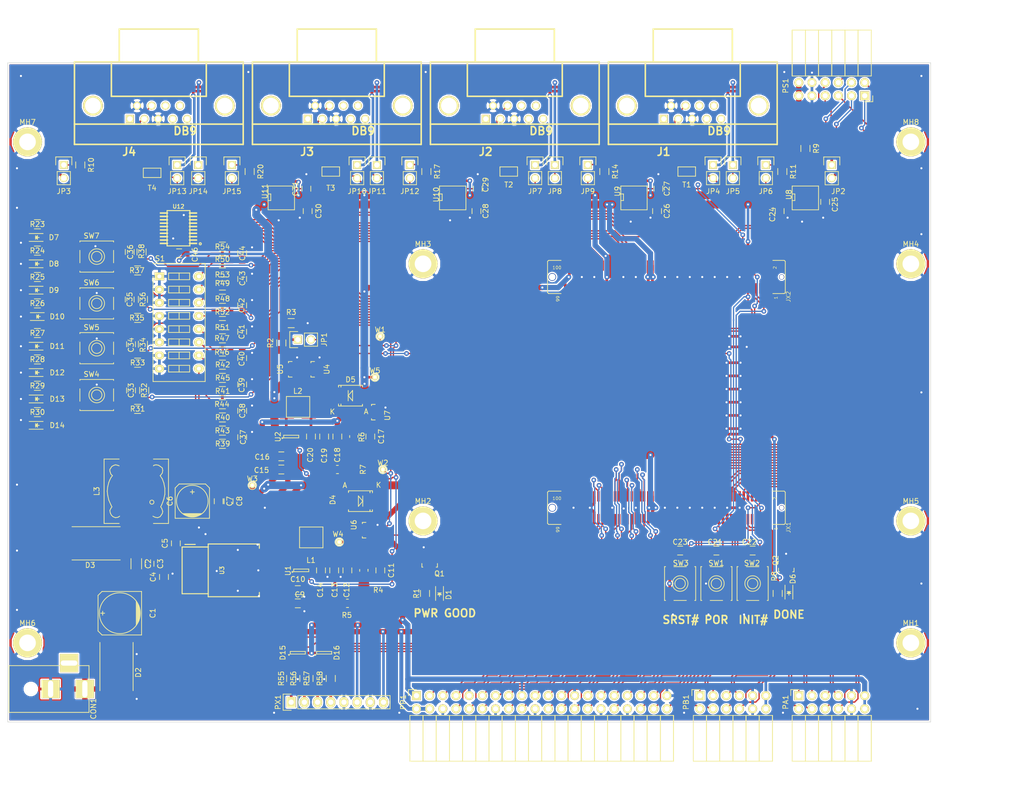
<source format=kicad_pcb>
(kicad_pcb (version 4) (host pcbnew 4.0.2-stable)

  (general
    (links 511)
    (no_connects 0)
    (area -177.850001 -63.550001 0.050001 63.550001)
    (thickness 1.5)
    (drawings 18)
    (tracks 3202)
    (zones 0)
    (modules 179)
    (nets 170)
  )

  (page A4)
  (title_block
    (title "MicroZed CAN Carrier Board")
    (rev A)
    (company "FEE CTU")
  )

  (layers
    (0 F.Cu signal)
    (31 B.Cu signal)
    (32 B.Adhes user)
    (33 F.Adhes user)
    (34 B.Paste user)
    (35 F.Paste user)
    (36 B.SilkS user)
    (37 F.SilkS user)
    (38 B.Mask user)
    (39 F.Mask user)
    (40 Dwgs.User user)
    (41 Cmts.User user)
    (42 Eco1.User user)
    (43 Eco2.User user)
    (44 Edge.Cuts user)
    (45 Margin user)
    (46 B.CrtYd user)
    (47 F.CrtYd user)
    (48 B.Fab user)
    (49 F.Fab user)
  )

  (setup
    (last_trace_width 0.254)
    (user_trace_width 0.254)
    (user_trace_width 0.508)
    (user_trace_width 0.762)
    (user_trace_width 1.016)
    (user_trace_width 1.27)
    (user_trace_width 1.524)
    (user_trace_width 2.54)
    (trace_clearance 0.254)
    (zone_clearance 0.254)
    (zone_45_only yes)
    (trace_min 0.254)
    (segment_width 0.2)
    (edge_width 0.1)
    (via_size 0.9144)
    (via_drill 0.4)
    (via_min_size 0.25)
    (via_min_drill 0.25)
    (uvia_size 0.3)
    (uvia_drill 0.1)
    (uvias_allowed no)
    (uvia_min_size 0)
    (uvia_min_drill 0)
    (pcb_text_width 0.3)
    (pcb_text_size 1.5 1.5)
    (mod_edge_width 0.15)
    (mod_text_size 1 1)
    (mod_text_width 0.15)
    (pad_size 8 2.41)
    (pad_drill 0)
    (pad_to_mask_clearance 0.254)
    (solder_mask_min_width 0.254)
    (aux_axis_origin -177.8 -63.5)
    (visible_elements FFFEF77F)
    (pcbplotparams
      (layerselection 0x010f0_80000001)
      (usegerberextensions false)
      (excludeedgelayer true)
      (linewidth 0.100000)
      (plotframeref false)
      (viasonmask true)
      (mode 1)
      (useauxorigin true)
      (hpglpennumber 1)
      (hpglpenspeed 20)
      (hpglpendiameter 15)
      (hpglpenoverlay 2)
      (psnegative false)
      (psa4output false)
      (plotreference true)
      (plotvalue false)
      (plotinvisibletext false)
      (padsonsilk false)
      (subtractmaskfromsilk true)
      (outputformat 1)
      (mirror false)
      (drillshape 0)
      (scaleselection 1)
      (outputdirectory output/))
  )

  (net 0 "")
  (net 1 "/MicroHeader JX2/PG_MODULE")
  (net 2 GND)
  (net 3 "/MicroHeader JX1/CARRIER_SRST#")
  (net 4 +5V)
  (net 5 VCCIO_34)
  (net 6 "/MicroHeader JX1/FPGA_DONE")
  (net 7 "/MicroHeader JX2/VCCIO_EN")
  (net 8 VCCIO_35)
  (net 9 "/MicroHeader JX2/INIT#")
  (net 10 "Net-(D1-Pad2)")
  (net 11 /Power/VIN_24)
  (net 12 "Net-(D1-Pad1)")
  (net 13 "Net-(CON1-Pad1)")
  (net 14 "Net-(D6-Pad2)")
  (net 15 "Net-(D6-Pad1)")
  (net 16 "Net-(D7-Pad2)")
  (net 17 "Net-(D8-Pad2)")
  (net 18 "Net-(D9-Pad2)")
  (net 19 "Net-(D10-Pad2)")
  (net 20 "Net-(D11-Pad2)")
  (net 21 "Net-(D12-Pad2)")
  (net 22 "Net-(D13-Pad2)")
  (net 23 "Net-(R23-Pad2)")
  (net 24 "Net-(R31-Pad2)")
  (net 25 /Power/PWR_EN)
  (net 26 "/MicroHeader JX2/PS2")
  (net 27 "/MicroHeader JX2/PS4")
  (net 28 "/MicroHeader JX2/PS8")
  (net 29 "/MicroHeader JX2/PS10")
  (net 30 "/MicroHeader JX2/PS9")
  (net 31 "/MicroHeader JX2/PS7")
  (net 32 "/MicroHeader JX2/PS3")
  (net 33 "/MicroHeader JX2/PS1")
  (net 34 "Net-(L1-Pad1)")
  (net 35 "Net-(D14-Pad2)")
  (net 36 "Net-(JP1-Pad1)")
  (net 37 "Net-(L2-Pad1)")
  (net 38 "Net-(R24-Pad2)")
  (net 39 "Net-(R25-Pad2)")
  (net 40 "Net-(R26-Pad2)")
  (net 41 "Net-(R27-Pad2)")
  (net 42 "Net-(R28-Pad2)")
  (net 43 "Net-(R29-Pad2)")
  (net 44 "Net-(R30-Pad2)")
  (net 45 "Net-(R33-Pad2)")
  (net 46 "Net-(R35-Pad2)")
  (net 47 "Net-(R37-Pad2)")
  (net 48 "Net-(R43-Pad2)")
  (net 49 "Net-(R44-Pad2)")
  (net 50 "Net-(R45-Pad2)")
  (net 51 "Net-(R46-Pad2)")
  (net 52 "Net-(R47-Pad2)")
  (net 53 "Net-(R48-Pad2)")
  (net 54 "Net-(R49-Pad2)")
  (net 55 "Net-(R50-Pad2)")
  (net 56 "Net-(C4-Pad1)")
  (net 57 "Net-(C5-Pad1)")
  (net 58 "Net-(C5-Pad2)")
  (net 59 "Net-(C11-Pad2)")
  (net 60 "Net-(C17-Pad2)")
  (net 61 "Net-(JP6-Pad1)")
  (net 62 "Net-(JP9-Pad1)")
  (net 63 "Net-(JP12-Pad1)")
  (net 64 "Net-(JP15-Pad1)")
  (net 65 "Net-(JP2-Pad1)")
  (net 66 "Net-(JP3-Pad1)")
  (net 67 "/MicroHeader JX2/sheet5713CF9B/KEY1")
  (net 68 "/MicroHeader JX2/sheet5713CF9B/KEY2")
  (net 69 "/MicroHeader JX2/sheet5713CF9B/KEY3")
  (net 70 "/MicroHeader JX2/sheet5713CF9B/KEY4")
  (net 71 "/MicroHeader JX2/sheet5713CF9B/SW1")
  (net 72 "/MicroHeader JX2/sheet5713CF9B/SW2")
  (net 73 "/MicroHeader JX2/sheet5713CF9B/SW3")
  (net 74 "/MicroHeader JX2/sheet5713CF9B/SW4")
  (net 75 "/MicroHeader JX2/sheet5713CF9B/SW5")
  (net 76 "/MicroHeader JX2/sheet5713CF9B/SW6")
  (net 77 "/MicroHeader JX2/sheet5713CF9B/SW7")
  (net 78 "/MicroHeader JX2/sheet5713CF9B/SW8")
  (net 79 "/MicroHeader JX2/sheet5713CF9A/CAN 1/CONN_CAN-")
  (net 80 "/MicroHeader JX2/sheet5713CF9A/CAN 1/CONN_CAN+")
  (net 81 "/MicroHeader JX2/sheet5713CF9A/CAN 2/CONN_CAN-")
  (net 82 "/MicroHeader JX2/sheet5713CF9A/CAN 2/CONN_CAN+")
  (net 83 "/MicroHeader JX2/sheet5713CF9A/CAN 3/CONN_CAN-")
  (net 84 "/MicroHeader JX2/sheet5713CF9A/CAN 3/CONN_CAN+")
  (net 85 "/MicroHeader JX2/sheet5713CF9A/CAN 4/CONN_CAN-")
  (net 86 "/MicroHeader JX2/sheet5713CF9A/CAN 4/CONN_CAN+")
  (net 87 "/MicroHeader JX2/sheet5713CF9A/CAN 1/COM_CAN-")
  (net 88 "/MicroHeader JX2/sheet5713CF9A/CAN 1/CAN-")
  (net 89 "/MicroHeader JX2/sheet5713CF9A/CAN 1/CAN+")
  (net 90 "/MicroHeader JX2/sheet5713CF9A/CAN 1/COM_CAN+")
  (net 91 "/MicroHeader JX2/sheet5713CF9A/CAN 2/CAN-")
  (net 92 "/MicroHeader JX2/sheet5713CF9A/CAN 2/CAN+")
  (net 93 "/MicroHeader JX2/sheet5713CF9A/CAN 3/CAN-")
  (net 94 "/MicroHeader JX2/sheet5713CF9A/CAN 3/CAN+")
  (net 95 "/MicroHeader JX2/sheet5713CF9A/CAN 4/CAN-")
  (net 96 "/MicroHeader JX2/sheet5713CF9A/CAN 4/CAN+")
  (net 97 "/MicroHeader JX1/PP_GPIO2_SDA")
  (net 98 "/MicroHeader JX1/PP_GPIO3_SCL")
  (net 99 "/MicroHeader JX1/PP_GPIO4")
  (net 100 "/MicroHeader JX1/PP_GPIO17")
  (net 101 "/MicroHeader JX1/PP_GPIO27")
  (net 102 "/MicroHeader JX1/PP_GPIO22")
  (net 103 "/MicroHeader JX1/PP_GPIO10_MOSI")
  (net 104 "/MicroHeader JX1/PP_GPIO9_MISO")
  (net 105 "/MicroHeader JX1/PP_GPIO11_SCLK")
  (net 106 "/MicroHeader JX1/PP_ID_SD")
  (net 107 "/MicroHeader JX1/PP_GPIO5")
  (net 108 "/MicroHeader JX1/PP_GPIO6")
  (net 109 "/MicroHeader JX1/PP_GPIO13")
  (net 110 "/MicroHeader JX1/PP_GPIO19")
  (net 111 "/MicroHeader JX1/PP_GPIO26")
  (net 112 "/MicroHeader JX1/PP_GPIO21")
  (net 113 "/MicroHeader JX1/PP_GPIO20")
  (net 114 "/MicroHeader JX1/PP_GPIO16")
  (net 115 "/MicroHeader JX1/PP_GPIO12")
  (net 116 "/MicroHeader JX1/PP_ID_SC")
  (net 117 "/MicroHeader JX1/PP_GPIO7_CE1")
  (net 118 "/MicroHeader JX1/PP_GPIO8_CE0")
  (net 119 "/MicroHeader JX1/PP_GPIO25")
  (net 120 "/MicroHeader JX1/PP_GPIO24")
  (net 121 "/MicroHeader JX1/PP_GPIO23")
  (net 122 "/MicroHeader JX1/PP_GPIO18_PWM")
  (net 123 "/MicroHeader JX1/PP_GPIO15_RXD")
  (net 124 "/MicroHeader JX1/PP_GPIO14_TXD")
  (net 125 "/MicroHeader JX1/PX4")
  (net 126 "/MicroHeader JX1/PX3")
  (net 127 "/MicroHeader JX1/PX2")
  (net 128 "/MicroHeader JX1/PX1")
  (net 129 "/MicroHeader JX2/sheet5713CF9A/CAN_STBY")
  (net 130 "/MicroHeader JX2/sheet5713CF9A/CAN4_RXD")
  (net 131 "/MicroHeader JX2/sheet5713CF9A/CAN4_TXD")
  (net 132 "/MicroHeader JX2/sheet5713CF9A/CAN3_RXD")
  (net 133 "/MicroHeader JX2/sheet5713CF9A/CAN3_TXD")
  (net 134 "/MicroHeader JX2/sheet5713CF9A/CAN2_RXD")
  (net 135 "/MicroHeader JX2/sheet5713CF9A/CAN2_TXD")
  (net 136 "/MicroHeader JX2/sheet5713CF9A/CAN1_RXD")
  (net 137 "/MicroHeader JX2/sheet5713CF9A/CAN1_TXD")
  (net 138 "/MicroHeader JX2/sheet5713CF9B/LED8")
  (net 139 "/MicroHeader JX2/sheet5713CF9B/LED7")
  (net 140 "/MicroHeader JX2/sheet5713CF9B/LED6")
  (net 141 "/MicroHeader JX2/sheet5713CF9B/LED5")
  (net 142 "/MicroHeader JX2/sheet5713CF9B/LED4")
  (net 143 "/MicroHeader JX2/sheet5713CF9B/LED3")
  (net 144 "/MicroHeader JX2/sheet5713CF9B/LED2")
  (net 145 "/MicroHeader JX2/sheet5713CF9B/LED1")
  (net 146 "/MicroHeader JX1/CON_PX1")
  (net 147 "/MicroHeader JX1/CON_PX2")
  (net 148 "/MicroHeader JX1/CON_PX3")
  (net 149 "/MicroHeader JX1/CON_PX4")
  (net 150 "Net-(PX1-Pad1)")
  (net 151 "Net-(PX1-Pad2)")
  (net 152 "Net-(PX1-Pad3)")
  (net 153 "Net-(PX1-Pad4)")
  (net 154 "/MicroHeader JX1/PB7_8_P")
  (net 155 "/MicroHeader JX1/PB7_8_N")
  (net 156 "/MicroHeader JX1/PB1_2_P")
  (net 157 "/MicroHeader JX1/PB1_2_N")
  (net 158 "/MicroHeader JX1/PB3_4_P")
  (net 159 "/MicroHeader JX1/PB3_4_N")
  (net 160 "/MicroHeader JX1/PB9_10_P")
  (net 161 "/MicroHeader JX1/PB9_10_N")
  (net 162 "/MicroHeader JX1/PA9_10_N")
  (net 163 "/MicroHeader JX1/PA9_10_P")
  (net 164 "/MicroHeader JX1/PA7_8_N")
  (net 165 "/MicroHeader JX1/PA7_8_P")
  (net 166 "/MicroHeader JX1/PA3_4_N")
  (net 167 "/MicroHeader JX1/PA3_4_P")
  (net 168 "/MicroHeader JX1/PA1_2_N")
  (net 169 "/MicroHeader JX1/PA1_2_P")

  (net_class Default "This is the default net class."
    (clearance 0.254)
    (trace_width 0.254)
    (via_dia 0.9144)
    (via_drill 0.4)
    (uvia_dia 0.3)
    (uvia_drill 0.1)
    (add_net "/MicroHeader JX1/CARRIER_SRST#")
    (add_net "/MicroHeader JX1/CON_PX1")
    (add_net "/MicroHeader JX1/CON_PX2")
    (add_net "/MicroHeader JX1/CON_PX3")
    (add_net "/MicroHeader JX1/CON_PX4")
    (add_net "/MicroHeader JX1/FPGA_DONE")
    (add_net "/MicroHeader JX1/PA1_2_N")
    (add_net "/MicroHeader JX1/PA1_2_P")
    (add_net "/MicroHeader JX1/PA3_4_N")
    (add_net "/MicroHeader JX1/PA3_4_P")
    (add_net "/MicroHeader JX1/PA7_8_N")
    (add_net "/MicroHeader JX1/PA7_8_P")
    (add_net "/MicroHeader JX1/PA9_10_N")
    (add_net "/MicroHeader JX1/PA9_10_P")
    (add_net "/MicroHeader JX1/PB1_2_N")
    (add_net "/MicroHeader JX1/PB1_2_P")
    (add_net "/MicroHeader JX1/PB3_4_N")
    (add_net "/MicroHeader JX1/PB3_4_P")
    (add_net "/MicroHeader JX1/PB7_8_N")
    (add_net "/MicroHeader JX1/PB7_8_P")
    (add_net "/MicroHeader JX1/PB9_10_N")
    (add_net "/MicroHeader JX1/PB9_10_P")
    (add_net "/MicroHeader JX1/PP_GPIO10_MOSI")
    (add_net "/MicroHeader JX1/PP_GPIO11_SCLK")
    (add_net "/MicroHeader JX1/PP_GPIO12")
    (add_net "/MicroHeader JX1/PP_GPIO13")
    (add_net "/MicroHeader JX1/PP_GPIO14_TXD")
    (add_net "/MicroHeader JX1/PP_GPIO15_RXD")
    (add_net "/MicroHeader JX1/PP_GPIO16")
    (add_net "/MicroHeader JX1/PP_GPIO17")
    (add_net "/MicroHeader JX1/PP_GPIO18_PWM")
    (add_net "/MicroHeader JX1/PP_GPIO19")
    (add_net "/MicroHeader JX1/PP_GPIO20")
    (add_net "/MicroHeader JX1/PP_GPIO21")
    (add_net "/MicroHeader JX1/PP_GPIO22")
    (add_net "/MicroHeader JX1/PP_GPIO23")
    (add_net "/MicroHeader JX1/PP_GPIO24")
    (add_net "/MicroHeader JX1/PP_GPIO25")
    (add_net "/MicroHeader JX1/PP_GPIO26")
    (add_net "/MicroHeader JX1/PP_GPIO27")
    (add_net "/MicroHeader JX1/PP_GPIO2_SDA")
    (add_net "/MicroHeader JX1/PP_GPIO3_SCL")
    (add_net "/MicroHeader JX1/PP_GPIO4")
    (add_net "/MicroHeader JX1/PP_GPIO5")
    (add_net "/MicroHeader JX1/PP_GPIO6")
    (add_net "/MicroHeader JX1/PP_GPIO7_CE1")
    (add_net "/MicroHeader JX1/PP_GPIO8_CE0")
    (add_net "/MicroHeader JX1/PP_GPIO9_MISO")
    (add_net "/MicroHeader JX1/PP_ID_SC")
    (add_net "/MicroHeader JX1/PP_ID_SD")
    (add_net "/MicroHeader JX1/PX1")
    (add_net "/MicroHeader JX1/PX2")
    (add_net "/MicroHeader JX1/PX3")
    (add_net "/MicroHeader JX1/PX4")
    (add_net "/MicroHeader JX2/INIT#")
    (add_net "/MicroHeader JX2/PG_MODULE")
    (add_net "/MicroHeader JX2/PS1")
    (add_net "/MicroHeader JX2/PS10")
    (add_net "/MicroHeader JX2/PS2")
    (add_net "/MicroHeader JX2/PS3")
    (add_net "/MicroHeader JX2/PS4")
    (add_net "/MicroHeader JX2/PS7")
    (add_net "/MicroHeader JX2/PS8")
    (add_net "/MicroHeader JX2/PS9")
    (add_net "/MicroHeader JX2/VCCIO_EN")
    (add_net "/MicroHeader JX2/sheet5713CF9A/CAN 1/CAN+")
    (add_net "/MicroHeader JX2/sheet5713CF9A/CAN 1/CAN-")
    (add_net "/MicroHeader JX2/sheet5713CF9A/CAN 1/CONN_CAN+")
    (add_net "/MicroHeader JX2/sheet5713CF9A/CAN 1/CONN_CAN-")
    (add_net "/MicroHeader JX2/sheet5713CF9A/CAN 2/CAN+")
    (add_net "/MicroHeader JX2/sheet5713CF9A/CAN 2/CAN-")
    (add_net "/MicroHeader JX2/sheet5713CF9A/CAN 2/CONN_CAN+")
    (add_net "/MicroHeader JX2/sheet5713CF9A/CAN 2/CONN_CAN-")
    (add_net "/MicroHeader JX2/sheet5713CF9A/CAN 3/CAN+")
    (add_net "/MicroHeader JX2/sheet5713CF9A/CAN 3/CAN-")
    (add_net "/MicroHeader JX2/sheet5713CF9A/CAN 3/CONN_CAN+")
    (add_net "/MicroHeader JX2/sheet5713CF9A/CAN 3/CONN_CAN-")
    (add_net "/MicroHeader JX2/sheet5713CF9A/CAN 4/CAN+")
    (add_net "/MicroHeader JX2/sheet5713CF9A/CAN 4/CAN-")
    (add_net "/MicroHeader JX2/sheet5713CF9A/CAN 4/CONN_CAN+")
    (add_net "/MicroHeader JX2/sheet5713CF9A/CAN 4/CONN_CAN-")
    (add_net "/MicroHeader JX2/sheet5713CF9A/CAN1_RXD")
    (add_net "/MicroHeader JX2/sheet5713CF9A/CAN1_TXD")
    (add_net "/MicroHeader JX2/sheet5713CF9A/CAN2_RXD")
    (add_net "/MicroHeader JX2/sheet5713CF9A/CAN2_TXD")
    (add_net "/MicroHeader JX2/sheet5713CF9A/CAN3_RXD")
    (add_net "/MicroHeader JX2/sheet5713CF9A/CAN3_TXD")
    (add_net "/MicroHeader JX2/sheet5713CF9A/CAN4_RXD")
    (add_net "/MicroHeader JX2/sheet5713CF9A/CAN4_TXD")
    (add_net "/MicroHeader JX2/sheet5713CF9A/CAN_STBY")
    (add_net "/MicroHeader JX2/sheet5713CF9B/KEY1")
    (add_net "/MicroHeader JX2/sheet5713CF9B/KEY2")
    (add_net "/MicroHeader JX2/sheet5713CF9B/KEY3")
    (add_net "/MicroHeader JX2/sheet5713CF9B/KEY4")
    (add_net "/MicroHeader JX2/sheet5713CF9B/LED1")
    (add_net "/MicroHeader JX2/sheet5713CF9B/LED2")
    (add_net "/MicroHeader JX2/sheet5713CF9B/LED3")
    (add_net "/MicroHeader JX2/sheet5713CF9B/LED4")
    (add_net "/MicroHeader JX2/sheet5713CF9B/LED5")
    (add_net "/MicroHeader JX2/sheet5713CF9B/LED6")
    (add_net "/MicroHeader JX2/sheet5713CF9B/LED7")
    (add_net "/MicroHeader JX2/sheet5713CF9B/LED8")
    (add_net "/MicroHeader JX2/sheet5713CF9B/SW1")
    (add_net "/MicroHeader JX2/sheet5713CF9B/SW2")
    (add_net "/MicroHeader JX2/sheet5713CF9B/SW3")
    (add_net "/MicroHeader JX2/sheet5713CF9B/SW4")
    (add_net "/MicroHeader JX2/sheet5713CF9B/SW5")
    (add_net "/MicroHeader JX2/sheet5713CF9B/SW6")
    (add_net "/MicroHeader JX2/sheet5713CF9B/SW7")
    (add_net "/MicroHeader JX2/sheet5713CF9B/SW8")
    (add_net /Power/PWR_EN)
    (add_net "Net-(C11-Pad2)")
    (add_net "Net-(C17-Pad2)")
    (add_net "Net-(C4-Pad1)")
    (add_net "Net-(C5-Pad2)")
    (add_net "Net-(D1-Pad1)")
    (add_net "Net-(D1-Pad2)")
    (add_net "Net-(D10-Pad2)")
    (add_net "Net-(D11-Pad2)")
    (add_net "Net-(D12-Pad2)")
    (add_net "Net-(D13-Pad2)")
    (add_net "Net-(D14-Pad2)")
    (add_net "Net-(D6-Pad1)")
    (add_net "Net-(D6-Pad2)")
    (add_net "Net-(D7-Pad2)")
    (add_net "Net-(D8-Pad2)")
    (add_net "Net-(D9-Pad2)")
    (add_net "Net-(JP1-Pad1)")
    (add_net "Net-(JP12-Pad1)")
    (add_net "Net-(JP15-Pad1)")
    (add_net "Net-(JP2-Pad1)")
    (add_net "Net-(JP3-Pad1)")
    (add_net "Net-(JP6-Pad1)")
    (add_net "Net-(JP9-Pad1)")
    (add_net "Net-(PX1-Pad1)")
    (add_net "Net-(PX1-Pad2)")
    (add_net "Net-(PX1-Pad3)")
    (add_net "Net-(PX1-Pad4)")
    (add_net "Net-(R23-Pad2)")
    (add_net "Net-(R24-Pad2)")
    (add_net "Net-(R25-Pad2)")
    (add_net "Net-(R26-Pad2)")
    (add_net "Net-(R27-Pad2)")
    (add_net "Net-(R28-Pad2)")
    (add_net "Net-(R29-Pad2)")
    (add_net "Net-(R30-Pad2)")
    (add_net "Net-(R31-Pad2)")
    (add_net "Net-(R33-Pad2)")
    (add_net "Net-(R35-Pad2)")
    (add_net "Net-(R37-Pad2)")
    (add_net "Net-(R43-Pad2)")
    (add_net "Net-(R44-Pad2)")
    (add_net "Net-(R45-Pad2)")
    (add_net "Net-(R46-Pad2)")
    (add_net "Net-(R47-Pad2)")
    (add_net "Net-(R48-Pad2)")
    (add_net "Net-(R49-Pad2)")
    (add_net "Net-(R50-Pad2)")
  )

  (net_class COM_CAN ""
    (clearance 0.254)
    (trace_width 0.508)
    (via_dia 0.9144)
    (via_drill 0.4)
    (uvia_dia 0.3)
    (uvia_drill 0.1)
    (add_net "/MicroHeader JX2/sheet5713CF9A/CAN 1/COM_CAN+")
    (add_net "/MicroHeader JX2/sheet5713CF9A/CAN 1/COM_CAN-")
  )

  (net_class Power ""
    (clearance 0.254)
    (trace_width 0.508)
    (via_dia 0.9144)
    (via_drill 0.4)
    (uvia_dia 0.3)
    (uvia_drill 0.1)
    (add_net GND)
    (add_net "Net-(C5-Pad1)")
    (add_net "Net-(L1-Pad1)")
    (add_net "Net-(L2-Pad1)")
    (add_net VCCIO_34)
  )

  (net_class "Power Strong" ""
    (clearance 0.254)
    (trace_width 1.016)
    (via_dia 0.9144)
    (via_drill 0.4)
    (uvia_dia 0.3)
    (uvia_drill 0.1)
    (add_net +5V)
    (add_net VCCIO_35)
  )

  (net_class "Power Xtra Strong" ""
    (clearance 0.254)
    (trace_width 2.54)
    (via_dia 0.9144)
    (via_drill 0.4)
    (uvia_dia 0.3)
    (uvia_drill 0.1)
    (add_net /Power/VIN_24)
    (add_net "Net-(CON1-Pad1)")
  )

  (module footprints:TO-263-7-TEXAS (layer F.Cu) (tedit 5717432B) (tstamp 570B58A1)
    (at -136.525 34.29 270)
    (path /56E8FE78/570B4386)
    (attr smd)
    (fp_text reference U3 (at 0 0 270) (layer F.SilkS)
      (effects (font (size 0.8 0.8) (thickness 0.15)))
    )
    (fp_text value LM2676S-5.0 (at 0 0 270) (layer F.Fab)
      (effects (font (size 0.8 0.8) (thickness 0.15)))
    )
    (fp_line (start 4.25 -7.45) (end 4.25 -8.5) (layer F.CrtYd) (width 0.2))
    (fp_line (start 4.25 -8.5) (end -4.25 -8.5) (layer F.CrtYd) (width 0.2))
    (fp_line (start -4.25 -8.5) (end -4.25 -7.45) (layer F.CrtYd) (width 0.2))
    (fp_line (start 4.25 -7.45) (end 5.33 -7.45) (layer F.CrtYd) (width 0.2))
    (fp_line (start -5.33 -7.45) (end -4.25 -7.45) (layer F.CrtYd) (width 0.2))
    (fp_line (start 4.25 -7.2) (end 5.08 -7.2) (layer F.SilkS) (width 0.2))
    (fp_line (start -5 7.15) (end -5 5.15) (layer F.SilkS) (width 0.2))
    (fp_line (start -4.5 2.65) (end -4.5 7.68) (layer F.SilkS) (width 0.2))
    (fp_line (start -4.5 7.68) (end 4.5 7.68) (layer F.SilkS) (width 0.2))
    (fp_line (start 4.5 7.68) (end 4.5 2.65) (layer F.SilkS) (width 0.2))
    (fp_line (start 5.08 -7.2) (end 5.08 2.65) (layer F.SilkS) (width 0.2))
    (fp_line (start 5.08 2.65) (end -5.08 2.65) (layer F.SilkS) (width 0.2))
    (fp_line (start -5.08 2.65) (end -5.08 -7.2) (layer F.SilkS) (width 0.2))
    (fp_line (start -5.08 -7.2) (end -4.25 -7.2) (layer F.SilkS) (width 0.2))
    (fp_line (start 5.33 -7.45) (end 5.33 7.68) (layer F.CrtYd) (width 0.2))
    (fp_line (start 5.33 7.68) (end -5.33 7.68) (layer F.CrtYd) (width 0.2))
    (fp_line (start -5.33 7.68) (end -5.33 -7.45) (layer F.CrtYd) (width 0.2))
    (fp_line (start -5.08 -7.2) (end 5.08 -7.2) (layer F.Fab) (width 0.2))
    (fp_line (start 5.08 -7.2) (end 5.08 2.65) (layer F.Fab) (width 0.2))
    (fp_line (start 5.08 2.65) (end -5.08 2.65) (layer F.Fab) (width 0.2))
    (fp_line (start -5.08 2.65) (end -5.08 -7.2) (layer F.Fab) (width 0.2))
    (pad 4 smd rect (at 0 -3 270) (size 5.59 6.35) (layers F.Cu F.Paste F.Mask)
      (net 2 GND))
    (pad 1 smd rect (at -3.81 6.225 270) (size 0.91 2.41) (layers F.Cu F.Paste F.Mask)
      (net 57 "Net-(C5-Pad1)"))
    (pad 2 smd rect (at -2.54 6.225 270) (size 0.91 2.41) (layers F.Cu F.Paste F.Mask)
      (net 11 /Power/VIN_24))
    (pad 3 smd rect (at -1.27 6.225 270) (size 0.91 2.41) (layers F.Cu F.Paste F.Mask)
      (net 58 "Net-(C5-Pad2)"))
    (pad 4 smd rect (at 0 6.225 270) (size 0.91 2.41) (layers F.Cu F.Paste F.Mask)
      (net 2 GND))
    (pad 5 smd rect (at 1.27 6.225 270) (size 0.91 2.41) (layers F.Cu F.Paste F.Mask))
    (pad 6 smd rect (at 2.54 6.225 270) (size 0.91 2.41) (layers F.Cu F.Paste F.Mask)
      (net 4 +5V))
    (pad 7 smd rect (at 3.81 6.225 270) (size 0.91 2.41) (layers F.Cu F.Paste F.Mask)
      (net 56 "Net-(C4-Pad1)"))
    (pad 4 smd rect (at 0 -7 270) (size 8 2.41) (layers F.Cu F.Paste F.Mask)
      (net 2 GND))
    (model smd_trans/d2-pak-7.wrl
      (at (xyz 0 0 0))
      (scale (xyz 1 1 1))
      (rotate (xyz 0 0 0))
    )
  )

  (module Socket_Strips:Socket_Strip_Angled_2x20 (layer F.Cu) (tedit 0) (tstamp 57078250)
    (at -99.06 58.42)
    (descr "Through hole socket strip")
    (tags "socket strip")
    (path /56EC0B74/57134CC1)
    (fp_text reference PP1 (at -2.54 1.27 90) (layer F.SilkS)
      (effects (font (size 1 1) (thickness 0.15)))
    )
    (fp_text value RPI_GPIO_HEADER_02X20 (at 0 -2.6) (layer F.Fab)
      (effects (font (size 1 1) (thickness 0.15)))
    )
    (fp_line (start -1.75 -1.35) (end -1.75 13.15) (layer F.CrtYd) (width 0.05))
    (fp_line (start 50.05 -1.35) (end 50.05 13.15) (layer F.CrtYd) (width 0.05))
    (fp_line (start -1.75 -1.35) (end 50.05 -1.35) (layer F.CrtYd) (width 0.05))
    (fp_line (start -1.75 13.15) (end 50.05 13.15) (layer F.CrtYd) (width 0.05))
    (fp_line (start 49.53 12.64) (end 49.53 3.81) (layer F.SilkS) (width 0.15))
    (fp_line (start 46.99 12.64) (end 49.53 12.64) (layer F.SilkS) (width 0.15))
    (fp_line (start 46.99 3.81) (end 49.53 3.81) (layer F.SilkS) (width 0.15))
    (fp_line (start 49.53 3.81) (end 49.53 12.64) (layer F.SilkS) (width 0.15))
    (fp_line (start 46.99 3.81) (end 46.99 12.64) (layer F.SilkS) (width 0.15))
    (fp_line (start 44.45 3.81) (end 46.99 3.81) (layer F.SilkS) (width 0.15))
    (fp_line (start 44.45 12.64) (end 46.99 12.64) (layer F.SilkS) (width 0.15))
    (fp_line (start 46.99 12.64) (end 46.99 3.81) (layer F.SilkS) (width 0.15))
    (fp_line (start 29.21 12.64) (end 29.21 3.81) (layer F.SilkS) (width 0.15))
    (fp_line (start 26.67 12.64) (end 29.21 12.64) (layer F.SilkS) (width 0.15))
    (fp_line (start 26.67 3.81) (end 29.21 3.81) (layer F.SilkS) (width 0.15))
    (fp_line (start 29.21 3.81) (end 29.21 12.64) (layer F.SilkS) (width 0.15))
    (fp_line (start 31.75 3.81) (end 31.75 12.64) (layer F.SilkS) (width 0.15))
    (fp_line (start 29.21 3.81) (end 31.75 3.81) (layer F.SilkS) (width 0.15))
    (fp_line (start 29.21 12.64) (end 31.75 12.64) (layer F.SilkS) (width 0.15))
    (fp_line (start 31.75 12.64) (end 31.75 3.81) (layer F.SilkS) (width 0.15))
    (fp_line (start 44.45 12.64) (end 44.45 3.81) (layer F.SilkS) (width 0.15))
    (fp_line (start 41.91 12.64) (end 44.45 12.64) (layer F.SilkS) (width 0.15))
    (fp_line (start 41.91 3.81) (end 44.45 3.81) (layer F.SilkS) (width 0.15))
    (fp_line (start 44.45 3.81) (end 44.45 12.64) (layer F.SilkS) (width 0.15))
    (fp_line (start 41.91 3.81) (end 41.91 12.64) (layer F.SilkS) (width 0.15))
    (fp_line (start 39.37 3.81) (end 41.91 3.81) (layer F.SilkS) (width 0.15))
    (fp_line (start 39.37 12.64) (end 41.91 12.64) (layer F.SilkS) (width 0.15))
    (fp_line (start 41.91 12.64) (end 41.91 3.81) (layer F.SilkS) (width 0.15))
    (fp_line (start 39.37 12.64) (end 39.37 3.81) (layer F.SilkS) (width 0.15))
    (fp_line (start 36.83 12.64) (end 39.37 12.64) (layer F.SilkS) (width 0.15))
    (fp_line (start 36.83 3.81) (end 39.37 3.81) (layer F.SilkS) (width 0.15))
    (fp_line (start 39.37 3.81) (end 39.37 12.64) (layer F.SilkS) (width 0.15))
    (fp_line (start 36.83 3.81) (end 36.83 12.64) (layer F.SilkS) (width 0.15))
    (fp_line (start 34.29 3.81) (end 36.83 3.81) (layer F.SilkS) (width 0.15))
    (fp_line (start 34.29 12.64) (end 36.83 12.64) (layer F.SilkS) (width 0.15))
    (fp_line (start 36.83 12.64) (end 36.83 3.81) (layer F.SilkS) (width 0.15))
    (fp_line (start 34.29 12.64) (end 34.29 3.81) (layer F.SilkS) (width 0.15))
    (fp_line (start 31.75 12.64) (end 34.29 12.64) (layer F.SilkS) (width 0.15))
    (fp_line (start 31.75 3.81) (end 34.29 3.81) (layer F.SilkS) (width 0.15))
    (fp_line (start 34.29 3.81) (end 34.29 12.64) (layer F.SilkS) (width 0.15))
    (fp_line (start 16.51 3.81) (end 16.51 12.64) (layer F.SilkS) (width 0.15))
    (fp_line (start 13.97 3.81) (end 16.51 3.81) (layer F.SilkS) (width 0.15))
    (fp_line (start 13.97 12.64) (end 16.51 12.64) (layer F.SilkS) (width 0.15))
    (fp_line (start 16.51 12.64) (end 16.51 3.81) (layer F.SilkS) (width 0.15))
    (fp_line (start 19.05 12.64) (end 19.05 3.81) (layer F.SilkS) (width 0.15))
    (fp_line (start 16.51 12.64) (end 19.05 12.64) (layer F.SilkS) (width 0.15))
    (fp_line (start 16.51 3.81) (end 19.05 3.81) (layer F.SilkS) (width 0.15))
    (fp_line (start 19.05 3.81) (end 19.05 12.64) (layer F.SilkS) (width 0.15))
    (fp_line (start 21.59 3.81) (end 21.59 12.64) (layer F.SilkS) (width 0.15))
    (fp_line (start 19.05 3.81) (end 21.59 3.81) (layer F.SilkS) (width 0.15))
    (fp_line (start 19.05 12.64) (end 21.59 12.64) (layer F.SilkS) (width 0.15))
    (fp_line (start 21.59 12.64) (end 21.59 3.81) (layer F.SilkS) (width 0.15))
    (fp_line (start 24.13 12.64) (end 24.13 3.81) (layer F.SilkS) (width 0.15))
    (fp_line (start 21.59 12.64) (end 24.13 12.64) (layer F.SilkS) (width 0.15))
    (fp_line (start 21.59 3.81) (end 24.13 3.81) (layer F.SilkS) (width 0.15))
    (fp_line (start 24.13 3.81) (end 24.13 12.64) (layer F.SilkS) (width 0.15))
    (fp_line (start 26.67 3.81) (end 26.67 12.64) (layer F.SilkS) (width 0.15))
    (fp_line (start 24.13 3.81) (end 26.67 3.81) (layer F.SilkS) (width 0.15))
    (fp_line (start 24.13 12.64) (end 26.67 12.64) (layer F.SilkS) (width 0.15))
    (fp_line (start 26.67 12.64) (end 26.67 3.81) (layer F.SilkS) (width 0.15))
    (fp_line (start 13.97 12.64) (end 13.97 3.81) (layer F.SilkS) (width 0.15))
    (fp_line (start 11.43 12.64) (end 13.97 12.64) (layer F.SilkS) (width 0.15))
    (fp_line (start 11.43 3.81) (end 13.97 3.81) (layer F.SilkS) (width 0.15))
    (fp_line (start 13.97 3.81) (end 13.97 12.64) (layer F.SilkS) (width 0.15))
    (fp_line (start 11.43 3.81) (end 11.43 12.64) (layer F.SilkS) (width 0.15))
    (fp_line (start 8.89 3.81) (end 11.43 3.81) (layer F.SilkS) (width 0.15))
    (fp_line (start 8.89 12.64) (end 11.43 12.64) (layer F.SilkS) (width 0.15))
    (fp_line (start 11.43 12.64) (end 11.43 3.81) (layer F.SilkS) (width 0.15))
    (fp_line (start 8.89 12.64) (end 8.89 3.81) (layer F.SilkS) (width 0.15))
    (fp_line (start 6.35 12.64) (end 8.89 12.64) (layer F.SilkS) (width 0.15))
    (fp_line (start 6.35 3.81) (end 8.89 3.81) (layer F.SilkS) (width 0.15))
    (fp_line (start 8.89 3.81) (end 8.89 12.64) (layer F.SilkS) (width 0.15))
    (fp_line (start 6.35 3.81) (end 6.35 12.64) (layer F.SilkS) (width 0.15))
    (fp_line (start 3.81 3.81) (end 6.35 3.81) (layer F.SilkS) (width 0.15))
    (fp_line (start 3.81 12.64) (end 6.35 12.64) (layer F.SilkS) (width 0.15))
    (fp_line (start 6.35 12.64) (end 6.35 3.81) (layer F.SilkS) (width 0.15))
    (fp_line (start 3.81 12.64) (end 3.81 3.81) (layer F.SilkS) (width 0.15))
    (fp_line (start 1.27 12.64) (end 3.81 12.64) (layer F.SilkS) (width 0.15))
    (fp_line (start 1.27 3.81) (end 3.81 3.81) (layer F.SilkS) (width 0.15))
    (fp_line (start 3.81 3.81) (end 3.81 12.64) (layer F.SilkS) (width 0.15))
    (fp_line (start 1.27 3.81) (end 1.27 12.64) (layer F.SilkS) (width 0.15))
    (fp_line (start -1.27 3.81) (end 1.27 3.81) (layer F.SilkS) (width 0.15))
    (fp_line (start 0 -1.15) (end -1.55 -1.15) (layer F.SilkS) (width 0.15))
    (fp_line (start -1.55 -1.15) (end -1.55 0) (layer F.SilkS) (width 0.15))
    (fp_line (start -1.27 3.81) (end -1.27 12.64) (layer F.SilkS) (width 0.15))
    (fp_line (start -1.27 12.64) (end 1.27 12.64) (layer F.SilkS) (width 0.15))
    (fp_line (start 1.27 12.64) (end 1.27 3.81) (layer F.SilkS) (width 0.15))
    (pad 1 thru_hole rect (at 0 0) (size 1.7272 1.7272) (drill 1.016) (layers *.Cu *.Mask F.SilkS)
      (net 5 VCCIO_34))
    (pad 2 thru_hole oval (at 0 2.54) (size 1.7272 1.7272) (drill 1.016) (layers *.Cu *.Mask F.SilkS)
      (net 4 +5V))
    (pad 3 thru_hole oval (at 2.54 0) (size 1.7272 1.7272) (drill 1.016) (layers *.Cu *.Mask F.SilkS)
      (net 97 "/MicroHeader JX1/PP_GPIO2_SDA"))
    (pad 4 thru_hole oval (at 2.54 2.54) (size 1.7272 1.7272) (drill 1.016) (layers *.Cu *.Mask F.SilkS)
      (net 4 +5V))
    (pad 5 thru_hole oval (at 5.08 0) (size 1.7272 1.7272) (drill 1.016) (layers *.Cu *.Mask F.SilkS)
      (net 98 "/MicroHeader JX1/PP_GPIO3_SCL"))
    (pad 6 thru_hole oval (at 5.08 2.54) (size 1.7272 1.7272) (drill 1.016) (layers *.Cu *.Mask F.SilkS)
      (net 2 GND))
    (pad 7 thru_hole oval (at 7.62 0) (size 1.7272 1.7272) (drill 1.016) (layers *.Cu *.Mask F.SilkS)
      (net 99 "/MicroHeader JX1/PP_GPIO4"))
    (pad 8 thru_hole oval (at 7.62 2.54) (size 1.7272 1.7272) (drill 1.016) (layers *.Cu *.Mask F.SilkS)
      (net 124 "/MicroHeader JX1/PP_GPIO14_TXD"))
    (pad 9 thru_hole oval (at 10.16 0) (size 1.7272 1.7272) (drill 1.016) (layers *.Cu *.Mask F.SilkS)
      (net 2 GND))
    (pad 10 thru_hole oval (at 10.16 2.54) (size 1.7272 1.7272) (drill 1.016) (layers *.Cu *.Mask F.SilkS)
      (net 123 "/MicroHeader JX1/PP_GPIO15_RXD"))
    (pad 11 thru_hole oval (at 12.7 0) (size 1.7272 1.7272) (drill 1.016) (layers *.Cu *.Mask F.SilkS)
      (net 100 "/MicroHeader JX1/PP_GPIO17"))
    (pad 12 thru_hole oval (at 12.7 2.54) (size 1.7272 1.7272) (drill 1.016) (layers *.Cu *.Mask F.SilkS)
      (net 122 "/MicroHeader JX1/PP_GPIO18_PWM"))
    (pad 13 thru_hole oval (at 15.24 0) (size 1.7272 1.7272) (drill 1.016) (layers *.Cu *.Mask F.SilkS)
      (net 101 "/MicroHeader JX1/PP_GPIO27"))
    (pad 14 thru_hole oval (at 15.24 2.54) (size 1.7272 1.7272) (drill 1.016) (layers *.Cu *.Mask F.SilkS)
      (net 2 GND))
    (pad 15 thru_hole oval (at 17.78 0) (size 1.7272 1.7272) (drill 1.016) (layers *.Cu *.Mask F.SilkS)
      (net 102 "/MicroHeader JX1/PP_GPIO22"))
    (pad 16 thru_hole oval (at 17.78 2.54) (size 1.7272 1.7272) (drill 1.016) (layers *.Cu *.Mask F.SilkS)
      (net 121 "/MicroHeader JX1/PP_GPIO23"))
    (pad 17 thru_hole oval (at 20.32 0) (size 1.7272 1.7272) (drill 1.016) (layers *.Cu *.Mask F.SilkS)
      (net 5 VCCIO_34))
    (pad 18 thru_hole oval (at 20.32 2.54) (size 1.7272 1.7272) (drill 1.016) (layers *.Cu *.Mask F.SilkS)
      (net 120 "/MicroHeader JX1/PP_GPIO24"))
    (pad 19 thru_hole oval (at 22.86 0) (size 1.7272 1.7272) (drill 1.016) (layers *.Cu *.Mask F.SilkS)
      (net 103 "/MicroHeader JX1/PP_GPIO10_MOSI"))
    (pad 20 thru_hole oval (at 22.86 2.54) (size 1.7272 1.7272) (drill 1.016) (layers *.Cu *.Mask F.SilkS)
      (net 2 GND))
    (pad 21 thru_hole oval (at 25.4 0) (size 1.7272 1.7272) (drill 1.016) (layers *.Cu *.Mask F.SilkS)
      (net 104 "/MicroHeader JX1/PP_GPIO9_MISO"))
    (pad 22 thru_hole oval (at 25.4 2.54) (size 1.7272 1.7272) (drill 1.016) (layers *.Cu *.Mask F.SilkS)
      (net 119 "/MicroHeader JX1/PP_GPIO25"))
    (pad 23 thru_hole oval (at 27.94 0) (size 1.7272 1.7272) (drill 1.016) (layers *.Cu *.Mask F.SilkS)
      (net 105 "/MicroHeader JX1/PP_GPIO11_SCLK"))
    (pad 24 thru_hole oval (at 27.94 2.54) (size 1.7272 1.7272) (drill 1.016) (layers *.Cu *.Mask F.SilkS)
      (net 118 "/MicroHeader JX1/PP_GPIO8_CE0"))
    (pad 25 thru_hole oval (at 30.48 0) (size 1.7272 1.7272) (drill 1.016) (layers *.Cu *.Mask F.SilkS)
      (net 2 GND))
    (pad 26 thru_hole oval (at 30.48 2.54) (size 1.7272 1.7272) (drill 1.016) (layers *.Cu *.Mask F.SilkS)
      (net 117 "/MicroHeader JX1/PP_GPIO7_CE1"))
    (pad 27 thru_hole oval (at 33.02 0) (size 1.7272 1.7272) (drill 1.016) (layers *.Cu *.Mask F.SilkS)
      (net 106 "/MicroHeader JX1/PP_ID_SD"))
    (pad 28 thru_hole oval (at 33.02 2.54) (size 1.7272 1.7272) (drill 1.016) (layers *.Cu *.Mask F.SilkS)
      (net 116 "/MicroHeader JX1/PP_ID_SC"))
    (pad 29 thru_hole oval (at 35.56 0) (size 1.7272 1.7272) (drill 1.016) (layers *.Cu *.Mask F.SilkS)
      (net 107 "/MicroHeader JX1/PP_GPIO5"))
    (pad 30 thru_hole oval (at 35.56 2.54) (size 1.7272 1.7272) (drill 1.016) (layers *.Cu *.Mask F.SilkS)
      (net 2 GND))
    (pad 31 thru_hole oval (at 38.1 0) (size 1.7272 1.7272) (drill 1.016) (layers *.Cu *.Mask F.SilkS)
      (net 108 "/MicroHeader JX1/PP_GPIO6"))
    (pad 32 thru_hole oval (at 38.1 2.54) (size 1.7272 1.7272) (drill 1.016) (layers *.Cu *.Mask F.SilkS)
      (net 115 "/MicroHeader JX1/PP_GPIO12"))
    (pad 33 thru_hole oval (at 40.64 0) (size 1.7272 1.7272) (drill 1.016) (layers *.Cu *.Mask F.SilkS)
      (net 109 "/MicroHeader JX1/PP_GPIO13"))
    (pad 34 thru_hole oval (at 40.64 2.54) (size 1.7272 1.7272) (drill 1.016) (layers *.Cu *.Mask F.SilkS)
      (net 2 GND))
    (pad 35 thru_hole oval (at 43.18 0) (size 1.7272 1.7272) (drill 1.016) (layers *.Cu *.Mask F.SilkS)
      (net 110 "/MicroHeader JX1/PP_GPIO19"))
    (pad 36 thru_hole oval (at 43.18 2.54) (size 1.7272 1.7272) (drill 1.016) (layers *.Cu *.Mask F.SilkS)
      (net 114 "/MicroHeader JX1/PP_GPIO16"))
    (pad 37 thru_hole oval (at 45.72 0) (size 1.7272 1.7272) (drill 1.016) (layers *.Cu *.Mask F.SilkS)
      (net 111 "/MicroHeader JX1/PP_GPIO26"))
    (pad 38 thru_hole oval (at 45.72 2.54) (size 1.7272 1.7272) (drill 1.016) (layers *.Cu *.Mask F.SilkS)
      (net 113 "/MicroHeader JX1/PP_GPIO20"))
    (pad 39 thru_hole oval (at 48.26 0) (size 1.7272 1.7272) (drill 1.016) (layers *.Cu *.Mask F.SilkS)
      (net 2 GND))
    (pad 40 thru_hole oval (at 48.26 2.54) (size 1.7272 1.7272) (drill 1.016) (layers *.Cu *.Mask F.SilkS)
      (net 112 "/MicroHeader JX1/PP_GPIO21"))
    (model Socket_Strips.3dshapes/Socket_Strip_Angled_2x20.wrl
      (at (xyz 0.95 -0.05 0))
      (scale (xyz 1 1 1))
      (rotate (xyz 0 0 180))
    )
  )

  (module Capacitors_SMD:C_0805_HandSoldering (layer F.Cu) (tedit 541A9B8D) (tstamp 5704428C)
    (at -132.635 3.556 90)
    (descr "Capacitor SMD 0805, hand soldering")
    (tags "capacitor 0805")
    (path /56EC20E2/5713D01F/57035AC6)
    (attr smd)
    (fp_text reference C38 (at 0 0.047 90) (layer F.SilkS)
      (effects (font (size 1 1) (thickness 0.15)))
    )
    (fp_text value 10n (at 0 2.1 90) (layer F.Fab)
      (effects (font (size 1 1) (thickness 0.15)))
    )
    (fp_line (start -2.3 -1) (end 2.3 -1) (layer F.CrtYd) (width 0.05))
    (fp_line (start -2.3 1) (end 2.3 1) (layer F.CrtYd) (width 0.05))
    (fp_line (start -2.3 -1) (end -2.3 1) (layer F.CrtYd) (width 0.05))
    (fp_line (start 2.3 -1) (end 2.3 1) (layer F.CrtYd) (width 0.05))
    (fp_line (start 0.5 -0.85) (end -0.5 -0.85) (layer F.SilkS) (width 0.15))
    (fp_line (start -0.5 0.85) (end 0.5 0.85) (layer F.SilkS) (width 0.15))
    (pad 1 smd rect (at -1.25 0 90) (size 1.5 1.25) (layers F.Cu F.Paste F.Mask)
      (net 72 "/MicroHeader JX2/sheet5713CF9B/SW2"))
    (pad 2 smd rect (at 1.25 0 90) (size 1.5 1.25) (layers F.Cu F.Paste F.Mask)
      (net 2 GND))
    (model Capacitors_SMD.3dshapes/C_0805_HandSoldering.wrl
      (at (xyz 0 0 0))
      (scale (xyz 1 1 1))
      (rotate (xyz 0 0 0))
    )
  )

  (module Buttons_Switches_SMD:SW_SPST_EVQP0 (layer F.Cu) (tedit 55DAF695) (tstamp 5704457C)
    (at -160.655 -26.162)
    (descr "Light Touch Switch")
    (path /56EC20E2/5713D01F/570630C2)
    (attr smd)
    (fp_text reference SW7 (at -1 -4) (layer F.SilkS)
      (effects (font (size 1 1) (thickness 0.15)))
    )
    (fp_text value SW_PUSH (at 0 0) (layer F.Fab)
      (effects (font (size 1 1) (thickness 0.15)))
    )
    (fp_line (start -5.25 -3.25) (end 5.25 -3.25) (layer F.CrtYd) (width 0.05))
    (fp_line (start 5.25 -3.25) (end 5.25 3.25) (layer F.CrtYd) (width 0.05))
    (fp_line (start 5.25 3.25) (end -5.25 3.25) (layer F.CrtYd) (width 0.05))
    (fp_line (start -5.25 3.25) (end -5.25 -3.25) (layer F.CrtYd) (width 0.05))
    (fp_line (start 3.25 -3) (end 3.25 -2.8) (layer F.SilkS) (width 0.15))
    (fp_line (start 3.25 3) (end 3.25 2.8) (layer F.SilkS) (width 0.15))
    (fp_line (start -3.25 3) (end -3.25 2.8) (layer F.SilkS) (width 0.15))
    (fp_line (start -3.25 -3) (end -3.25 -2.8) (layer F.SilkS) (width 0.15))
    (fp_line (start -3.25 -1.2) (end -3.25 1.2) (layer F.SilkS) (width 0.15))
    (fp_line (start 3.25 -1.2) (end 3.25 1.2) (layer F.SilkS) (width 0.15))
    (fp_line (start 3.25 -3) (end -3.25 -3) (layer F.SilkS) (width 0.15))
    (fp_line (start -3.25 3) (end 3.25 3) (layer F.SilkS) (width 0.15))
    (fp_circle (center 0 0) (end 1 0) (layer F.SilkS) (width 0.15))
    (fp_circle (center 0 0) (end 1.5 0) (layer F.SilkS) (width 0.15))
    (pad 1 smd rect (at 3.4 -2) (size 3.2 1) (layers F.Cu F.Paste F.Mask)
      (net 2 GND))
    (pad 1 smd rect (at -3.4 -2) (size 3.2 1) (layers F.Cu F.Paste F.Mask)
      (net 2 GND))
    (pad 2 smd rect (at -3.4 2) (size 3.2 1) (layers F.Cu F.Paste F.Mask)
      (net 47 "Net-(R37-Pad2)"))
    (pad 2 smd rect (at 3.4 2) (size 3.2 1) (layers F.Cu F.Paste F.Mask)
      (net 47 "Net-(R37-Pad2)"))
  )

  (module Resistors_SMD:R_0805_HandSoldering (layer F.Cu) (tedit 54189DEE) (tstamp 570444FC)
    (at -152.781 -23.495 180)
    (descr "Resistor SMD 0805, hand soldering")
    (tags "resistor 0805")
    (path /56EC20E2/5713D01F/570630AF)
    (attr smd)
    (fp_text reference R37 (at 0.127 0 180) (layer F.SilkS)
      (effects (font (size 1 1) (thickness 0.15)))
    )
    (fp_text value 100R (at 0 2.1 180) (layer F.Fab)
      (effects (font (size 1 1) (thickness 0.15)))
    )
    (fp_line (start -2.4 -1) (end 2.4 -1) (layer F.CrtYd) (width 0.05))
    (fp_line (start -2.4 1) (end 2.4 1) (layer F.CrtYd) (width 0.05))
    (fp_line (start -2.4 -1) (end -2.4 1) (layer F.CrtYd) (width 0.05))
    (fp_line (start 2.4 -1) (end 2.4 1) (layer F.CrtYd) (width 0.05))
    (fp_line (start 0.6 0.875) (end -0.6 0.875) (layer F.SilkS) (width 0.15))
    (fp_line (start -0.6 -0.875) (end 0.6 -0.875) (layer F.SilkS) (width 0.15))
    (pad 1 smd rect (at -1.35 0 180) (size 1.5 1.3) (layers F.Cu F.Paste F.Mask)
      (net 70 "/MicroHeader JX2/sheet5713CF9B/KEY4"))
    (pad 2 smd rect (at 1.35 0 180) (size 1.5 1.3) (layers F.Cu F.Paste F.Mask)
      (net 47 "Net-(R37-Pad2)"))
    (model Resistors_SMD.3dshapes/R_0805_HandSoldering.wrl
      (at (xyz 0 0 0))
      (scale (xyz 1 1 1))
      (rotate (xyz 0 0 0))
    )
  )

  (module Capacitors_SMD:C_0805_HandSoldering (layer F.Cu) (tedit 541A9B8D) (tstamp 5709144A)
    (at -34.29 30.48 180)
    (descr "Capacitor SMD 0805, hand soldering")
    (tags "capacitor 0805")
    (path /57114B2C)
    (attr smd)
    (fp_text reference C22 (at 0.635 1.651 180) (layer F.SilkS)
      (effects (font (size 1 1) (thickness 0.15)))
    )
    (fp_text value 10n (at 0 2.1 180) (layer F.Fab)
      (effects (font (size 1 1) (thickness 0.15)))
    )
    (fp_line (start -2.3 -1) (end 2.3 -1) (layer F.CrtYd) (width 0.05))
    (fp_line (start -2.3 1) (end 2.3 1) (layer F.CrtYd) (width 0.05))
    (fp_line (start -2.3 -1) (end -2.3 1) (layer F.CrtYd) (width 0.05))
    (fp_line (start 2.3 -1) (end 2.3 1) (layer F.CrtYd) (width 0.05))
    (fp_line (start 0.5 -0.85) (end -0.5 -0.85) (layer F.SilkS) (width 0.15))
    (fp_line (start -0.5 0.85) (end 0.5 0.85) (layer F.SilkS) (width 0.15))
    (pad 1 smd rect (at -1.25 0 180) (size 1.5 1.25) (layers F.Cu F.Paste F.Mask)
      (net 9 "/MicroHeader JX2/INIT#"))
    (pad 2 smd rect (at 1.25 0 180) (size 1.5 1.25) (layers F.Cu F.Paste F.Mask)
      (net 2 GND))
    (model Capacitors_SMD.3dshapes/C_0805_HandSoldering.wrl
      (at (xyz 0 0 0))
      (scale (xyz 1 1 1))
      (rotate (xyz 0 0 0))
    )
  )

  (module Capacitors_SMD:C_0805_HandSoldering (layer F.Cu) (tedit 541A9B8D) (tstamp 570ED5CC)
    (at -48.26 30.48 180)
    (descr "Capacitor SMD 0805, hand soldering")
    (tags "capacitor 0805")
    (path /56EC0B74/57134D75)
    (attr smd)
    (fp_text reference C23 (at 0 1.651 180) (layer F.SilkS)
      (effects (font (size 1 1) (thickness 0.15)))
    )
    (fp_text value 10n (at 0 2.1 180) (layer F.Fab)
      (effects (font (size 1 1) (thickness 0.15)))
    )
    (fp_line (start -2.3 -1) (end 2.3 -1) (layer F.CrtYd) (width 0.05))
    (fp_line (start -2.3 1) (end 2.3 1) (layer F.CrtYd) (width 0.05))
    (fp_line (start -2.3 -1) (end -2.3 1) (layer F.CrtYd) (width 0.05))
    (fp_line (start 2.3 -1) (end 2.3 1) (layer F.CrtYd) (width 0.05))
    (fp_line (start 0.5 -0.85) (end -0.5 -0.85) (layer F.SilkS) (width 0.15))
    (fp_line (start -0.5 0.85) (end 0.5 0.85) (layer F.SilkS) (width 0.15))
    (pad 1 smd rect (at -1.25 0 180) (size 1.5 1.25) (layers F.Cu F.Paste F.Mask)
      (net 3 "/MicroHeader JX1/CARRIER_SRST#"))
    (pad 2 smd rect (at 1.25 0 180) (size 1.5 1.25) (layers F.Cu F.Paste F.Mask)
      (net 2 GND))
    (model Capacitors_SMD.3dshapes/C_0805_HandSoldering.wrl
      (at (xyz 0 0 0))
      (scale (xyz 1 1 1))
      (rotate (xyz 0 0 0))
    )
  )

  (module TO_SOT_Packages_SMD:SOT-23-6 (layer F.Cu) (tedit 53DE8DE3) (tstamp 571757B6)
    (at -116.84 50.165 90)
    (descr "6-pin SOT-23 package")
    (tags SOT-23-6)
    (path /56EC0B74/571867C6)
    (attr smd)
    (fp_text reference D16 (at 0 2.413 90) (layer F.SilkS)
      (effects (font (size 1 1) (thickness 0.15)))
    )
    (fp_text value USBLC6-2 (at 0 2.9 90) (layer F.Fab)
      (effects (font (size 1 1) (thickness 0.15)))
    )
    (fp_circle (center -0.4 -1.7) (end -0.3 -1.7) (layer F.SilkS) (width 0.15))
    (fp_line (start 0.25 -1.45) (end -0.25 -1.45) (layer F.SilkS) (width 0.15))
    (fp_line (start 0.25 1.45) (end 0.25 -1.45) (layer F.SilkS) (width 0.15))
    (fp_line (start -0.25 1.45) (end 0.25 1.45) (layer F.SilkS) (width 0.15))
    (fp_line (start -0.25 -1.45) (end -0.25 1.45) (layer F.SilkS) (width 0.15))
    (pad 1 smd rect (at -1.1 -0.95 90) (size 1.06 0.65) (layers F.Cu F.Paste F.Mask)
      (net 148 "/MicroHeader JX1/CON_PX3"))
    (pad 2 smd rect (at -1.1 0 90) (size 1.06 0.65) (layers F.Cu F.Paste F.Mask)
      (net 2 GND))
    (pad 3 smd rect (at -1.1 0.95 90) (size 1.06 0.65) (layers F.Cu F.Paste F.Mask)
      (net 149 "/MicroHeader JX1/CON_PX4"))
    (pad 4 smd rect (at 1.1 0.95 90) (size 1.06 0.65) (layers F.Cu F.Paste F.Mask)
      (net 125 "/MicroHeader JX1/PX4"))
    (pad 6 smd rect (at 1.1 -0.95 90) (size 1.06 0.65) (layers F.Cu F.Paste F.Mask)
      (net 126 "/MicroHeader JX1/PX3"))
    (pad 5 smd rect (at 1.1 0 90) (size 1.06 0.65) (layers F.Cu F.Paste F.Mask)
      (net 5 VCCIO_34))
    (model TO_SOT_Packages_SMD.3dshapes/SOT-23-6.wrl
      (at (xyz 0 0 0))
      (scale (xyz 1 1 1))
      (rotate (xyz 0 0 0))
    )
  )

  (module Buttons_Switches_ThroughHole:SW_DIP_x8_Slide placed (layer F.Cu) (tedit 54BB66BF) (tstamp 570451B6)
    (at -148.59 -22.352 270)
    (descr "CTS Electrocomponents, Series 206/208")
    (path /56EC20E2/5713D01F/5702E44E)
    (fp_text reference S1 (at -3.429 -0.127 360) (layer F.SilkS)
      (effects (font (size 1 1) (thickness 0.15)))
    )
    (fp_text value SW_DIP_x8 (at 2 2.4 270) (layer F.Fab)
      (effects (font (size 1 1) (thickness 0.15)))
    )
    (fp_line (start -0.64 -5.84) (end -0.64 -1.78) (layer F.SilkS) (width 0.15))
    (fp_line (start -0.64 -3.81) (end 0.64 -3.81) (layer F.SilkS) (width 0.15))
    (fp_line (start -0.64 -1.78) (end 0.64 -1.78) (layer F.SilkS) (width 0.15))
    (fp_line (start 0.64 -1.78) (end 0.64 -5.84) (layer F.SilkS) (width 0.15))
    (fp_line (start 0.64 -5.84) (end -0.64 -5.84) (layer F.SilkS) (width 0.15))
    (fp_line (start 1.9 -5.84) (end 1.9 -1.78) (layer F.SilkS) (width 0.15))
    (fp_line (start 1.9 -3.81) (end 3.18 -3.81) (layer F.SilkS) (width 0.15))
    (fp_line (start 1.9 -1.78) (end 3.18 -1.78) (layer F.SilkS) (width 0.15))
    (fp_line (start 3.18 -1.78) (end 3.18 -5.84) (layer F.SilkS) (width 0.15))
    (fp_line (start 3.18 -5.84) (end 1.9 -5.84) (layer F.SilkS) (width 0.15))
    (fp_line (start 4.44 -5.84) (end 4.44 -1.78) (layer F.SilkS) (width 0.15))
    (fp_line (start 4.44 -3.81) (end 5.72 -3.81) (layer F.SilkS) (width 0.15))
    (fp_line (start 4.44 -1.78) (end 5.72 -1.78) (layer F.SilkS) (width 0.15))
    (fp_line (start 5.72 -1.78) (end 5.72 -5.84) (layer F.SilkS) (width 0.15))
    (fp_line (start 5.72 -5.84) (end 4.44 -5.84) (layer F.SilkS) (width 0.15))
    (fp_line (start 6.98 -5.84) (end 6.98 -1.78) (layer F.SilkS) (width 0.15))
    (fp_line (start 6.98 -3.81) (end 8.26 -3.81) (layer F.SilkS) (width 0.15))
    (fp_line (start 6.98 -1.78) (end 8.26 -1.78) (layer F.SilkS) (width 0.15))
    (fp_line (start 8.26 -1.78) (end 8.26 -5.84) (layer F.SilkS) (width 0.15))
    (fp_line (start 8.26 -5.84) (end 6.98 -5.84) (layer F.SilkS) (width 0.15))
    (fp_line (start 9.52 -5.84) (end 9.52 -1.78) (layer F.SilkS) (width 0.15))
    (fp_line (start 9.52 -3.81) (end 10.8 -3.81) (layer F.SilkS) (width 0.15))
    (fp_line (start 9.52 -1.78) (end 10.8 -1.78) (layer F.SilkS) (width 0.15))
    (fp_line (start 10.8 -1.78) (end 10.8 -5.84) (layer F.SilkS) (width 0.15))
    (fp_line (start 10.8 -5.84) (end 9.52 -5.84) (layer F.SilkS) (width 0.15))
    (fp_line (start 12.06 -5.84) (end 12.06 -1.78) (layer F.SilkS) (width 0.15))
    (fp_line (start 12.06 -3.81) (end 13.34 -3.81) (layer F.SilkS) (width 0.15))
    (fp_line (start 12.06 -1.78) (end 13.34 -1.78) (layer F.SilkS) (width 0.15))
    (fp_line (start 13.34 -1.78) (end 13.34 -5.84) (layer F.SilkS) (width 0.15))
    (fp_line (start 13.34 -5.84) (end 12.06 -5.84) (layer F.SilkS) (width 0.15))
    (fp_line (start 14.6 -5.84) (end 14.6 -1.78) (layer F.SilkS) (width 0.15))
    (fp_line (start 14.6 -3.81) (end 15.88 -3.81) (layer F.SilkS) (width 0.15))
    (fp_line (start 14.6 -1.78) (end 15.88 -1.78) (layer F.SilkS) (width 0.15))
    (fp_line (start 15.88 -1.78) (end 15.88 -5.84) (layer F.SilkS) (width 0.15))
    (fp_line (start 15.88 -5.84) (end 14.6 -5.84) (layer F.SilkS) (width 0.15))
    (fp_line (start 17.14 -5.84) (end 17.14 -1.78) (layer F.SilkS) (width 0.15))
    (fp_line (start 17.14 -3.81) (end 18.42 -3.81) (layer F.SilkS) (width 0.15))
    (fp_line (start 17.14 -1.78) (end 18.42 -1.78) (layer F.SilkS) (width 0.15))
    (fp_line (start 18.42 -1.78) (end 18.42 -5.84) (layer F.SilkS) (width 0.15))
    (fp_line (start 18.42 -5.84) (end 17.14 -5.84) (layer F.SilkS) (width 0.15))
    (fp_line (start -2.8 -9.15) (end -2.8 1.55) (layer F.CrtYd) (width 0.05))
    (fp_line (start -2.8 1.55) (end 20.6 1.55) (layer F.CrtYd) (width 0.05))
    (fp_line (start 20.6 1.55) (end 20.6 -9.15) (layer F.CrtYd) (width 0.05))
    (fp_line (start 20.6 -9.15) (end -2.8 -9.15) (layer F.CrtYd) (width 0.05))
    (fp_line (start -2.48 1.21) (end -2.48 -8.83) (layer F.SilkS) (width 0.15))
    (fp_line (start -2.48 -8.83) (end 20.26 -8.83) (layer F.SilkS) (width 0.15))
    (fp_line (start 20.26 -8.83) (end 20.26 1.21) (layer F.SilkS) (width 0.15))
    (fp_line (start 20.26 1.21) (end 0 1.21) (layer F.SilkS) (width 0.15))
    (pad 1 thru_hole rect (at 0 0 270) (size 1.524 1.824) (drill 0.762) (layers *.Cu *.Mask F.SilkS)
      (net 2 GND))
    (pad 16 thru_hole oval (at 0 -7.62 270) (size 1.524 1.824) (drill 0.762) (layers *.Cu *.Mask F.SilkS)
      (net 55 "Net-(R50-Pad2)"))
    (pad 2 thru_hole oval (at 2.54 0 270) (size 1.524 1.824) (drill 0.762) (layers *.Cu *.Mask F.SilkS)
      (net 2 GND))
    (pad 15 thru_hole oval (at 2.54 -7.62 270) (size 1.524 1.824) (drill 0.762) (layers *.Cu *.Mask F.SilkS)
      (net 54 "Net-(R49-Pad2)"))
    (pad 3 thru_hole oval (at 5.08 0 270) (size 1.524 1.824) (drill 0.762) (layers *.Cu *.Mask F.SilkS)
      (net 2 GND))
    (pad 14 thru_hole oval (at 5.08 -7.62 270) (size 1.524 1.824) (drill 0.762) (layers *.Cu *.Mask F.SilkS)
      (net 53 "Net-(R48-Pad2)"))
    (pad 4 thru_hole oval (at 7.62 0 270) (size 1.524 1.824) (drill 0.762) (layers *.Cu *.Mask F.SilkS)
      (net 2 GND))
    (pad 13 thru_hole oval (at 7.62 -7.62 270) (size 1.524 1.824) (drill 0.762) (layers *.Cu *.Mask F.SilkS)
      (net 52 "Net-(R47-Pad2)"))
    (pad 5 thru_hole oval (at 10.16 0 270) (size 1.524 1.824) (drill 0.762) (layers *.Cu *.Mask F.SilkS)
      (net 2 GND))
    (pad 12 thru_hole oval (at 10.16 -7.62 270) (size 1.524 1.824) (drill 0.762) (layers *.Cu *.Mask F.SilkS)
      (net 51 "Net-(R46-Pad2)"))
    (pad 6 thru_hole oval (at 12.7 0 270) (size 1.524 1.824) (drill 0.762) (layers *.Cu *.Mask F.SilkS)
      (net 2 GND))
    (pad 11 thru_hole oval (at 12.7 -7.62 270) (size 1.524 1.824) (drill 0.762) (layers *.Cu *.Mask F.SilkS)
      (net 50 "Net-(R45-Pad2)"))
    (pad 7 thru_hole oval (at 15.24 0 270) (size 1.524 1.824) (drill 0.762) (layers *.Cu *.Mask F.SilkS)
      (net 2 GND))
    (pad 10 thru_hole oval (at 15.24 -7.62 270) (size 1.524 1.824) (drill 0.762) (layers *.Cu *.Mask F.SilkS)
      (net 49 "Net-(R44-Pad2)"))
    (pad 8 thru_hole oval (at 17.78 0 270) (size 1.524 1.824) (drill 0.762) (layers *.Cu *.Mask F.SilkS)
      (net 2 GND))
    (pad 9 thru_hole oval (at 17.78 -7.62 270) (size 1.524 1.824) (drill 0.762) (layers *.Cu *.Mask F.SilkS)
      (net 48 "Net-(R43-Pad2)"))
    (model Buttons_Switches_ThroughHole.3dshapes/SW_DIP_x8_Slide.wrl
      (at (xyz 0 0 0))
      (scale (xyz 1 1 1))
      (rotate (xyz 0 0 0))
    )
  )

  (module footprints:PMOD_Angled (layer F.Cu) (tedit 571642A2) (tstamp 571662A4)
    (at -12.7 -57.15 180)
    (descr "Through hole socket strip")
    (tags "socket strip")
    (path /56EC20E2/5713D108)
    (fp_text reference PS1 (at 15.24 1.905 270) (layer F.SilkS)
      (effects (font (size 1 1) (thickness 0.15)))
    )
    (fp_text value PMOD (at 0 -2.6 180) (layer F.Fab)
      (effects (font (size 1 1) (thickness 0.15)))
    )
    (fp_line (start -1.75 -1.35) (end -1.75 13.15) (layer F.CrtYd) (width 0.05))
    (fp_line (start 14.45 -1.35) (end 14.45 13.15) (layer F.CrtYd) (width 0.05))
    (fp_line (start -1.75 -1.35) (end 14.45 -1.35) (layer F.CrtYd) (width 0.05))
    (fp_line (start -1.75 13.15) (end 14.45 13.15) (layer F.CrtYd) (width 0.05))
    (fp_line (start 13.97 12.64) (end 13.97 3.81) (layer F.SilkS) (width 0.15))
    (fp_line (start 11.43 12.64) (end 13.97 12.64) (layer F.SilkS) (width 0.15))
    (fp_line (start 11.43 3.81) (end 13.97 3.81) (layer F.SilkS) (width 0.15))
    (fp_line (start 13.97 3.81) (end 13.97 12.64) (layer F.SilkS) (width 0.15))
    (fp_line (start 11.43 3.81) (end 11.43 12.64) (layer F.SilkS) (width 0.15))
    (fp_line (start 8.89 3.81) (end 11.43 3.81) (layer F.SilkS) (width 0.15))
    (fp_line (start 8.89 12.64) (end 11.43 12.64) (layer F.SilkS) (width 0.15))
    (fp_line (start 11.43 12.64) (end 11.43 3.81) (layer F.SilkS) (width 0.15))
    (fp_line (start 8.89 12.64) (end 8.89 3.81) (layer F.SilkS) (width 0.15))
    (fp_line (start 6.35 12.64) (end 8.89 12.64) (layer F.SilkS) (width 0.15))
    (fp_line (start 6.35 3.81) (end 8.89 3.81) (layer F.SilkS) (width 0.15))
    (fp_line (start 8.89 3.81) (end 8.89 12.64) (layer F.SilkS) (width 0.15))
    (fp_line (start 6.35 3.81) (end 6.35 12.64) (layer F.SilkS) (width 0.15))
    (fp_line (start 3.81 3.81) (end 6.35 3.81) (layer F.SilkS) (width 0.15))
    (fp_line (start 3.81 12.64) (end 6.35 12.64) (layer F.SilkS) (width 0.15))
    (fp_line (start 6.35 12.64) (end 6.35 3.81) (layer F.SilkS) (width 0.15))
    (fp_line (start 3.81 12.64) (end 3.81 3.81) (layer F.SilkS) (width 0.15))
    (fp_line (start 1.27 12.64) (end 3.81 12.64) (layer F.SilkS) (width 0.15))
    (fp_line (start 1.27 3.81) (end 3.81 3.81) (layer F.SilkS) (width 0.15))
    (fp_line (start 3.81 3.81) (end 3.81 12.64) (layer F.SilkS) (width 0.15))
    (fp_line (start 1.27 3.81) (end 1.27 12.64) (layer F.SilkS) (width 0.15))
    (fp_line (start -1.27 3.81) (end 1.27 3.81) (layer F.SilkS) (width 0.15))
    (fp_line (start 0 -1.15) (end -1.55 -1.15) (layer F.SilkS) (width 0.15))
    (fp_line (start -1.55 -1.15) (end -1.55 0) (layer F.SilkS) (width 0.15))
    (fp_line (start -1.27 3.81) (end -1.27 12.64) (layer F.SilkS) (width 0.15))
    (fp_line (start -1.27 12.64) (end 1.27 12.64) (layer F.SilkS) (width 0.15))
    (fp_line (start 1.27 12.64) (end 1.27 3.81) (layer F.SilkS) (width 0.15))
    (pad 1 thru_hole rect (at 0 0 180) (size 1.7272 1.7272) (drill 1.016) (layers *.Cu *.Mask F.SilkS)
      (net 33 "/MicroHeader JX2/PS1"))
    (pad 7 thru_hole oval (at 0 2.54 180) (size 1.7272 1.7272) (drill 1.016) (layers *.Cu *.Mask F.SilkS)
      (net 31 "/MicroHeader JX2/PS7"))
    (pad 2 thru_hole oval (at 2.54 0 180) (size 1.7272 1.7272) (drill 1.016) (layers *.Cu *.Mask F.SilkS)
      (net 26 "/MicroHeader JX2/PS2"))
    (pad 8 thru_hole oval (at 2.54 2.54 180) (size 1.7272 1.7272) (drill 1.016) (layers *.Cu *.Mask F.SilkS)
      (net 28 "/MicroHeader JX2/PS8"))
    (pad 3 thru_hole oval (at 5.08 0 180) (size 1.7272 1.7272) (drill 1.016) (layers *.Cu *.Mask F.SilkS)
      (net 32 "/MicroHeader JX2/PS3"))
    (pad 9 thru_hole oval (at 5.08 2.54 180) (size 1.7272 1.7272) (drill 1.016) (layers *.Cu *.Mask F.SilkS)
      (net 30 "/MicroHeader JX2/PS9"))
    (pad 4 thru_hole oval (at 7.62 0 180) (size 1.7272 1.7272) (drill 1.016) (layers *.Cu *.Mask F.SilkS)
      (net 27 "/MicroHeader JX2/PS4"))
    (pad 10 thru_hole oval (at 7.62 2.54 180) (size 1.7272 1.7272) (drill 1.016) (layers *.Cu *.Mask F.SilkS)
      (net 29 "/MicroHeader JX2/PS10"))
    (pad 5 thru_hole oval (at 10.16 0 180) (size 1.7272 1.7272) (drill 1.016) (layers *.Cu *.Mask F.SilkS)
      (net 2 GND))
    (pad 11 thru_hole oval (at 10.16 2.54 180) (size 1.7272 1.7272) (drill 1.016) (layers *.Cu *.Mask F.SilkS)
      (net 2 GND))
    (pad 6 thru_hole oval (at 12.7 0 180) (size 1.7272 1.7272) (drill 1.016) (layers *.Cu *.Mask F.SilkS)
      (net 8 VCCIO_35))
    (pad 12 thru_hole oval (at 12.7 2.54 180) (size 1.7272 1.7272) (drill 1.016) (layers *.Cu *.Mask F.SilkS)
      (net 8 VCCIO_35))
    (model Socket_Strips.3dshapes/Socket_Strip_Angled_2x06.wrl
      (at (xyz 0.25 -0.05 0))
      (scale (xyz 1 1 1))
      (rotate (xyz 0 0 180))
    )
  )

  (module Buttons_Switches_SMD:SW_SPST_EVQP0 (layer F.Cu) (tedit 55DAF695) (tstamp 5704456C)
    (at -160.655 -8.509)
    (descr "Light Touch Switch")
    (path /56EC20E2/5713D01F/57061E83)
    (attr smd)
    (fp_text reference SW5 (at -1 -4) (layer F.SilkS)
      (effects (font (size 1 1) (thickness 0.15)))
    )
    (fp_text value SW_PUSH (at 0 0) (layer F.Fab)
      (effects (font (size 1 1) (thickness 0.15)))
    )
    (fp_line (start -5.25 -3.25) (end 5.25 -3.25) (layer F.CrtYd) (width 0.05))
    (fp_line (start 5.25 -3.25) (end 5.25 3.25) (layer F.CrtYd) (width 0.05))
    (fp_line (start 5.25 3.25) (end -5.25 3.25) (layer F.CrtYd) (width 0.05))
    (fp_line (start -5.25 3.25) (end -5.25 -3.25) (layer F.CrtYd) (width 0.05))
    (fp_line (start 3.25 -3) (end 3.25 -2.8) (layer F.SilkS) (width 0.15))
    (fp_line (start 3.25 3) (end 3.25 2.8) (layer F.SilkS) (width 0.15))
    (fp_line (start -3.25 3) (end -3.25 2.8) (layer F.SilkS) (width 0.15))
    (fp_line (start -3.25 -3) (end -3.25 -2.8) (layer F.SilkS) (width 0.15))
    (fp_line (start -3.25 -1.2) (end -3.25 1.2) (layer F.SilkS) (width 0.15))
    (fp_line (start 3.25 -1.2) (end 3.25 1.2) (layer F.SilkS) (width 0.15))
    (fp_line (start 3.25 -3) (end -3.25 -3) (layer F.SilkS) (width 0.15))
    (fp_line (start -3.25 3) (end 3.25 3) (layer F.SilkS) (width 0.15))
    (fp_circle (center 0 0) (end 1 0) (layer F.SilkS) (width 0.15))
    (fp_circle (center 0 0) (end 1.5 0) (layer F.SilkS) (width 0.15))
    (pad 1 smd rect (at 3.4 -2) (size 3.2 1) (layers F.Cu F.Paste F.Mask)
      (net 2 GND))
    (pad 1 smd rect (at -3.4 -2) (size 3.2 1) (layers F.Cu F.Paste F.Mask)
      (net 2 GND))
    (pad 2 smd rect (at -3.4 2) (size 3.2 1) (layers F.Cu F.Paste F.Mask)
      (net 45 "Net-(R33-Pad2)"))
    (pad 2 smd rect (at 3.4 2) (size 3.2 1) (layers F.Cu F.Paste F.Mask)
      (net 45 "Net-(R33-Pad2)"))
  )

  (module conn_DBxx:DB9FU_small (layer F.Cu) (tedit 570D4674) (tstamp 570D6497)
    (at -148.818358 -53.965142)
    (descr "Connector DB9 female universal")
    (tags "CONN DB9")
    (path /56EC20E2/5713CFE4/5709853A/570FA364)
    (fp_text reference J4 (at -5.6 7.610142) (layer F.SilkS)
      (effects (font (thickness 0.3048)))
    )
    (fp_text value DB9 (at 5.2 3.6) (layer F.SilkS)
      (effects (font (thickness 0.3048)))
    )
    (fp_line (start -16.129 2.286) (end 16.383 2.286) (layer F.SilkS) (width 0.3048))
    (fp_line (start -16.129 6.186) (end 16.383 6.186) (layer F.SilkS) (width 0.3048))
    (fp_line (start 16.383 6.2) (end 16.383 -9.694) (layer F.SilkS) (width 0.3048))
    (fp_line (start 16.383 -9.694) (end -16.129 -9.694) (layer F.SilkS) (width 0.3048))
    (fp_line (start -16.129 -9.694) (end -16.129 6.2) (layer F.SilkS) (width 0.3048))
    (fp_line (start -9.017 -9.694) (end -9.017 -3.074) (layer F.SilkS) (width 0.3048))
    (fp_line (start -9.017 -3.074) (end 9.271 -3.074) (layer F.SilkS) (width 0.3048))
    (fp_line (start 9.271 -3.074) (end 9.271 -9.694) (layer F.SilkS) (width 0.3048))
    (fp_line (start -7.493 -9.694) (end -7.493 -16.03) (layer F.SilkS) (width 0.3048))
    (fp_line (start -7.493 -16.03) (end 7.747 -16.03) (layer F.SilkS) (width 0.3048))
    (fp_line (start 7.747 -16.03) (end 7.747 -9.694) (layer F.SilkS) (width 0.3048))
    (pad "" thru_hole circle (at 12.827 -1.27) (size 3.81 3.81) (drill 3.048) (layers *.Cu *.Mask F.SilkS))
    (pad "" thru_hole circle (at -12.573 -1.27) (size 3.81 3.81) (drill 3.048) (layers *.Cu *.Mask F.SilkS))
    (pad 1 thru_hole rect (at -5.461 1.27) (size 1.524 1.524) (drill 1.016) (layers *.Cu *.Mask F.SilkS))
    (pad 2 thru_hole circle (at -2.667 1.27) (size 1.524 1.524) (drill 1.016) (layers *.Cu *.Mask F.SilkS)
      (net 85 "/MicroHeader JX2/sheet5713CF9A/CAN 4/CONN_CAN-"))
    (pad 3 thru_hole circle (at 0 1.27) (size 1.524 1.524) (drill 1.016) (layers *.Cu *.Mask F.SilkS)
      (net 2 GND))
    (pad 4 thru_hole circle (at 2.794 1.27) (size 1.524 1.524) (drill 1.016) (layers *.Cu *.Mask F.SilkS))
    (pad 5 thru_hole circle (at 5.588 1.27) (size 1.524 1.524) (drill 1.016) (layers *.Cu *.Mask F.SilkS))
    (pad 6 thru_hole circle (at -4.064 -1.27) (size 1.524 1.524) (drill 1.016) (layers *.Cu *.Mask F.SilkS)
      (net 2 GND))
    (pad 7 thru_hole circle (at -1.27 -1.27) (size 1.524 1.524) (drill 1.016) (layers *.Cu *.Mask F.SilkS)
      (net 86 "/MicroHeader JX2/sheet5713CF9A/CAN 4/CONN_CAN+"))
    (pad 8 thru_hole circle (at 1.397 -1.27) (size 1.524 1.524) (drill 1.016) (layers *.Cu *.Mask F.SilkS))
    (pad 9 thru_hole circle (at 4.191 -1.27) (size 1.524 1.524) (drill 1.016) (layers *.Cu *.Mask F.SilkS))
    (model Connect.3dshapes/DB9FC.wrl
      (at (xyz 0 0 0))
      (scale (xyz 1 1 1))
      (rotate (xyz 0 0 0))
    )
  )

  (module footprints:Pin_Header_Straight_1x02 (layer F.Cu) (tedit 571628BF) (tstamp 5716346C)
    (at -167.005 -43.815)
    (descr "Through hole pin header")
    (tags "pin header")
    (path /56EC20E2/5713CFE4/570CC4EE)
    (fp_text reference JP3 (at 0 5.08) (layer F.SilkS)
      (effects (font (size 1 1) (thickness 0.15)))
    )
    (fp_text value Jumper_NC_Small (at 0 -3.1) (layer F.Fab)
      (effects (font (size 1 1) (thickness 0.15)))
    )
    (fp_line (start 1.27 1.27) (end 1.27 3.81) (layer F.SilkS) (width 0.15))
    (fp_line (start 1.55 -1.55) (end 1.55 0) (layer F.SilkS) (width 0.15))
    (fp_line (start -1.75 -1.75) (end -1.75 4.3) (layer F.CrtYd) (width 0.05))
    (fp_line (start 1.75 -1.75) (end 1.75 4.3) (layer F.CrtYd) (width 0.05))
    (fp_line (start -1.75 -1.75) (end 1.75 -1.75) (layer F.CrtYd) (width 0.05))
    (fp_line (start -1.75 4.3) (end 1.75 4.3) (layer F.CrtYd) (width 0.05))
    (fp_line (start 1.27 1.27) (end -1.27 1.27) (layer F.SilkS) (width 0.15))
    (fp_line (start -1.55 0) (end -1.55 -1.55) (layer F.SilkS) (width 0.15))
    (fp_line (start -1.55 -1.55) (end 1.55 -1.55) (layer F.SilkS) (width 0.15))
    (fp_line (start -1.27 1.27) (end -1.27 3.81) (layer F.SilkS) (width 0.15))
    (fp_line (start -1.27 3.81) (end 1.27 3.81) (layer F.SilkS) (width 0.15))
    (pad 1 thru_hole rect (at 0 0) (size 1.524 1.524) (drill 1.016) (layers *.Cu *.Mask F.SilkS)
      (net 66 "Net-(JP3-Pad1)"))
    (pad 2 thru_hole oval (at 0 2.54) (size 1.524 1.524) (drill 1.016) (layers *.Cu *.Mask F.SilkS)
      (net 87 "/MicroHeader JX2/sheet5713CF9A/CAN 1/COM_CAN-"))
    (model Pin_Headers.3dshapes/Pin_Header_Straight_1x02.wrl
      (at (xyz 0 -0.05 0))
      (scale (xyz 1 1 1))
      (rotate (xyz 0 0 90))
    )
  )

  (module SMD_Packages:SOIC-8-N (layer F.Cu) (tedit 0) (tstamp 570445D5)
    (at -125.095 -37.465)
    (descr "Module Narrow CMS SOJ 8 pins large")
    (tags "CMS SOJ")
    (path /56EC20E2/5713CFE4/5709853A/56E6BD6C)
    (attr smd)
    (fp_text reference U11 (at -3.175 -1.27 90) (layer F.SilkS)
      (effects (font (size 1 1) (thickness 0.15)))
    )
    (fp_text value MCP2562FD (at 0 1.27) (layer F.Fab)
      (effects (font (size 1 1) (thickness 0.15)))
    )
    (fp_line (start -2.54 -2.286) (end 2.54 -2.286) (layer F.SilkS) (width 0.15))
    (fp_line (start 2.54 -2.286) (end 2.54 2.286) (layer F.SilkS) (width 0.15))
    (fp_line (start 2.54 2.286) (end -2.54 2.286) (layer F.SilkS) (width 0.15))
    (fp_line (start -2.54 2.286) (end -2.54 -2.286) (layer F.SilkS) (width 0.15))
    (fp_line (start -2.54 -0.762) (end -2.032 -0.762) (layer F.SilkS) (width 0.15))
    (fp_line (start -2.032 -0.762) (end -2.032 0.508) (layer F.SilkS) (width 0.15))
    (fp_line (start -2.032 0.508) (end -2.54 0.508) (layer F.SilkS) (width 0.15))
    (pad 8 smd rect (at -1.905 -3.175) (size 0.508 1.143) (layers F.Cu F.Paste F.Mask)
      (net 129 "/MicroHeader JX2/sheet5713CF9A/CAN_STBY"))
    (pad 7 smd rect (at -0.635 -3.175) (size 0.508 1.143) (layers F.Cu F.Paste F.Mask)
      (net 96 "/MicroHeader JX2/sheet5713CF9A/CAN 4/CAN+"))
    (pad 6 smd rect (at 0.635 -3.175) (size 0.508 1.143) (layers F.Cu F.Paste F.Mask)
      (net 95 "/MicroHeader JX2/sheet5713CF9A/CAN 4/CAN-"))
    (pad 5 smd rect (at 1.905 -3.175) (size 0.508 1.143) (layers F.Cu F.Paste F.Mask)
      (net 8 VCCIO_35))
    (pad 4 smd rect (at 1.905 3.175) (size 0.508 1.143) (layers F.Cu F.Paste F.Mask)
      (net 130 "/MicroHeader JX2/sheet5713CF9A/CAN4_RXD"))
    (pad 3 smd rect (at 0.635 3.175) (size 0.508 1.143) (layers F.Cu F.Paste F.Mask)
      (net 4 +5V))
    (pad 2 smd rect (at -0.635 3.175) (size 0.508 1.143) (layers F.Cu F.Paste F.Mask)
      (net 2 GND))
    (pad 1 smd rect (at -1.905 3.175) (size 0.508 1.143) (layers F.Cu F.Paste F.Mask)
      (net 131 "/MicroHeader JX2/sheet5713CF9A/CAN4_TXD"))
    (model SMD_Packages.3dshapes/SOIC-8-N.wrl
      (at (xyz 0 0 0))
      (scale (xyz 0.5 0.38 0.5))
      (rotate (xyz 0 0 0))
    )
  )

  (module Resistors_SMD:R_0805_HandSoldering (layer F.Cu) (tedit 54189DEE) (tstamp 5707BE10)
    (at -163.83 -43.815 270)
    (descr "Resistor SMD 0805, hand soldering")
    (tags "resistor 0805")
    (path /56EC20E2/5713CFE4/5707BAE6)
    (attr smd)
    (fp_text reference R10 (at 0 -2.1 270) (layer F.SilkS)
      (effects (font (size 1 1) (thickness 0.15)))
    )
    (fp_text value 120R (at 0 2.1 270) (layer F.Fab)
      (effects (font (size 1 1) (thickness 0.15)))
    )
    (fp_line (start -2.4 -1) (end 2.4 -1) (layer F.CrtYd) (width 0.05))
    (fp_line (start -2.4 1) (end 2.4 1) (layer F.CrtYd) (width 0.05))
    (fp_line (start -2.4 -1) (end -2.4 1) (layer F.CrtYd) (width 0.05))
    (fp_line (start 2.4 -1) (end 2.4 1) (layer F.CrtYd) (width 0.05))
    (fp_line (start 0.6 0.875) (end -0.6 0.875) (layer F.SilkS) (width 0.15))
    (fp_line (start -0.6 -0.875) (end 0.6 -0.875) (layer F.SilkS) (width 0.15))
    (pad 1 smd rect (at -1.35 0 270) (size 1.5 1.3) (layers F.Cu F.Paste F.Mask)
      (net 90 "/MicroHeader JX2/sheet5713CF9A/CAN 1/COM_CAN+"))
    (pad 2 smd rect (at 1.35 0 270) (size 1.5 1.3) (layers F.Cu F.Paste F.Mask)
      (net 66 "Net-(JP3-Pad1)"))
    (model Resistors_SMD.3dshapes/R_0805_HandSoldering.wrl
      (at (xyz 0 0 0))
      (scale (xyz 1 1 1))
      (rotate (xyz 0 0 0))
    )
  )

  (module conn_DBxx:DB9FU_small (layer F.Cu) (tedit 570D4674) (tstamp 570D644C)
    (at -45.948358 -53.965142)
    (descr "Connector DB9 female universal")
    (tags "CONN DB9")
    (path /56EC20E2/5713CFE4/56F326CC/570FA364)
    (fp_text reference J1 (at -5.486642 7.610142) (layer F.SilkS)
      (effects (font (thickness 0.3048)))
    )
    (fp_text value DB9 (at 5.2 3.6) (layer F.SilkS)
      (effects (font (thickness 0.3048)))
    )
    (fp_line (start -16.129 2.286) (end 16.383 2.286) (layer F.SilkS) (width 0.3048))
    (fp_line (start -16.129 6.186) (end 16.383 6.186) (layer F.SilkS) (width 0.3048))
    (fp_line (start 16.383 6.2) (end 16.383 -9.694) (layer F.SilkS) (width 0.3048))
    (fp_line (start 16.383 -9.694) (end -16.129 -9.694) (layer F.SilkS) (width 0.3048))
    (fp_line (start -16.129 -9.694) (end -16.129 6.2) (layer F.SilkS) (width 0.3048))
    (fp_line (start -9.017 -9.694) (end -9.017 -3.074) (layer F.SilkS) (width 0.3048))
    (fp_line (start -9.017 -3.074) (end 9.271 -3.074) (layer F.SilkS) (width 0.3048))
    (fp_line (start 9.271 -3.074) (end 9.271 -9.694) (layer F.SilkS) (width 0.3048))
    (fp_line (start -7.493 -9.694) (end -7.493 -16.03) (layer F.SilkS) (width 0.3048))
    (fp_line (start -7.493 -16.03) (end 7.747 -16.03) (layer F.SilkS) (width 0.3048))
    (fp_line (start 7.747 -16.03) (end 7.747 -9.694) (layer F.SilkS) (width 0.3048))
    (pad "" thru_hole circle (at 12.827 -1.27) (size 3.81 3.81) (drill 3.048) (layers *.Cu *.Mask F.SilkS))
    (pad "" thru_hole circle (at -12.573 -1.27) (size 3.81 3.81) (drill 3.048) (layers *.Cu *.Mask F.SilkS))
    (pad 1 thru_hole rect (at -5.461 1.27) (size 1.524 1.524) (drill 1.016) (layers *.Cu *.Mask F.SilkS))
    (pad 2 thru_hole circle (at -2.667 1.27) (size 1.524 1.524) (drill 1.016) (layers *.Cu *.Mask F.SilkS)
      (net 79 "/MicroHeader JX2/sheet5713CF9A/CAN 1/CONN_CAN-"))
    (pad 3 thru_hole circle (at 0 1.27) (size 1.524 1.524) (drill 1.016) (layers *.Cu *.Mask F.SilkS)
      (net 2 GND))
    (pad 4 thru_hole circle (at 2.794 1.27) (size 1.524 1.524) (drill 1.016) (layers *.Cu *.Mask F.SilkS))
    (pad 5 thru_hole circle (at 5.588 1.27) (size 1.524 1.524) (drill 1.016) (layers *.Cu *.Mask F.SilkS))
    (pad 6 thru_hole circle (at -4.064 -1.27) (size 1.524 1.524) (drill 1.016) (layers *.Cu *.Mask F.SilkS)
      (net 2 GND))
    (pad 7 thru_hole circle (at -1.27 -1.27) (size 1.524 1.524) (drill 1.016) (layers *.Cu *.Mask F.SilkS)
      (net 80 "/MicroHeader JX2/sheet5713CF9A/CAN 1/CONN_CAN+"))
    (pad 8 thru_hole circle (at 1.397 -1.27) (size 1.524 1.524) (drill 1.016) (layers *.Cu *.Mask F.SilkS))
    (pad 9 thru_hole circle (at 4.191 -1.27) (size 1.524 1.524) (drill 1.016) (layers *.Cu *.Mask F.SilkS))
    (model Connect.3dshapes/DB9FC.wrl
      (at (xyz 0 0 0))
      (scale (xyz 1 1 1))
      (rotate (xyz 0 0 0))
    )
  )

  (module conn_DBxx:DB9FU_small (layer F.Cu) (tedit 570D4674) (tstamp 570D647E)
    (at -114.528358 -53.965142)
    (descr "Connector DB9 female universal")
    (tags "CONN DB9")
    (path /56EC20E2/5713CFE4/57098102/570FA364)
    (fp_text reference J3 (at -5.6 7.610142) (layer F.SilkS)
      (effects (font (thickness 0.3048)))
    )
    (fp_text value DB9 (at 5.2 3.6) (layer F.SilkS)
      (effects (font (thickness 0.3048)))
    )
    (fp_line (start -16.129 2.286) (end 16.383 2.286) (layer F.SilkS) (width 0.3048))
    (fp_line (start -16.129 6.186) (end 16.383 6.186) (layer F.SilkS) (width 0.3048))
    (fp_line (start 16.383 6.2) (end 16.383 -9.694) (layer F.SilkS) (width 0.3048))
    (fp_line (start 16.383 -9.694) (end -16.129 -9.694) (layer F.SilkS) (width 0.3048))
    (fp_line (start -16.129 -9.694) (end -16.129 6.2) (layer F.SilkS) (width 0.3048))
    (fp_line (start -9.017 -9.694) (end -9.017 -3.074) (layer F.SilkS) (width 0.3048))
    (fp_line (start -9.017 -3.074) (end 9.271 -3.074) (layer F.SilkS) (width 0.3048))
    (fp_line (start 9.271 -3.074) (end 9.271 -9.694) (layer F.SilkS) (width 0.3048))
    (fp_line (start -7.493 -9.694) (end -7.493 -16.03) (layer F.SilkS) (width 0.3048))
    (fp_line (start -7.493 -16.03) (end 7.747 -16.03) (layer F.SilkS) (width 0.3048))
    (fp_line (start 7.747 -16.03) (end 7.747 -9.694) (layer F.SilkS) (width 0.3048))
    (pad "" thru_hole circle (at 12.827 -1.27) (size 3.81 3.81) (drill 3.048) (layers *.Cu *.Mask F.SilkS))
    (pad "" thru_hole circle (at -12.573 -1.27) (size 3.81 3.81) (drill 3.048) (layers *.Cu *.Mask F.SilkS))
    (pad 1 thru_hole rect (at -5.461 1.27) (size 1.524 1.524) (drill 1.016) (layers *.Cu *.Mask F.SilkS))
    (pad 2 thru_hole circle (at -2.667 1.27) (size 1.524 1.524) (drill 1.016) (layers *.Cu *.Mask F.SilkS)
      (net 83 "/MicroHeader JX2/sheet5713CF9A/CAN 3/CONN_CAN-"))
    (pad 3 thru_hole circle (at 0 1.27) (size 1.524 1.524) (drill 1.016) (layers *.Cu *.Mask F.SilkS)
      (net 2 GND))
    (pad 4 thru_hole circle (at 2.794 1.27) (size 1.524 1.524) (drill 1.016) (layers *.Cu *.Mask F.SilkS))
    (pad 5 thru_hole circle (at 5.588 1.27) (size 1.524 1.524) (drill 1.016) (layers *.Cu *.Mask F.SilkS))
    (pad 6 thru_hole circle (at -4.064 -1.27) (size 1.524 1.524) (drill 1.016) (layers *.Cu *.Mask F.SilkS)
      (net 2 GND))
    (pad 7 thru_hole circle (at -1.27 -1.27) (size 1.524 1.524) (drill 1.016) (layers *.Cu *.Mask F.SilkS)
      (net 84 "/MicroHeader JX2/sheet5713CF9A/CAN 3/CONN_CAN+"))
    (pad 8 thru_hole circle (at 1.397 -1.27) (size 1.524 1.524) (drill 1.016) (layers *.Cu *.Mask F.SilkS))
    (pad 9 thru_hole circle (at 4.191 -1.27) (size 1.524 1.524) (drill 1.016) (layers *.Cu *.Mask F.SilkS))
    (model Connect.3dshapes/DB9FC.wrl
      (at (xyz 0 0 0))
      (scale (xyz 1 1 1))
      (rotate (xyz 0 0 0))
    )
  )

  (module Capacitors_SMD:c_elec_8x10 (layer F.Cu) (tedit 55729723) (tstamp 570CEA24)
    (at -156.21 42.545 180)
    (descr "SMT capacitor, aluminium electrolytic, 8x10")
    (path /56E8FE78/570CA185)
    (attr smd)
    (fp_text reference C1 (at -6.35 0 270) (layer F.SilkS)
      (effects (font (size 1 1) (thickness 0.15)))
    )
    (fp_text value 220u (at 0 5.08 180) (layer F.Fab)
      (effects (font (size 1 1) (thickness 0.15)))
    )
    (fp_line (start -5.35 -4.55) (end 5.35 -4.55) (layer F.CrtYd) (width 0.05))
    (fp_line (start 5.35 -4.55) (end 5.35 4.55) (layer F.CrtYd) (width 0.05))
    (fp_line (start 5.35 4.55) (end -5.35 4.55) (layer F.CrtYd) (width 0.05))
    (fp_line (start -5.35 4.55) (end -5.35 -4.55) (layer F.CrtYd) (width 0.05))
    (fp_line (start -3.81 -1.016) (end -3.81 1.016) (layer F.SilkS) (width 0.15))
    (fp_line (start -3.683 1.397) (end -3.683 -1.397) (layer F.SilkS) (width 0.15))
    (fp_line (start -3.556 -1.651) (end -3.556 1.651) (layer F.SilkS) (width 0.15))
    (fp_line (start -3.429 1.905) (end -3.429 -1.905) (layer F.SilkS) (width 0.15))
    (fp_line (start -3.302 2.032) (end -3.302 -2.032) (layer F.SilkS) (width 0.15))
    (fp_line (start -3.175 -2.286) (end -3.175 2.286) (layer F.SilkS) (width 0.15))
    (fp_line (start -4.191 -4.191) (end -4.191 4.191) (layer F.SilkS) (width 0.15))
    (fp_line (start -4.191 4.191) (end 3.429 4.191) (layer F.SilkS) (width 0.15))
    (fp_line (start 3.429 4.191) (end 4.191 3.429) (layer F.SilkS) (width 0.15))
    (fp_line (start 4.191 3.429) (end 4.191 -3.429) (layer F.SilkS) (width 0.15))
    (fp_line (start 4.191 -3.429) (end 3.429 -4.191) (layer F.SilkS) (width 0.15))
    (fp_line (start 3.429 -4.191) (end -4.191 -4.191) (layer F.SilkS) (width 0.15))
    (fp_line (start 3.683 0) (end 2.921 0) (layer F.SilkS) (width 0.15))
    (fp_line (start 3.302 -0.381) (end 3.302 0.381) (layer F.SilkS) (width 0.15))
    (fp_circle (center 0 0) (end 3.937 0) (layer F.SilkS) (width 0.15))
    (pad 1 smd rect (at 3.2512 0 180) (size 3.50012 2.4003) (layers F.Cu F.Paste F.Mask)
      (net 11 /Power/VIN_24))
    (pad 2 smd rect (at -3.2512 0 180) (size 3.50012 2.4003) (layers F.Cu F.Paste F.Mask)
      (net 2 GND))
    (model Capacitors_SMD.3dshapes/c_elec_8x10.wrl
      (at (xyz 0 0 0))
      (scale (xyz 1 1 1))
      (rotate (xyz 0 0 0))
    )
  )

  (module Diodes_SMD:SMB_Handsoldering (layer F.Cu) (tedit 552FF2F0) (tstamp 570BF658)
    (at -109.855 20.955 180)
    (descr "Diode SMB Handsoldering")
    (tags "Diode SMB Handsoldering")
    (path /56E8FE78/5717B426)
    (attr smd)
    (fp_text reference D4 (at 5.334 0.254 270) (layer F.SilkS)
      (effects (font (size 1 1) (thickness 0.15)))
    )
    (fp_text value SK13 (at 0.1 4.75 180) (layer F.Fab)
      (effects (font (size 1 1) (thickness 0.15)))
    )
    (fp_line (start -4.7 -2.25) (end 4.7 -2.25) (layer F.CrtYd) (width 0.05))
    (fp_line (start 4.7 -2.25) (end 4.7 2.25) (layer F.CrtYd) (width 0.05))
    (fp_line (start 4.7 2.25) (end -4.7 2.25) (layer F.CrtYd) (width 0.05))
    (fp_line (start -4.7 2.25) (end -4.7 -2.25) (layer F.CrtYd) (width 0.05))
    (fp_line (start -0.44958 0) (end 0.39878 -1.00076) (layer F.SilkS) (width 0.15))
    (fp_line (start 0.39878 -1.00076) (end 0.39878 1.00076) (layer F.SilkS) (width 0.15))
    (fp_line (start 0.39878 1.00076) (end -0.44958 0) (layer F.SilkS) (width 0.15))
    (fp_line (start -0.44958 0) (end -0.44958 1.00076) (layer F.SilkS) (width 0.15))
    (fp_line (start -0.44958 0) (end -0.44958 -1.00076) (layer F.SilkS) (width 0.15))
    (fp_text user K (at -3.5 3.1 180) (layer F.SilkS)
      (effects (font (size 1 1) (thickness 0.15)))
    )
    (fp_text user A (at 3 3.05 180) (layer F.SilkS)
      (effects (font (size 1 1) (thickness 0.15)))
    )
    (fp_line (start -2.30632 1.8) (end -2.30632 1.6002) (layer F.SilkS) (width 0.15))
    (fp_line (start -1.84928 1.8) (end -1.84928 1.601) (layer F.SilkS) (width 0.15))
    (fp_line (start 2.30124 1.8) (end 2.30124 1.651) (layer F.SilkS) (width 0.15))
    (fp_line (start -2.30124 -1.8) (end -2.30124 -1.651) (layer F.SilkS) (width 0.15))
    (fp_line (start -1.84928 -1.8) (end -1.84928 -1.651) (layer F.SilkS) (width 0.15))
    (fp_line (start 2.30124 -1.8) (end 2.30124 -1.651) (layer F.SilkS) (width 0.15))
    (fp_line (start -1.84928 1.94898) (end -1.84928 1.75086) (layer F.SilkS) (width 0.15))
    (fp_line (start -1.84928 -1.99898) (end -1.84928 -1.80086) (layer F.SilkS) (width 0.15))
    (fp_line (start 2.29616 1.99644) (end 2.29616 1.79832) (layer F.SilkS) (width 0.15))
    (fp_line (start -2.30632 1.99644) (end 2.29616 1.99644) (layer F.SilkS) (width 0.15))
    (fp_line (start -2.30632 1.99644) (end -2.30632 1.79832) (layer F.SilkS) (width 0.15))
    (fp_line (start -2.30124 -1.99898) (end -2.30124 -1.80086) (layer F.SilkS) (width 0.15))
    (fp_line (start -2.30124 -1.99898) (end 2.30124 -1.99898) (layer F.SilkS) (width 0.15))
    (fp_line (start 2.30124 -1.99898) (end 2.30124 -1.80086) (layer F.SilkS) (width 0.15))
    (pad 1 smd rect (at -2.70002 0 180) (size 3.50012 2.30124) (layers F.Cu F.Paste F.Mask)
      (net 4 +5V))
    (pad 2 smd rect (at 2.70002 0 180) (size 3.50012 2.30124) (layers F.Cu F.Paste F.Mask)
      (net 5 VCCIO_34))
    (model Diodes_SMD.3dshapes/SMB_Handsoldering.wrl
      (at (xyz 0 0 0))
      (scale (xyz 0.3937 0.3937 0.3937))
      (rotate (xyz 0 0 180))
    )
  )

  (module Resistors_SMD:R_0805_HandSoldering (layer F.Cu) (tedit 54189DEE) (tstamp 5704449C)
    (at -172.085 -27.305)
    (descr "Resistor SMD 0805, hand soldering")
    (tags "resistor 0805")
    (path /56EC20E2/5713D01F/56FF5291)
    (attr smd)
    (fp_text reference R24 (at 0 0) (layer F.SilkS)
      (effects (font (size 1 1) (thickness 0.15)))
    )
    (fp_text value 560R (at 0 2.1) (layer F.Fab)
      (effects (font (size 1 1) (thickness 0.15)))
    )
    (fp_line (start -2.4 -1) (end 2.4 -1) (layer F.CrtYd) (width 0.05))
    (fp_line (start -2.4 1) (end 2.4 1) (layer F.CrtYd) (width 0.05))
    (fp_line (start -2.4 -1) (end -2.4 1) (layer F.CrtYd) (width 0.05))
    (fp_line (start 2.4 -1) (end 2.4 1) (layer F.CrtYd) (width 0.05))
    (fp_line (start 0.6 0.875) (end -0.6 0.875) (layer F.SilkS) (width 0.15))
    (fp_line (start -0.6 -0.875) (end 0.6 -0.875) (layer F.SilkS) (width 0.15))
    (pad 1 smd rect (at -1.35 0) (size 1.5 1.3) (layers F.Cu F.Paste F.Mask)
      (net 17 "Net-(D8-Pad2)"))
    (pad 2 smd rect (at 1.35 0) (size 1.5 1.3) (layers F.Cu F.Paste F.Mask)
      (net 38 "Net-(R24-Pad2)"))
    (model Resistors_SMD.3dshapes/R_0805_HandSoldering.wrl
      (at (xyz 0 0 0))
      (scale (xyz 1 1 1))
      (rotate (xyz 0 0 0))
    )
  )

  (module Capacitors_SMD:C_0805_HandSoldering (layer F.Cu) (tedit 541A9B8D) (tstamp 56F05A5F)
    (at -41.275 30.48 180)
    (descr "Capacitor SMD 0805, hand soldering")
    (tags "capacitor 0805")
    (path /56E96856)
    (attr smd)
    (fp_text reference C21 (at 0.254 1.651 180) (layer F.SilkS)
      (effects (font (size 1 1) (thickness 0.15)))
    )
    (fp_text value 10n (at 0 2.1 180) (layer F.Fab)
      (effects (font (size 1 1) (thickness 0.15)))
    )
    (fp_line (start -2.3 -1) (end 2.3 -1) (layer F.CrtYd) (width 0.05))
    (fp_line (start -2.3 1) (end 2.3 1) (layer F.CrtYd) (width 0.05))
    (fp_line (start -2.3 -1) (end -2.3 1) (layer F.CrtYd) (width 0.05))
    (fp_line (start 2.3 -1) (end 2.3 1) (layer F.CrtYd) (width 0.05))
    (fp_line (start 0.5 -0.85) (end -0.5 -0.85) (layer F.SilkS) (width 0.15))
    (fp_line (start -0.5 0.85) (end 0.5 0.85) (layer F.SilkS) (width 0.15))
    (pad 1 smd rect (at -1.25 0 180) (size 1.5 1.25) (layers F.Cu F.Paste F.Mask)
      (net 1 "/MicroHeader JX2/PG_MODULE"))
    (pad 2 smd rect (at 1.25 0 180) (size 1.5 1.25) (layers F.Cu F.Paste F.Mask)
      (net 2 GND))
    (model Capacitors_SMD.3dshapes/C_0805_HandSoldering.wrl
      (at (xyz 0 0 0))
      (scale (xyz 1 1 1))
      (rotate (xyz 0 0 0))
    )
  )

  (module Capacitors_SMD:C_0805_HandSoldering (layer F.Cu) (tedit 541A9B8D) (tstamp 56F05A65)
    (at -29.083 -34.925 270)
    (descr "Capacitor SMD 0805, hand soldering")
    (tags "capacitor 0805")
    (path /56EC20E2/5713CFE4/56F326CC/56E6C88E)
    (attr smd)
    (fp_text reference C24 (at 0.635 1.397 270) (layer F.SilkS)
      (effects (font (size 1 1) (thickness 0.15)))
    )
    (fp_text value 100n (at 0 2.1 270) (layer F.Fab)
      (effects (font (size 1 1) (thickness 0.15)))
    )
    (fp_line (start -2.3 -1) (end 2.3 -1) (layer F.CrtYd) (width 0.05))
    (fp_line (start -2.3 1) (end 2.3 1) (layer F.CrtYd) (width 0.05))
    (fp_line (start -2.3 -1) (end -2.3 1) (layer F.CrtYd) (width 0.05))
    (fp_line (start 2.3 -1) (end 2.3 1) (layer F.CrtYd) (width 0.05))
    (fp_line (start 0.5 -0.85) (end -0.5 -0.85) (layer F.SilkS) (width 0.15))
    (fp_line (start -0.5 0.85) (end 0.5 0.85) (layer F.SilkS) (width 0.15))
    (pad 1 smd rect (at -1.25 0 270) (size 1.5 1.25) (layers F.Cu F.Paste F.Mask)
      (net 4 +5V))
    (pad 2 smd rect (at 1.25 0 270) (size 1.5 1.25) (layers F.Cu F.Paste F.Mask)
      (net 2 GND))
    (model Capacitors_SMD.3dshapes/C_0805_HandSoldering.wrl
      (at (xyz 0 0 0))
      (scale (xyz 1 1 1))
      (rotate (xyz 0 0 0))
    )
  )

  (module Capacitors_SMD:C_0805_HandSoldering (layer F.Cu) (tedit 541A9B8D) (tstamp 56F05A83)
    (at -150.495 33.02 270)
    (descr "Capacitor SMD 0805, hand soldering")
    (tags "capacitor 0805")
    (path /56E8FE78/56FE9335)
    (attr smd)
    (fp_text reference C3 (at 0 -2.1 270) (layer F.SilkS)
      (effects (font (size 1 1) (thickness 0.15)))
    )
    (fp_text value 470n (at 0 2.1 270) (layer F.Fab)
      (effects (font (size 1 1) (thickness 0.15)))
    )
    (fp_line (start -2.3 -1) (end 2.3 -1) (layer F.CrtYd) (width 0.05))
    (fp_line (start -2.3 1) (end 2.3 1) (layer F.CrtYd) (width 0.05))
    (fp_line (start -2.3 -1) (end -2.3 1) (layer F.CrtYd) (width 0.05))
    (fp_line (start 2.3 -1) (end 2.3 1) (layer F.CrtYd) (width 0.05))
    (fp_line (start 0.5 -0.85) (end -0.5 -0.85) (layer F.SilkS) (width 0.15))
    (fp_line (start -0.5 0.85) (end 0.5 0.85) (layer F.SilkS) (width 0.15))
    (pad 1 smd rect (at -1.25 0 270) (size 1.5 1.25) (layers F.Cu F.Paste F.Mask)
      (net 11 /Power/VIN_24))
    (pad 2 smd rect (at 1.25 0 270) (size 1.5 1.25) (layers F.Cu F.Paste F.Mask)
      (net 2 GND))
    (model Capacitors_SMD.3dshapes/C_0805_HandSoldering.wrl
      (at (xyz 0 0 0))
      (scale (xyz 1 1 1))
      (rotate (xyz 0 0 0))
    )
  )

  (module Capacitors_SMD:C_0805_HandSoldering (layer F.Cu) (tedit 541A9B8D) (tstamp 56F05A89)
    (at -147.701 35.56 90)
    (descr "Capacitor SMD 0805, hand soldering")
    (tags "capacitor 0805")
    (path /56E8FE78/56FE928B)
    (attr smd)
    (fp_text reference C4 (at 0 -2.1 90) (layer F.SilkS)
      (effects (font (size 1 1) (thickness 0.15)))
    )
    (fp_text value 10n (at 0 2.1 90) (layer F.Fab)
      (effects (font (size 1 1) (thickness 0.15)))
    )
    (fp_line (start -2.3 -1) (end 2.3 -1) (layer F.CrtYd) (width 0.05))
    (fp_line (start -2.3 1) (end 2.3 1) (layer F.CrtYd) (width 0.05))
    (fp_line (start -2.3 -1) (end -2.3 1) (layer F.CrtYd) (width 0.05))
    (fp_line (start 2.3 -1) (end 2.3 1) (layer F.CrtYd) (width 0.05))
    (fp_line (start 0.5 -0.85) (end -0.5 -0.85) (layer F.SilkS) (width 0.15))
    (fp_line (start -0.5 0.85) (end 0.5 0.85) (layer F.SilkS) (width 0.15))
    (pad 1 smd rect (at -1.25 0 90) (size 1.5 1.25) (layers F.Cu F.Paste F.Mask)
      (net 56 "Net-(C4-Pad1)"))
    (pad 2 smd rect (at 1.25 0 90) (size 1.5 1.25) (layers F.Cu F.Paste F.Mask)
      (net 2 GND))
    (model Capacitors_SMD.3dshapes/C_0805_HandSoldering.wrl
      (at (xyz 0 0 0))
      (scale (xyz 1 1 1))
      (rotate (xyz 0 0 0))
    )
  )

  (module Capacitors_SMD:C_0805_HandSoldering (layer F.Cu) (tedit 541A9B8D) (tstamp 56F05A8F)
    (at -145.415 29.083 90)
    (descr "Capacitor SMD 0805, hand soldering")
    (tags "capacitor 0805")
    (path /56E8FE78/56FE95A0)
    (attr smd)
    (fp_text reference C5 (at 0 -2.1 90) (layer F.SilkS)
      (effects (font (size 1 1) (thickness 0.15)))
    )
    (fp_text value 10n (at 0 2.1 90) (layer F.Fab)
      (effects (font (size 1 1) (thickness 0.15)))
    )
    (fp_line (start -2.3 -1) (end 2.3 -1) (layer F.CrtYd) (width 0.05))
    (fp_line (start -2.3 1) (end 2.3 1) (layer F.CrtYd) (width 0.05))
    (fp_line (start -2.3 -1) (end -2.3 1) (layer F.CrtYd) (width 0.05))
    (fp_line (start 2.3 -1) (end 2.3 1) (layer F.CrtYd) (width 0.05))
    (fp_line (start 0.5 -0.85) (end -0.5 -0.85) (layer F.SilkS) (width 0.15))
    (fp_line (start -0.5 0.85) (end 0.5 0.85) (layer F.SilkS) (width 0.15))
    (pad 1 smd rect (at -1.25 0 90) (size 1.5 1.25) (layers F.Cu F.Paste F.Mask)
      (net 57 "Net-(C5-Pad1)"))
    (pad 2 smd rect (at 1.25 0 90) (size 1.5 1.25) (layers F.Cu F.Paste F.Mask)
      (net 58 "Net-(C5-Pad2)"))
    (model Capacitors_SMD.3dshapes/C_0805_HandSoldering.wrl
      (at (xyz 0 0 0))
      (scale (xyz 1 1 1))
      (rotate (xyz 0 0 0))
    )
  )

  (module Resistors_SMD:R_0805_HandSoldering (layer F.Cu) (tedit 54189DEE) (tstamp 56F05BB9)
    (at -97.409 38.735 270)
    (descr "Resistor SMD 0805, hand soldering")
    (tags "resistor 0805")
    (path /56E95ED5)
    (attr smd)
    (fp_text reference R1 (at 0 1.651 270) (layer F.SilkS)
      (effects (font (size 1 1) (thickness 0.15)))
    )
    (fp_text value 560R (at 0 2.1 270) (layer F.Fab)
      (effects (font (size 1 1) (thickness 0.15)))
    )
    (fp_line (start -2.4 -1) (end 2.4 -1) (layer F.CrtYd) (width 0.05))
    (fp_line (start -2.4 1) (end 2.4 1) (layer F.CrtYd) (width 0.05))
    (fp_line (start -2.4 -1) (end -2.4 1) (layer F.CrtYd) (width 0.05))
    (fp_line (start 2.4 -1) (end 2.4 1) (layer F.CrtYd) (width 0.05))
    (fp_line (start 0.6 0.875) (end -0.6 0.875) (layer F.SilkS) (width 0.15))
    (fp_line (start -0.6 -0.875) (end 0.6 -0.875) (layer F.SilkS) (width 0.15))
    (pad 1 smd rect (at -1.35 0 270) (size 1.5 1.3) (layers F.Cu F.Paste F.Mask)
      (net 10 "Net-(D1-Pad2)"))
    (pad 2 smd rect (at 1.35 0 270) (size 1.5 1.3) (layers F.Cu F.Paste F.Mask)
      (net 4 +5V))
    (model Resistors_SMD.3dshapes/R_0805_HandSoldering.wrl
      (at (xyz 0 0 0))
      (scale (xyz 1 1 1))
      (rotate (xyz 0 0 0))
    )
  )

  (module Resistors_SMD:R_0805_HandSoldering (layer F.Cu) (tedit 54189DEE) (tstamp 56F05BBF)
    (at -29.464 38.735 90)
    (descr "Resistor SMD 0805, hand soldering")
    (tags "resistor 0805")
    (path /56EC0B74/57134D8A)
    (attr smd)
    (fp_text reference R8 (at 3.302 -0.635 270) (layer F.SilkS)
      (effects (font (size 1 1) (thickness 0.15)))
    )
    (fp_text value 270R (at 0 2.1 90) (layer F.Fab)
      (effects (font (size 1 1) (thickness 0.15)))
    )
    (fp_line (start -2.4 -1) (end 2.4 -1) (layer F.CrtYd) (width 0.05))
    (fp_line (start -2.4 1) (end 2.4 1) (layer F.CrtYd) (width 0.05))
    (fp_line (start -2.4 -1) (end -2.4 1) (layer F.CrtYd) (width 0.05))
    (fp_line (start 2.4 -1) (end 2.4 1) (layer F.CrtYd) (width 0.05))
    (fp_line (start 0.6 0.875) (end -0.6 0.875) (layer F.SilkS) (width 0.15))
    (fp_line (start -0.6 -0.875) (end 0.6 -0.875) (layer F.SilkS) (width 0.15))
    (pad 1 smd rect (at -1.35 0 90) (size 1.5 1.3) (layers F.Cu F.Paste F.Mask)
      (net 14 "Net-(D6-Pad2)"))
    (pad 2 smd rect (at 1.35 0 90) (size 1.5 1.3) (layers F.Cu F.Paste F.Mask)
      (net 4 +5V))
    (model Resistors_SMD.3dshapes/R_0805_HandSoldering.wrl
      (at (xyz 0 0 0))
      (scale (xyz 1 1 1))
      (rotate (xyz 0 0 0))
    )
  )

  (module Buttons_Switches_SMD:SW_SPST_EVQP0 (layer F.Cu) (tedit 55DAF695) (tstamp 56F07C70)
    (at -41.275 36.83 90)
    (descr "Light Touch Switch")
    (path /56E96850)
    (attr smd)
    (fp_text reference SW1 (at 3.937 0 180) (layer F.SilkS)
      (effects (font (size 1 1) (thickness 0.15)))
    )
    (fp_text value SW_PUSH (at 0 0 90) (layer F.Fab)
      (effects (font (size 1 1) (thickness 0.15)))
    )
    (fp_line (start -5.25 -3.25) (end 5.25 -3.25) (layer F.CrtYd) (width 0.05))
    (fp_line (start 5.25 -3.25) (end 5.25 3.25) (layer F.CrtYd) (width 0.05))
    (fp_line (start 5.25 3.25) (end -5.25 3.25) (layer F.CrtYd) (width 0.05))
    (fp_line (start -5.25 3.25) (end -5.25 -3.25) (layer F.CrtYd) (width 0.05))
    (fp_line (start 3.25 -3) (end 3.25 -2.8) (layer F.SilkS) (width 0.15))
    (fp_line (start 3.25 3) (end 3.25 2.8) (layer F.SilkS) (width 0.15))
    (fp_line (start -3.25 3) (end -3.25 2.8) (layer F.SilkS) (width 0.15))
    (fp_line (start -3.25 -3) (end -3.25 -2.8) (layer F.SilkS) (width 0.15))
    (fp_line (start -3.25 -1.2) (end -3.25 1.2) (layer F.SilkS) (width 0.15))
    (fp_line (start 3.25 -1.2) (end 3.25 1.2) (layer F.SilkS) (width 0.15))
    (fp_line (start 3.25 -3) (end -3.25 -3) (layer F.SilkS) (width 0.15))
    (fp_line (start -3.25 3) (end 3.25 3) (layer F.SilkS) (width 0.15))
    (fp_circle (center 0 0) (end 1 0) (layer F.SilkS) (width 0.15))
    (fp_circle (center 0 0) (end 1.5 0) (layer F.SilkS) (width 0.15))
    (pad 1 smd rect (at 3.4 -2 90) (size 3.2 1) (layers F.Cu F.Paste F.Mask)
      (net 2 GND))
    (pad 1 smd rect (at -3.4 -2 90) (size 3.2 1) (layers F.Cu F.Paste F.Mask)
      (net 2 GND))
    (pad 2 smd rect (at -3.4 2 90) (size 3.2 1) (layers F.Cu F.Paste F.Mask)
      (net 1 "/MicroHeader JX2/PG_MODULE"))
    (pad 2 smd rect (at 3.4 2 90) (size 3.2 1) (layers F.Cu F.Paste F.Mask)
      (net 1 "/MicroHeader JX2/PG_MODULE"))
  )

  (module SMD_Packages:SOIC-8-N (layer F.Cu) (tedit 0) (tstamp 56F07CA8)
    (at -24.13 -37.465)
    (descr "Module Narrow CMS SOJ 8 pins large")
    (tags "CMS SOJ")
    (path /56EC20E2/5713CFE4/56F326CC/56E6BD6C)
    (attr smd)
    (fp_text reference U8 (at -3.175 -0.635 90) (layer F.SilkS)
      (effects (font (size 1 1) (thickness 0.15)))
    )
    (fp_text value MCP2562FD (at 0 1.27) (layer F.Fab)
      (effects (font (size 1 1) (thickness 0.15)))
    )
    (fp_line (start -2.54 -2.286) (end 2.54 -2.286) (layer F.SilkS) (width 0.15))
    (fp_line (start 2.54 -2.286) (end 2.54 2.286) (layer F.SilkS) (width 0.15))
    (fp_line (start 2.54 2.286) (end -2.54 2.286) (layer F.SilkS) (width 0.15))
    (fp_line (start -2.54 2.286) (end -2.54 -2.286) (layer F.SilkS) (width 0.15))
    (fp_line (start -2.54 -0.762) (end -2.032 -0.762) (layer F.SilkS) (width 0.15))
    (fp_line (start -2.032 -0.762) (end -2.032 0.508) (layer F.SilkS) (width 0.15))
    (fp_line (start -2.032 0.508) (end -2.54 0.508) (layer F.SilkS) (width 0.15))
    (pad 8 smd rect (at -1.905 -3.175) (size 0.508 1.143) (layers F.Cu F.Paste F.Mask)
      (net 129 "/MicroHeader JX2/sheet5713CF9A/CAN_STBY"))
    (pad 7 smd rect (at -0.635 -3.175) (size 0.508 1.143) (layers F.Cu F.Paste F.Mask)
      (net 89 "/MicroHeader JX2/sheet5713CF9A/CAN 1/CAN+"))
    (pad 6 smd rect (at 0.635 -3.175) (size 0.508 1.143) (layers F.Cu F.Paste F.Mask)
      (net 88 "/MicroHeader JX2/sheet5713CF9A/CAN 1/CAN-"))
    (pad 5 smd rect (at 1.905 -3.175) (size 0.508 1.143) (layers F.Cu F.Paste F.Mask)
      (net 8 VCCIO_35))
    (pad 4 smd rect (at 1.905 3.175) (size 0.508 1.143) (layers F.Cu F.Paste F.Mask)
      (net 136 "/MicroHeader JX2/sheet5713CF9A/CAN1_RXD"))
    (pad 3 smd rect (at 0.635 3.175) (size 0.508 1.143) (layers F.Cu F.Paste F.Mask)
      (net 4 +5V))
    (pad 2 smd rect (at -0.635 3.175) (size 0.508 1.143) (layers F.Cu F.Paste F.Mask)
      (net 2 GND))
    (pad 1 smd rect (at -1.905 3.175) (size 0.508 1.143) (layers F.Cu F.Paste F.Mask)
      (net 137 "/MicroHeader JX2/sheet5713CF9A/CAN1_TXD"))
    (model SMD_Packages.3dshapes/SOIC-8-N.wrl
      (at (xyz 0 0 0))
      (scale (xyz 0.5 0.38 0.5))
      (rotate (xyz 0 0 0))
    )
  )

  (module Capacitors_SMD:C_0805_HandSoldering (layer F.Cu) (tedit 541A9B8D) (tstamp 5704426E)
    (at -137.16 20.975 270)
    (descr "Capacitor SMD 0805, hand soldering")
    (tags "capacitor 0805")
    (path /56E8FE78/56FE9EA2)
    (attr smd)
    (fp_text reference C7 (at 0 -2.1 270) (layer F.SilkS)
      (effects (font (size 1 1) (thickness 0.15)))
    )
    (fp_text value 100n (at 0 2.1 270) (layer F.Fab)
      (effects (font (size 1 1) (thickness 0.15)))
    )
    (fp_line (start -2.3 -1) (end 2.3 -1) (layer F.CrtYd) (width 0.05))
    (fp_line (start -2.3 1) (end 2.3 1) (layer F.CrtYd) (width 0.05))
    (fp_line (start -2.3 -1) (end -2.3 1) (layer F.CrtYd) (width 0.05))
    (fp_line (start 2.3 -1) (end 2.3 1) (layer F.CrtYd) (width 0.05))
    (fp_line (start 0.5 -0.85) (end -0.5 -0.85) (layer F.SilkS) (width 0.15))
    (fp_line (start -0.5 0.85) (end 0.5 0.85) (layer F.SilkS) (width 0.15))
    (pad 1 smd rect (at -1.25 0 270) (size 1.5 1.25) (layers F.Cu F.Paste F.Mask)
      (net 4 +5V))
    (pad 2 smd rect (at 1.25 0 270) (size 1.5 1.25) (layers F.Cu F.Paste F.Mask)
      (net 2 GND))
    (model Capacitors_SMD.3dshapes/C_0805_HandSoldering.wrl
      (at (xyz 0 0 0))
      (scale (xyz 1 1 1))
      (rotate (xyz 0 0 0))
    )
  )

  (module Capacitors_SMD:C_0805_HandSoldering (layer F.Cu) (tedit 541A9B8D) (tstamp 57044274)
    (at -135.255 20.975 270)
    (descr "Capacitor SMD 0805, hand soldering")
    (tags "capacitor 0805")
    (path /56E8FE78/56FE9EE2)
    (attr smd)
    (fp_text reference C8 (at 0 -2.1 270) (layer F.SilkS)
      (effects (font (size 1 1) (thickness 0.15)))
    )
    (fp_text value 10u (at 0 2.1 270) (layer F.Fab)
      (effects (font (size 1 1) (thickness 0.15)))
    )
    (fp_line (start -2.3 -1) (end 2.3 -1) (layer F.CrtYd) (width 0.05))
    (fp_line (start -2.3 1) (end 2.3 1) (layer F.CrtYd) (width 0.05))
    (fp_line (start -2.3 -1) (end -2.3 1) (layer F.CrtYd) (width 0.05))
    (fp_line (start 2.3 -1) (end 2.3 1) (layer F.CrtYd) (width 0.05))
    (fp_line (start 0.5 -0.85) (end -0.5 -0.85) (layer F.SilkS) (width 0.15))
    (fp_line (start -0.5 0.85) (end 0.5 0.85) (layer F.SilkS) (width 0.15))
    (pad 1 smd rect (at -1.25 0 270) (size 1.5 1.25) (layers F.Cu F.Paste F.Mask)
      (net 4 +5V))
    (pad 2 smd rect (at 1.25 0 270) (size 1.5 1.25) (layers F.Cu F.Paste F.Mask)
      (net 2 GND))
    (model Capacitors_SMD.3dshapes/C_0805_HandSoldering.wrl
      (at (xyz 0 0 0))
      (scale (xyz 1 1 1))
      (rotate (xyz 0 0 0))
    )
  )

  (module Capacitors_SMD:C_0805_HandSoldering (layer F.Cu) (tedit 541A9B8D) (tstamp 5704427A)
    (at -154.051 -0.381 90)
    (descr "Capacitor SMD 0805, hand soldering")
    (tags "capacitor 0805")
    (path /56EC20E2/5713D01F/57006559)
    (attr smd)
    (fp_text reference C33 (at 0 0 90) (layer F.SilkS)
      (effects (font (size 1 1) (thickness 0.15)))
    )
    (fp_text value 10n (at 0 2.1 90) (layer F.Fab)
      (effects (font (size 1 1) (thickness 0.15)))
    )
    (fp_line (start -2.3 -1) (end 2.3 -1) (layer F.CrtYd) (width 0.05))
    (fp_line (start -2.3 1) (end 2.3 1) (layer F.CrtYd) (width 0.05))
    (fp_line (start -2.3 -1) (end -2.3 1) (layer F.CrtYd) (width 0.05))
    (fp_line (start 2.3 -1) (end 2.3 1) (layer F.CrtYd) (width 0.05))
    (fp_line (start 0.5 -0.85) (end -0.5 -0.85) (layer F.SilkS) (width 0.15))
    (fp_line (start -0.5 0.85) (end 0.5 0.85) (layer F.SilkS) (width 0.15))
    (pad 1 smd rect (at -1.25 0 90) (size 1.5 1.25) (layers F.Cu F.Paste F.Mask)
      (net 67 "/MicroHeader JX2/sheet5713CF9B/KEY1"))
    (pad 2 smd rect (at 1.25 0 90) (size 1.5 1.25) (layers F.Cu F.Paste F.Mask)
      (net 2 GND))
    (model Capacitors_SMD.3dshapes/C_0805_HandSoldering.wrl
      (at (xyz 0 0 0))
      (scale (xyz 1 1 1))
      (rotate (xyz 0 0 0))
    )
  )

  (module Capacitors_SMD:C_0805_HandSoldering (layer F.Cu) (tedit 541A9B8D) (tstamp 57044280)
    (at -154.051 -9.271 90)
    (descr "Capacitor SMD 0805, hand soldering")
    (tags "capacitor 0805")
    (path /56EC20E2/5713D01F/57061E76)
    (attr smd)
    (fp_text reference C34 (at -0.127 0 90) (layer F.SilkS)
      (effects (font (size 1 1) (thickness 0.15)))
    )
    (fp_text value 10n (at 0 2.1 90) (layer F.Fab)
      (effects (font (size 1 1) (thickness 0.15)))
    )
    (fp_line (start -2.3 -1) (end 2.3 -1) (layer F.CrtYd) (width 0.05))
    (fp_line (start -2.3 1) (end 2.3 1) (layer F.CrtYd) (width 0.05))
    (fp_line (start -2.3 -1) (end -2.3 1) (layer F.CrtYd) (width 0.05))
    (fp_line (start 2.3 -1) (end 2.3 1) (layer F.CrtYd) (width 0.05))
    (fp_line (start 0.5 -0.85) (end -0.5 -0.85) (layer F.SilkS) (width 0.15))
    (fp_line (start -0.5 0.85) (end 0.5 0.85) (layer F.SilkS) (width 0.15))
    (pad 1 smd rect (at -1.25 0 90) (size 1.5 1.25) (layers F.Cu F.Paste F.Mask)
      (net 68 "/MicroHeader JX2/sheet5713CF9B/KEY2"))
    (pad 2 smd rect (at 1.25 0 90) (size 1.5 1.25) (layers F.Cu F.Paste F.Mask)
      (net 2 GND))
    (model Capacitors_SMD.3dshapes/C_0805_HandSoldering.wrl
      (at (xyz 0 0 0))
      (scale (xyz 1 1 1))
      (rotate (xyz 0 0 0))
    )
  )

  (module Capacitors_SMD:C_0805_HandSoldering (layer F.Cu) (tedit 541A9B8D) (tstamp 57044286)
    (at -132.635 8.636 90)
    (descr "Capacitor SMD 0805, hand soldering")
    (tags "capacitor 0805")
    (path /56EC20E2/5713D01F/57035540)
    (attr smd)
    (fp_text reference C37 (at 0 0.174 90) (layer F.SilkS)
      (effects (font (size 1 1) (thickness 0.15)))
    )
    (fp_text value 10n (at 0 2.1 90) (layer F.Fab)
      (effects (font (size 1 1) (thickness 0.15)))
    )
    (fp_line (start -2.3 -1) (end 2.3 -1) (layer F.CrtYd) (width 0.05))
    (fp_line (start -2.3 1) (end 2.3 1) (layer F.CrtYd) (width 0.05))
    (fp_line (start -2.3 -1) (end -2.3 1) (layer F.CrtYd) (width 0.05))
    (fp_line (start 2.3 -1) (end 2.3 1) (layer F.CrtYd) (width 0.05))
    (fp_line (start 0.5 -0.85) (end -0.5 -0.85) (layer F.SilkS) (width 0.15))
    (fp_line (start -0.5 0.85) (end 0.5 0.85) (layer F.SilkS) (width 0.15))
    (pad 1 smd rect (at -1.25 0 90) (size 1.5 1.25) (layers F.Cu F.Paste F.Mask)
      (net 71 "/MicroHeader JX2/sheet5713CF9B/SW1"))
    (pad 2 smd rect (at 1.25 0 90) (size 1.5 1.25) (layers F.Cu F.Paste F.Mask)
      (net 2 GND))
    (model Capacitors_SMD.3dshapes/C_0805_HandSoldering.wrl
      (at (xyz 0 0 0))
      (scale (xyz 1 1 1))
      (rotate (xyz 0 0 0))
    )
  )

  (module Capacitors_SMD:C_0805_HandSoldering (layer F.Cu) (tedit 541A9B8D) (tstamp 57044292)
    (at -132.635 -1.524 90)
    (descr "Capacitor SMD 0805, hand soldering")
    (tags "capacitor 0805")
    (path /56EC20E2/5713D01F/57035B3C)
    (attr smd)
    (fp_text reference C39 (at -0.127 -0.08 90) (layer F.SilkS)
      (effects (font (size 1 1) (thickness 0.15)))
    )
    (fp_text value 10n (at 0 2.1 90) (layer F.Fab)
      (effects (font (size 1 1) (thickness 0.15)))
    )
    (fp_line (start -2.3 -1) (end 2.3 -1) (layer F.CrtYd) (width 0.05))
    (fp_line (start -2.3 1) (end 2.3 1) (layer F.CrtYd) (width 0.05))
    (fp_line (start -2.3 -1) (end -2.3 1) (layer F.CrtYd) (width 0.05))
    (fp_line (start 2.3 -1) (end 2.3 1) (layer F.CrtYd) (width 0.05))
    (fp_line (start 0.5 -0.85) (end -0.5 -0.85) (layer F.SilkS) (width 0.15))
    (fp_line (start -0.5 0.85) (end 0.5 0.85) (layer F.SilkS) (width 0.15))
    (pad 1 smd rect (at -1.25 0 90) (size 1.5 1.25) (layers F.Cu F.Paste F.Mask)
      (net 73 "/MicroHeader JX2/sheet5713CF9B/SW3"))
    (pad 2 smd rect (at 1.25 0 90) (size 1.5 1.25) (layers F.Cu F.Paste F.Mask)
      (net 2 GND))
    (model Capacitors_SMD.3dshapes/C_0805_HandSoldering.wrl
      (at (xyz 0 0 0))
      (scale (xyz 1 1 1))
      (rotate (xyz 0 0 0))
    )
  )

  (module Capacitors_SMD:C_0805_HandSoldering (layer F.Cu) (tedit 541A9B8D) (tstamp 57044298)
    (at -154.305 -17.907 90)
    (descr "Capacitor SMD 0805, hand soldering")
    (tags "capacitor 0805")
    (path /56EC20E2/5713D01F/57063085)
    (attr smd)
    (fp_text reference C35 (at 0 0 90) (layer F.SilkS)
      (effects (font (size 1 1) (thickness 0.15)))
    )
    (fp_text value 10n (at 0 2.1 90) (layer F.Fab)
      (effects (font (size 1 1) (thickness 0.15)))
    )
    (fp_line (start -2.3 -1) (end 2.3 -1) (layer F.CrtYd) (width 0.05))
    (fp_line (start -2.3 1) (end 2.3 1) (layer F.CrtYd) (width 0.05))
    (fp_line (start -2.3 -1) (end -2.3 1) (layer F.CrtYd) (width 0.05))
    (fp_line (start 2.3 -1) (end 2.3 1) (layer F.CrtYd) (width 0.05))
    (fp_line (start 0.5 -0.85) (end -0.5 -0.85) (layer F.SilkS) (width 0.15))
    (fp_line (start -0.5 0.85) (end 0.5 0.85) (layer F.SilkS) (width 0.15))
    (pad 1 smd rect (at -1.25 0 90) (size 1.5 1.25) (layers F.Cu F.Paste F.Mask)
      (net 69 "/MicroHeader JX2/sheet5713CF9B/KEY3"))
    (pad 2 smd rect (at 1.25 0 90) (size 1.5 1.25) (layers F.Cu F.Paste F.Mask)
      (net 2 GND))
    (model Capacitors_SMD.3dshapes/C_0805_HandSoldering.wrl
      (at (xyz 0 0 0))
      (scale (xyz 1 1 1))
      (rotate (xyz 0 0 0))
    )
  )

  (module Capacitors_SMD:C_0805_HandSoldering (layer F.Cu) (tedit 541A9B8D) (tstamp 5704429E)
    (at -132.635 -6.604 90)
    (descr "Capacitor SMD 0805, hand soldering")
    (tags "capacitor 0805")
    (path /56EC20E2/5713D01F/57035C48)
    (attr smd)
    (fp_text reference C40 (at -0.127 -0.08 90) (layer F.SilkS)
      (effects (font (size 1 1) (thickness 0.15)))
    )
    (fp_text value 10n (at 0 2.1 90) (layer F.Fab)
      (effects (font (size 1 1) (thickness 0.15)))
    )
    (fp_line (start -2.3 -1) (end 2.3 -1) (layer F.CrtYd) (width 0.05))
    (fp_line (start -2.3 1) (end 2.3 1) (layer F.CrtYd) (width 0.05))
    (fp_line (start -2.3 -1) (end -2.3 1) (layer F.CrtYd) (width 0.05))
    (fp_line (start 2.3 -1) (end 2.3 1) (layer F.CrtYd) (width 0.05))
    (fp_line (start 0.5 -0.85) (end -0.5 -0.85) (layer F.SilkS) (width 0.15))
    (fp_line (start -0.5 0.85) (end 0.5 0.85) (layer F.SilkS) (width 0.15))
    (pad 1 smd rect (at -1.25 0 90) (size 1.5 1.25) (layers F.Cu F.Paste F.Mask)
      (net 74 "/MicroHeader JX2/sheet5713CF9B/SW4"))
    (pad 2 smd rect (at 1.25 0 90) (size 1.5 1.25) (layers F.Cu F.Paste F.Mask)
      (net 2 GND))
    (model Capacitors_SMD.3dshapes/C_0805_HandSoldering.wrl
      (at (xyz 0 0 0))
      (scale (xyz 1 1 1))
      (rotate (xyz 0 0 0))
    )
  )

  (module Capacitors_SMD:C_0805_HandSoldering (layer F.Cu) (tedit 541A9B8D) (tstamp 570442A4)
    (at -132.635 -11.684 90)
    (descr "Capacitor SMD 0805, hand soldering")
    (tags "capacitor 0805")
    (path /56EC20E2/5713D01F/5703912A)
    (attr smd)
    (fp_text reference C41 (at 0 -0.08 90) (layer F.SilkS)
      (effects (font (size 1 1) (thickness 0.15)))
    )
    (fp_text value 10n (at 0 2.1 90) (layer F.Fab)
      (effects (font (size 1 1) (thickness 0.15)))
    )
    (fp_line (start -2.3 -1) (end 2.3 -1) (layer F.CrtYd) (width 0.05))
    (fp_line (start -2.3 1) (end 2.3 1) (layer F.CrtYd) (width 0.05))
    (fp_line (start -2.3 -1) (end -2.3 1) (layer F.CrtYd) (width 0.05))
    (fp_line (start 2.3 -1) (end 2.3 1) (layer F.CrtYd) (width 0.05))
    (fp_line (start 0.5 -0.85) (end -0.5 -0.85) (layer F.SilkS) (width 0.15))
    (fp_line (start -0.5 0.85) (end 0.5 0.85) (layer F.SilkS) (width 0.15))
    (pad 1 smd rect (at -1.25 0 90) (size 1.5 1.25) (layers F.Cu F.Paste F.Mask)
      (net 75 "/MicroHeader JX2/sheet5713CF9B/SW5"))
    (pad 2 smd rect (at 1.25 0 90) (size 1.5 1.25) (layers F.Cu F.Paste F.Mask)
      (net 2 GND))
    (model Capacitors_SMD.3dshapes/C_0805_HandSoldering.wrl
      (at (xyz 0 0 0))
      (scale (xyz 1 1 1))
      (rotate (xyz 0 0 0))
    )
  )

  (module Capacitors_SMD:C_0805_HandSoldering (layer F.Cu) (tedit 541A9B8D) (tstamp 570442AA)
    (at -132.635 -16.764 90)
    (descr "Capacitor SMD 0805, hand soldering")
    (tags "capacitor 0805")
    (path /56EC20E2/5713D01F/57039141)
    (attr smd)
    (fp_text reference C42 (at 0 -0.08 90) (layer F.SilkS)
      (effects (font (size 1 1) (thickness 0.15)))
    )
    (fp_text value 10n (at 0 2.1 90) (layer F.Fab)
      (effects (font (size 1 1) (thickness 0.15)))
    )
    (fp_line (start -2.3 -1) (end 2.3 -1) (layer F.CrtYd) (width 0.05))
    (fp_line (start -2.3 1) (end 2.3 1) (layer F.CrtYd) (width 0.05))
    (fp_line (start -2.3 -1) (end -2.3 1) (layer F.CrtYd) (width 0.05))
    (fp_line (start 2.3 -1) (end 2.3 1) (layer F.CrtYd) (width 0.05))
    (fp_line (start 0.5 -0.85) (end -0.5 -0.85) (layer F.SilkS) (width 0.15))
    (fp_line (start -0.5 0.85) (end 0.5 0.85) (layer F.SilkS) (width 0.15))
    (pad 1 smd rect (at -1.25 0 90) (size 1.5 1.25) (layers F.Cu F.Paste F.Mask)
      (net 76 "/MicroHeader JX2/sheet5713CF9B/SW6"))
    (pad 2 smd rect (at 1.25 0 90) (size 1.5 1.25) (layers F.Cu F.Paste F.Mask)
      (net 2 GND))
    (model Capacitors_SMD.3dshapes/C_0805_HandSoldering.wrl
      (at (xyz 0 0 0))
      (scale (xyz 1 1 1))
      (rotate (xyz 0 0 0))
    )
  )

  (module Capacitors_SMD:C_0805_HandSoldering (layer F.Cu) (tedit 541A9B8D) (tstamp 570442B0)
    (at -154.305 -27.051 90)
    (descr "Capacitor SMD 0805, hand soldering")
    (tags "capacitor 0805")
    (path /56EC20E2/5713D01F/570630B5)
    (attr smd)
    (fp_text reference C36 (at 0 0.127 90) (layer F.SilkS)
      (effects (font (size 1 1) (thickness 0.15)))
    )
    (fp_text value 10n (at 0 2.1 90) (layer F.Fab)
      (effects (font (size 1 1) (thickness 0.15)))
    )
    (fp_line (start -2.3 -1) (end 2.3 -1) (layer F.CrtYd) (width 0.05))
    (fp_line (start -2.3 1) (end 2.3 1) (layer F.CrtYd) (width 0.05))
    (fp_line (start -2.3 -1) (end -2.3 1) (layer F.CrtYd) (width 0.05))
    (fp_line (start 2.3 -1) (end 2.3 1) (layer F.CrtYd) (width 0.05))
    (fp_line (start 0.5 -0.85) (end -0.5 -0.85) (layer F.SilkS) (width 0.15))
    (fp_line (start -0.5 0.85) (end 0.5 0.85) (layer F.SilkS) (width 0.15))
    (pad 1 smd rect (at -1.25 0 90) (size 1.5 1.25) (layers F.Cu F.Paste F.Mask)
      (net 70 "/MicroHeader JX2/sheet5713CF9B/KEY4"))
    (pad 2 smd rect (at 1.25 0 90) (size 1.5 1.25) (layers F.Cu F.Paste F.Mask)
      (net 2 GND))
    (model Capacitors_SMD.3dshapes/C_0805_HandSoldering.wrl
      (at (xyz 0 0 0))
      (scale (xyz 1 1 1))
      (rotate (xyz 0 0 0))
    )
  )

  (module Capacitors_SMD:C_0805_HandSoldering (layer F.Cu) (tedit 541A9B8D) (tstamp 570442B6)
    (at -132.635 -21.844 90)
    (descr "Capacitor SMD 0805, hand soldering")
    (tags "capacitor 0805")
    (path /56EC20E2/5713D01F/57039158)
    (attr smd)
    (fp_text reference C43 (at 0.127 0.047 90) (layer F.SilkS)
      (effects (font (size 1 1) (thickness 0.15)))
    )
    (fp_text value 10n (at 0 2.1 90) (layer F.Fab)
      (effects (font (size 1 1) (thickness 0.15)))
    )
    (fp_line (start -2.3 -1) (end 2.3 -1) (layer F.CrtYd) (width 0.05))
    (fp_line (start -2.3 1) (end 2.3 1) (layer F.CrtYd) (width 0.05))
    (fp_line (start -2.3 -1) (end -2.3 1) (layer F.CrtYd) (width 0.05))
    (fp_line (start 2.3 -1) (end 2.3 1) (layer F.CrtYd) (width 0.05))
    (fp_line (start 0.5 -0.85) (end -0.5 -0.85) (layer F.SilkS) (width 0.15))
    (fp_line (start -0.5 0.85) (end 0.5 0.85) (layer F.SilkS) (width 0.15))
    (pad 1 smd rect (at -1.25 0 90) (size 1.5 1.25) (layers F.Cu F.Paste F.Mask)
      (net 77 "/MicroHeader JX2/sheet5713CF9B/SW7"))
    (pad 2 smd rect (at 1.25 0 90) (size 1.5 1.25) (layers F.Cu F.Paste F.Mask)
      (net 2 GND))
    (model Capacitors_SMD.3dshapes/C_0805_HandSoldering.wrl
      (at (xyz 0 0 0))
      (scale (xyz 1 1 1))
      (rotate (xyz 0 0 0))
    )
  )

  (module Capacitors_SMD:C_0805_HandSoldering (layer F.Cu) (tedit 541A9B8D) (tstamp 570442BC)
    (at -132.635 -26.797 90)
    (descr "Capacitor SMD 0805, hand soldering")
    (tags "capacitor 0805")
    (path /56EC20E2/5713D01F/5703916F)
    (attr smd)
    (fp_text reference C44 (at 0 0.047 90) (layer F.SilkS)
      (effects (font (size 1 1) (thickness 0.15)))
    )
    (fp_text value 10n (at 0 2.1 90) (layer F.Fab)
      (effects (font (size 1 1) (thickness 0.15)))
    )
    (fp_line (start -2.3 -1) (end 2.3 -1) (layer F.CrtYd) (width 0.05))
    (fp_line (start -2.3 1) (end 2.3 1) (layer F.CrtYd) (width 0.05))
    (fp_line (start -2.3 -1) (end -2.3 1) (layer F.CrtYd) (width 0.05))
    (fp_line (start 2.3 -1) (end 2.3 1) (layer F.CrtYd) (width 0.05))
    (fp_line (start 0.5 -0.85) (end -0.5 -0.85) (layer F.SilkS) (width 0.15))
    (fp_line (start -0.5 0.85) (end 0.5 0.85) (layer F.SilkS) (width 0.15))
    (pad 1 smd rect (at -1.25 0 90) (size 1.5 1.25) (layers F.Cu F.Paste F.Mask)
      (net 78 "/MicroHeader JX2/sheet5713CF9B/SW8"))
    (pad 2 smd rect (at 1.25 0 90) (size 1.5 1.25) (layers F.Cu F.Paste F.Mask)
      (net 2 GND))
    (model Capacitors_SMD.3dshapes/C_0805_HandSoldering.wrl
      (at (xyz 0 0 0))
      (scale (xyz 1 1 1))
      (rotate (xyz 0 0 0))
    )
  )

  (module Capacitors_SMD:C_0805_HandSoldering (layer F.Cu) (tedit 541A9B8D) (tstamp 570442C2)
    (at -20.32 -36.703 270)
    (descr "Capacitor SMD 0805, hand soldering")
    (tags "capacitor 0805")
    (path /56EC20E2/5713CFE4/56F326CC/56E6CD41)
    (attr smd)
    (fp_text reference C25 (at 0.508 -1.905 270) (layer F.SilkS)
      (effects (font (size 1 1) (thickness 0.15)))
    )
    (fp_text value 100n (at 0 2.1 270) (layer F.Fab)
      (effects (font (size 1 1) (thickness 0.15)))
    )
    (fp_line (start -2.3 -1) (end 2.3 -1) (layer F.CrtYd) (width 0.05))
    (fp_line (start -2.3 1) (end 2.3 1) (layer F.CrtYd) (width 0.05))
    (fp_line (start -2.3 -1) (end -2.3 1) (layer F.CrtYd) (width 0.05))
    (fp_line (start 2.3 -1) (end 2.3 1) (layer F.CrtYd) (width 0.05))
    (fp_line (start 0.5 -0.85) (end -0.5 -0.85) (layer F.SilkS) (width 0.15))
    (fp_line (start -0.5 0.85) (end 0.5 0.85) (layer F.SilkS) (width 0.15))
    (pad 1 smd rect (at -1.25 0 270) (size 1.5 1.25) (layers F.Cu F.Paste F.Mask)
      (net 8 VCCIO_35))
    (pad 2 smd rect (at 1.25 0 270) (size 1.5 1.25) (layers F.Cu F.Paste F.Mask)
      (net 2 GND))
    (model Capacitors_SMD.3dshapes/C_0805_HandSoldering.wrl
      (at (xyz 0 0 0))
      (scale (xyz 1 1 1))
      (rotate (xyz 0 0 0))
    )
  )

  (module Capacitors_SMD:C_0805_HandSoldering (layer F.Cu) (tedit 541A9B8D) (tstamp 570442C8)
    (at -52.705 -34.925 270)
    (descr "Capacitor SMD 0805, hand soldering")
    (tags "capacitor 0805")
    (path /56EC20E2/5713CFE4/570971DE/56E6C88E)
    (attr smd)
    (fp_text reference C26 (at 0 -1.905 270) (layer F.SilkS)
      (effects (font (size 1 1) (thickness 0.15)))
    )
    (fp_text value 100n (at 0 2.1 270) (layer F.Fab)
      (effects (font (size 1 1) (thickness 0.15)))
    )
    (fp_line (start -2.3 -1) (end 2.3 -1) (layer F.CrtYd) (width 0.05))
    (fp_line (start -2.3 1) (end 2.3 1) (layer F.CrtYd) (width 0.05))
    (fp_line (start -2.3 -1) (end -2.3 1) (layer F.CrtYd) (width 0.05))
    (fp_line (start 2.3 -1) (end 2.3 1) (layer F.CrtYd) (width 0.05))
    (fp_line (start 0.5 -0.85) (end -0.5 -0.85) (layer F.SilkS) (width 0.15))
    (fp_line (start -0.5 0.85) (end 0.5 0.85) (layer F.SilkS) (width 0.15))
    (pad 1 smd rect (at -1.25 0 270) (size 1.5 1.25) (layers F.Cu F.Paste F.Mask)
      (net 4 +5V))
    (pad 2 smd rect (at 1.25 0 270) (size 1.5 1.25) (layers F.Cu F.Paste F.Mask)
      (net 2 GND))
    (model Capacitors_SMD.3dshapes/C_0805_HandSoldering.wrl
      (at (xyz 0 0 0))
      (scale (xyz 1 1 1))
      (rotate (xyz 0 0 0))
    )
  )

  (module Capacitors_SMD:C_0805_HandSoldering (layer F.Cu) (tedit 541A9B8D) (tstamp 570442CE)
    (at -52.451 -39.243 90)
    (descr "Capacitor SMD 0805, hand soldering")
    (tags "capacitor 0805")
    (path /56EC20E2/5713CFE4/570971DE/56E6CD41)
    (attr smd)
    (fp_text reference C27 (at 0 1.651 90) (layer F.SilkS)
      (effects (font (size 1 1) (thickness 0.15)))
    )
    (fp_text value 100n (at 0 2.1 90) (layer F.Fab)
      (effects (font (size 1 1) (thickness 0.15)))
    )
    (fp_line (start -2.3 -1) (end 2.3 -1) (layer F.CrtYd) (width 0.05))
    (fp_line (start -2.3 1) (end 2.3 1) (layer F.CrtYd) (width 0.05))
    (fp_line (start -2.3 -1) (end -2.3 1) (layer F.CrtYd) (width 0.05))
    (fp_line (start 2.3 -1) (end 2.3 1) (layer F.CrtYd) (width 0.05))
    (fp_line (start 0.5 -0.85) (end -0.5 -0.85) (layer F.SilkS) (width 0.15))
    (fp_line (start -0.5 0.85) (end 0.5 0.85) (layer F.SilkS) (width 0.15))
    (pad 1 smd rect (at -1.25 0 90) (size 1.5 1.25) (layers F.Cu F.Paste F.Mask)
      (net 8 VCCIO_35))
    (pad 2 smd rect (at 1.25 0 90) (size 1.5 1.25) (layers F.Cu F.Paste F.Mask)
      (net 2 GND))
    (model Capacitors_SMD.3dshapes/C_0805_HandSoldering.wrl
      (at (xyz 0 0 0))
      (scale (xyz 1 1 1))
      (rotate (xyz 0 0 0))
    )
  )

  (module Capacitors_SMD:C_0805_HandSoldering (layer F.Cu) (tedit 541A9B8D) (tstamp 570442D4)
    (at -87.503 -34.925 270)
    (descr "Capacitor SMD 0805, hand soldering")
    (tags "capacitor 0805")
    (path /56EC20E2/5713CFE4/57098102/56E6C88E)
    (attr smd)
    (fp_text reference C28 (at 0 -1.778 270) (layer F.SilkS)
      (effects (font (size 1 1) (thickness 0.15)))
    )
    (fp_text value 100n (at 0 2.1 270) (layer F.Fab)
      (effects (font (size 1 1) (thickness 0.15)))
    )
    (fp_line (start -2.3 -1) (end 2.3 -1) (layer F.CrtYd) (width 0.05))
    (fp_line (start -2.3 1) (end 2.3 1) (layer F.CrtYd) (width 0.05))
    (fp_line (start -2.3 -1) (end -2.3 1) (layer F.CrtYd) (width 0.05))
    (fp_line (start 2.3 -1) (end 2.3 1) (layer F.CrtYd) (width 0.05))
    (fp_line (start 0.5 -0.85) (end -0.5 -0.85) (layer F.SilkS) (width 0.15))
    (fp_line (start -0.5 0.85) (end 0.5 0.85) (layer F.SilkS) (width 0.15))
    (pad 1 smd rect (at -1.25 0 270) (size 1.5 1.25) (layers F.Cu F.Paste F.Mask)
      (net 4 +5V))
    (pad 2 smd rect (at 1.25 0 270) (size 1.5 1.25) (layers F.Cu F.Paste F.Mask)
      (net 2 GND))
    (model Capacitors_SMD.3dshapes/C_0805_HandSoldering.wrl
      (at (xyz 0 0 0))
      (scale (xyz 1 1 1))
      (rotate (xyz 0 0 0))
    )
  )

  (module Capacitors_SMD:C_0805_HandSoldering (layer F.Cu) (tedit 541A9B8D) (tstamp 570442DA)
    (at -87.249 -39.243 90)
    (descr "Capacitor SMD 0805, hand soldering")
    (tags "capacitor 0805")
    (path /56EC20E2/5713CFE4/57098102/56E6CD41)
    (attr smd)
    (fp_text reference C29 (at 0.762 1.524 90) (layer F.SilkS)
      (effects (font (size 1 1) (thickness 0.15)))
    )
    (fp_text value 100n (at 0 2.1 90) (layer F.Fab)
      (effects (font (size 1 1) (thickness 0.15)))
    )
    (fp_line (start -2.3 -1) (end 2.3 -1) (layer F.CrtYd) (width 0.05))
    (fp_line (start -2.3 1) (end 2.3 1) (layer F.CrtYd) (width 0.05))
    (fp_line (start -2.3 -1) (end -2.3 1) (layer F.CrtYd) (width 0.05))
    (fp_line (start 2.3 -1) (end 2.3 1) (layer F.CrtYd) (width 0.05))
    (fp_line (start 0.5 -0.85) (end -0.5 -0.85) (layer F.SilkS) (width 0.15))
    (fp_line (start -0.5 0.85) (end 0.5 0.85) (layer F.SilkS) (width 0.15))
    (pad 1 smd rect (at -1.25 0 90) (size 1.5 1.25) (layers F.Cu F.Paste F.Mask)
      (net 8 VCCIO_35))
    (pad 2 smd rect (at 1.25 0 90) (size 1.5 1.25) (layers F.Cu F.Paste F.Mask)
      (net 2 GND))
    (model Capacitors_SMD.3dshapes/C_0805_HandSoldering.wrl
      (at (xyz 0 0 0))
      (scale (xyz 1 1 1))
      (rotate (xyz 0 0 0))
    )
  )

  (module Capacitors_SMD:C_0805_HandSoldering (layer F.Cu) (tedit 541A9B8D) (tstamp 570442E0)
    (at -120.015 -34.925 270)
    (descr "Capacitor SMD 0805, hand soldering")
    (tags "capacitor 0805")
    (path /56EC20E2/5713CFE4/5709853A/56E6C88E)
    (attr smd)
    (fp_text reference C30 (at 0 -2.1 270) (layer F.SilkS)
      (effects (font (size 1 1) (thickness 0.15)))
    )
    (fp_text value 100n (at 0 2.1 270) (layer F.Fab)
      (effects (font (size 1 1) (thickness 0.15)))
    )
    (fp_line (start -2.3 -1) (end 2.3 -1) (layer F.CrtYd) (width 0.05))
    (fp_line (start -2.3 1) (end 2.3 1) (layer F.CrtYd) (width 0.05))
    (fp_line (start -2.3 -1) (end -2.3 1) (layer F.CrtYd) (width 0.05))
    (fp_line (start 2.3 -1) (end 2.3 1) (layer F.CrtYd) (width 0.05))
    (fp_line (start 0.5 -0.85) (end -0.5 -0.85) (layer F.SilkS) (width 0.15))
    (fp_line (start -0.5 0.85) (end 0.5 0.85) (layer F.SilkS) (width 0.15))
    (pad 1 smd rect (at -1.25 0 270) (size 1.5 1.25) (layers F.Cu F.Paste F.Mask)
      (net 4 +5V))
    (pad 2 smd rect (at 1.25 0 270) (size 1.5 1.25) (layers F.Cu F.Paste F.Mask)
      (net 2 GND))
    (model Capacitors_SMD.3dshapes/C_0805_HandSoldering.wrl
      (at (xyz 0 0 0))
      (scale (xyz 1 1 1))
      (rotate (xyz 0 0 0))
    )
  )

  (module Capacitors_SMD:C_0805_HandSoldering (layer F.Cu) (tedit 541A9B8D) (tstamp 570442E6)
    (at -120.269 -39.243 90)
    (descr "Capacitor SMD 0805, hand soldering")
    (tags "capacitor 0805")
    (path /56EC20E2/5713CFE4/5709853A/56E6CD41)
    (attr smd)
    (fp_text reference C31 (at 0 -2.1 90) (layer F.SilkS)
      (effects (font (size 1 1) (thickness 0.15)))
    )
    (fp_text value 100n (at 0 2.1 90) (layer F.Fab)
      (effects (font (size 1 1) (thickness 0.15)))
    )
    (fp_line (start -2.3 -1) (end 2.3 -1) (layer F.CrtYd) (width 0.05))
    (fp_line (start -2.3 1) (end 2.3 1) (layer F.CrtYd) (width 0.05))
    (fp_line (start -2.3 -1) (end -2.3 1) (layer F.CrtYd) (width 0.05))
    (fp_line (start 2.3 -1) (end 2.3 1) (layer F.CrtYd) (width 0.05))
    (fp_line (start 0.5 -0.85) (end -0.5 -0.85) (layer F.SilkS) (width 0.15))
    (fp_line (start -0.5 0.85) (end 0.5 0.85) (layer F.SilkS) (width 0.15))
    (pad 1 smd rect (at -1.25 0 90) (size 1.5 1.25) (layers F.Cu F.Paste F.Mask)
      (net 8 VCCIO_35))
    (pad 2 smd rect (at 1.25 0 90) (size 1.5 1.25) (layers F.Cu F.Paste F.Mask)
      (net 2 GND))
    (model Capacitors_SMD.3dshapes/C_0805_HandSoldering.wrl
      (at (xyz 0 0 0))
      (scale (xyz 1 1 1))
      (rotate (xyz 0 0 0))
    )
  )

  (module LEDs:LED_0805 (layer F.Cu) (tedit 55BDE1C2) (tstamp 570442F8)
    (at -94.615 38.989 270)
    (descr "LED 0805 smd package")
    (tags "LED 0805 SMD")
    (path /56E95EEA)
    (attr smd)
    (fp_text reference D1 (at 0 -1.75 270) (layer F.SilkS)
      (effects (font (size 1 1) (thickness 0.15)))
    )
    (fp_text value LED_GREEN (at 0 1.75 270) (layer F.Fab)
      (effects (font (size 1 1) (thickness 0.15)))
    )
    (fp_line (start -1.6 0.75) (end 1.1 0.75) (layer F.SilkS) (width 0.15))
    (fp_line (start -1.6 -0.75) (end 1.1 -0.75) (layer F.SilkS) (width 0.15))
    (fp_line (start -0.1 0.15) (end -0.1 -0.1) (layer F.SilkS) (width 0.15))
    (fp_line (start -0.1 -0.1) (end -0.25 0.05) (layer F.SilkS) (width 0.15))
    (fp_line (start -0.35 -0.35) (end -0.35 0.35) (layer F.SilkS) (width 0.15))
    (fp_line (start 0 0) (end 0.35 0) (layer F.SilkS) (width 0.15))
    (fp_line (start -0.35 0) (end 0 -0.35) (layer F.SilkS) (width 0.15))
    (fp_line (start 0 -0.35) (end 0 0.35) (layer F.SilkS) (width 0.15))
    (fp_line (start 0 0.35) (end -0.35 0) (layer F.SilkS) (width 0.15))
    (fp_line (start 1.9 -0.95) (end 1.9 0.95) (layer F.CrtYd) (width 0.05))
    (fp_line (start 1.9 0.95) (end -1.9 0.95) (layer F.CrtYd) (width 0.05))
    (fp_line (start -1.9 0.95) (end -1.9 -0.95) (layer F.CrtYd) (width 0.05))
    (fp_line (start -1.9 -0.95) (end 1.9 -0.95) (layer F.CrtYd) (width 0.05))
    (pad 2 smd rect (at 1.04902 0 90) (size 1.19888 1.19888) (layers F.Cu F.Paste F.Mask)
      (net 10 "Net-(D1-Pad2)"))
    (pad 1 smd rect (at -1.04902 0 90) (size 1.19888 1.19888) (layers F.Cu F.Paste F.Mask)
      (net 12 "Net-(D1-Pad1)"))
    (model LEDs.3dshapes/LED_0805.wrl
      (at (xyz 0 0 0))
      (scale (xyz 1 1 1))
      (rotate (xyz 0 0 0))
    )
  )

  (module LEDs:LED_0805 (layer F.Cu) (tedit 55BDE1C2) (tstamp 570442FE)
    (at -27.305 38.735 270)
    (descr "LED 0805 smd package")
    (tags "LED 0805 SMD")
    (path /56EC0B74/57134D9F)
    (attr smd)
    (fp_text reference D6 (at -2.794 -0.762 270) (layer F.SilkS)
      (effects (font (size 1 1) (thickness 0.15)))
    )
    (fp_text value LED_BLUE (at 0 1.75 270) (layer F.Fab)
      (effects (font (size 1 1) (thickness 0.15)))
    )
    (fp_line (start -1.6 0.75) (end 1.1 0.75) (layer F.SilkS) (width 0.15))
    (fp_line (start -1.6 -0.75) (end 1.1 -0.75) (layer F.SilkS) (width 0.15))
    (fp_line (start -0.1 0.15) (end -0.1 -0.1) (layer F.SilkS) (width 0.15))
    (fp_line (start -0.1 -0.1) (end -0.25 0.05) (layer F.SilkS) (width 0.15))
    (fp_line (start -0.35 -0.35) (end -0.35 0.35) (layer F.SilkS) (width 0.15))
    (fp_line (start 0 0) (end 0.35 0) (layer F.SilkS) (width 0.15))
    (fp_line (start -0.35 0) (end 0 -0.35) (layer F.SilkS) (width 0.15))
    (fp_line (start 0 -0.35) (end 0 0.35) (layer F.SilkS) (width 0.15))
    (fp_line (start 0 0.35) (end -0.35 0) (layer F.SilkS) (width 0.15))
    (fp_line (start 1.9 -0.95) (end 1.9 0.95) (layer F.CrtYd) (width 0.05))
    (fp_line (start 1.9 0.95) (end -1.9 0.95) (layer F.CrtYd) (width 0.05))
    (fp_line (start -1.9 0.95) (end -1.9 -0.95) (layer F.CrtYd) (width 0.05))
    (fp_line (start -1.9 -0.95) (end 1.9 -0.95) (layer F.CrtYd) (width 0.05))
    (pad 2 smd rect (at 1.04902 0 90) (size 1.19888 1.19888) (layers F.Cu F.Paste F.Mask)
      (net 14 "Net-(D6-Pad2)"))
    (pad 1 smd rect (at -1.04902 0 90) (size 1.19888 1.19888) (layers F.Cu F.Paste F.Mask)
      (net 15 "Net-(D6-Pad1)"))
    (model LEDs.3dshapes/LED_0805.wrl
      (at (xyz 0 0 0))
      (scale (xyz 1 1 1))
      (rotate (xyz 0 0 0))
    )
  )

  (module LEDs:LED_0805 (layer F.Cu) (tedit 57197526) (tstamp 57044316)
    (at -172.085 -29.845)
    (descr "LED 0805 smd package")
    (tags "LED 0805 SMD")
    (path /56EC20E2/5713D01F/56FF46EC)
    (attr smd)
    (fp_text reference D7 (at 3.175 0 180) (layer F.SilkS)
      (effects (font (size 1 1) (thickness 0.15)))
    )
    (fp_text value LED_RED (at 0 1.75) (layer F.Fab)
      (effects (font (size 1 1) (thickness 0.15)))
    )
    (fp_line (start -1.6 0.75) (end 1.1 0.75) (layer F.SilkS) (width 0.15))
    (fp_line (start -1.6 -0.75) (end 1.1 -0.75) (layer F.SilkS) (width 0.15))
    (fp_line (start -0.1 0.15) (end -0.1 -0.1) (layer F.SilkS) (width 0.15))
    (fp_line (start -0.1 -0.1) (end -0.25 0.05) (layer F.SilkS) (width 0.15))
    (fp_line (start -0.35 -0.35) (end -0.35 0.35) (layer F.SilkS) (width 0.15))
    (fp_line (start 0 0) (end 0.35 0) (layer F.SilkS) (width 0.15))
    (fp_line (start -0.35 0) (end 0 -0.35) (layer F.SilkS) (width 0.15))
    (fp_line (start 0 -0.35) (end 0 0.35) (layer F.SilkS) (width 0.15))
    (fp_line (start 0 0.35) (end -0.35 0) (layer F.SilkS) (width 0.15))
    (fp_line (start 1.9 -0.95) (end 1.9 0.95) (layer F.CrtYd) (width 0.05))
    (fp_line (start 1.9 0.95) (end -1.9 0.95) (layer F.CrtYd) (width 0.05))
    (fp_line (start -1.9 0.95) (end -1.9 -0.95) (layer F.CrtYd) (width 0.05))
    (fp_line (start -1.9 -0.95) (end 1.9 -0.95) (layer F.CrtYd) (width 0.05))
    (pad 2 smd rect (at 1.04902 0 180) (size 1.19888 1.19888) (layers F.Cu F.Paste F.Mask)
      (net 16 "Net-(D7-Pad2)"))
    (pad 1 smd rect (at -1.04902 0 180) (size 1.19888 1.19888) (layers F.Cu F.Paste F.Mask)
      (net 2 GND))
    (model LEDs.3dshapes/LED_0805.wrl
      (at (xyz 0 0 0))
      (scale (xyz 1 1 1))
      (rotate (xyz 0 0 0))
    )
  )

  (module LEDs:LED_0805 (layer F.Cu) (tedit 55BDE1C2) (tstamp 57044322)
    (at -172.085 -24.765)
    (descr "LED 0805 smd package")
    (tags "LED 0805 SMD")
    (path /56EC20E2/5713D01F/56FF527E)
    (attr smd)
    (fp_text reference D8 (at 3.175 0) (layer F.SilkS)
      (effects (font (size 1 1) (thickness 0.15)))
    )
    (fp_text value LED_RED (at 0 1.75) (layer F.Fab)
      (effects (font (size 1 1) (thickness 0.15)))
    )
    (fp_line (start -1.6 0.75) (end 1.1 0.75) (layer F.SilkS) (width 0.15))
    (fp_line (start -1.6 -0.75) (end 1.1 -0.75) (layer F.SilkS) (width 0.15))
    (fp_line (start -0.1 0.15) (end -0.1 -0.1) (layer F.SilkS) (width 0.15))
    (fp_line (start -0.1 -0.1) (end -0.25 0.05) (layer F.SilkS) (width 0.15))
    (fp_line (start -0.35 -0.35) (end -0.35 0.35) (layer F.SilkS) (width 0.15))
    (fp_line (start 0 0) (end 0.35 0) (layer F.SilkS) (width 0.15))
    (fp_line (start -0.35 0) (end 0 -0.35) (layer F.SilkS) (width 0.15))
    (fp_line (start 0 -0.35) (end 0 0.35) (layer F.SilkS) (width 0.15))
    (fp_line (start 0 0.35) (end -0.35 0) (layer F.SilkS) (width 0.15))
    (fp_line (start 1.9 -0.95) (end 1.9 0.95) (layer F.CrtYd) (width 0.05))
    (fp_line (start 1.9 0.95) (end -1.9 0.95) (layer F.CrtYd) (width 0.05))
    (fp_line (start -1.9 0.95) (end -1.9 -0.95) (layer F.CrtYd) (width 0.05))
    (fp_line (start -1.9 -0.95) (end 1.9 -0.95) (layer F.CrtYd) (width 0.05))
    (pad 2 smd rect (at 1.04902 0 180) (size 1.19888 1.19888) (layers F.Cu F.Paste F.Mask)
      (net 17 "Net-(D8-Pad2)"))
    (pad 1 smd rect (at -1.04902 0 180) (size 1.19888 1.19888) (layers F.Cu F.Paste F.Mask)
      (net 2 GND))
    (model LEDs.3dshapes/LED_0805.wrl
      (at (xyz 0 0 0))
      (scale (xyz 1 1 1))
      (rotate (xyz 0 0 0))
    )
  )

  (module LEDs:LED_0805 (layer F.Cu) (tedit 55BDE1C2) (tstamp 5704432E)
    (at -172.085 -19.685)
    (descr "LED 0805 smd package")
    (tags "LED 0805 SMD")
    (path /56EC20E2/5713D01F/56FF5875)
    (attr smd)
    (fp_text reference D9 (at 3.175 0) (layer F.SilkS)
      (effects (font (size 1 1) (thickness 0.15)))
    )
    (fp_text value LED_RED (at 0 1.75) (layer F.Fab)
      (effects (font (size 1 1) (thickness 0.15)))
    )
    (fp_line (start -1.6 0.75) (end 1.1 0.75) (layer F.SilkS) (width 0.15))
    (fp_line (start -1.6 -0.75) (end 1.1 -0.75) (layer F.SilkS) (width 0.15))
    (fp_line (start -0.1 0.15) (end -0.1 -0.1) (layer F.SilkS) (width 0.15))
    (fp_line (start -0.1 -0.1) (end -0.25 0.05) (layer F.SilkS) (width 0.15))
    (fp_line (start -0.35 -0.35) (end -0.35 0.35) (layer F.SilkS) (width 0.15))
    (fp_line (start 0 0) (end 0.35 0) (layer F.SilkS) (width 0.15))
    (fp_line (start -0.35 0) (end 0 -0.35) (layer F.SilkS) (width 0.15))
    (fp_line (start 0 -0.35) (end 0 0.35) (layer F.SilkS) (width 0.15))
    (fp_line (start 0 0.35) (end -0.35 0) (layer F.SilkS) (width 0.15))
    (fp_line (start 1.9 -0.95) (end 1.9 0.95) (layer F.CrtYd) (width 0.05))
    (fp_line (start 1.9 0.95) (end -1.9 0.95) (layer F.CrtYd) (width 0.05))
    (fp_line (start -1.9 0.95) (end -1.9 -0.95) (layer F.CrtYd) (width 0.05))
    (fp_line (start -1.9 -0.95) (end 1.9 -0.95) (layer F.CrtYd) (width 0.05))
    (pad 2 smd rect (at 1.04902 0 180) (size 1.19888 1.19888) (layers F.Cu F.Paste F.Mask)
      (net 18 "Net-(D9-Pad2)"))
    (pad 1 smd rect (at -1.04902 0 180) (size 1.19888 1.19888) (layers F.Cu F.Paste F.Mask)
      (net 2 GND))
    (model LEDs.3dshapes/LED_0805.wrl
      (at (xyz 0 0 0))
      (scale (xyz 1 1 1))
      (rotate (xyz 0 0 0))
    )
  )

  (module LEDs:LED_0805 (layer F.Cu) (tedit 55BDE1C2) (tstamp 5704433A)
    (at -171.86402 -14.605)
    (descr "LED 0805 smd package")
    (tags "LED 0805 SMD")
    (path /56EC20E2/5713D01F/56FF589A)
    (attr smd)
    (fp_text reference D10 (at 3.58902 0 180) (layer F.SilkS)
      (effects (font (size 1 1) (thickness 0.15)))
    )
    (fp_text value LED_RED (at 0 1.75) (layer F.Fab)
      (effects (font (size 1 1) (thickness 0.15)))
    )
    (fp_line (start -1.6 0.75) (end 1.1 0.75) (layer F.SilkS) (width 0.15))
    (fp_line (start -1.6 -0.75) (end 1.1 -0.75) (layer F.SilkS) (width 0.15))
    (fp_line (start -0.1 0.15) (end -0.1 -0.1) (layer F.SilkS) (width 0.15))
    (fp_line (start -0.1 -0.1) (end -0.25 0.05) (layer F.SilkS) (width 0.15))
    (fp_line (start -0.35 -0.35) (end -0.35 0.35) (layer F.SilkS) (width 0.15))
    (fp_line (start 0 0) (end 0.35 0) (layer F.SilkS) (width 0.15))
    (fp_line (start -0.35 0) (end 0 -0.35) (layer F.SilkS) (width 0.15))
    (fp_line (start 0 -0.35) (end 0 0.35) (layer F.SilkS) (width 0.15))
    (fp_line (start 0 0.35) (end -0.35 0) (layer F.SilkS) (width 0.15))
    (fp_line (start 1.9 -0.95) (end 1.9 0.95) (layer F.CrtYd) (width 0.05))
    (fp_line (start 1.9 0.95) (end -1.9 0.95) (layer F.CrtYd) (width 0.05))
    (fp_line (start -1.9 0.95) (end -1.9 -0.95) (layer F.CrtYd) (width 0.05))
    (fp_line (start -1.9 -0.95) (end 1.9 -0.95) (layer F.CrtYd) (width 0.05))
    (pad 2 smd rect (at 1.04902 0 180) (size 1.19888 1.19888) (layers F.Cu F.Paste F.Mask)
      (net 19 "Net-(D10-Pad2)"))
    (pad 1 smd rect (at -1.04902 0 180) (size 1.19888 1.19888) (layers F.Cu F.Paste F.Mask)
      (net 2 GND))
    (model LEDs.3dshapes/LED_0805.wrl
      (at (xyz 0 0 0))
      (scale (xyz 1 1 1))
      (rotate (xyz 0 0 0))
    )
  )

  (module TO_SOT_Packages_SMD:SOT-23_Handsoldering (layer F.Cu) (tedit 54E9291B) (tstamp 57044403)
    (at -96.52 33.02 180)
    (descr "SOT-23, Handsoldering")
    (tags SOT-23)
    (path /56E95EDE)
    (attr smd)
    (fp_text reference Q1 (at -1.905 -1.905 180) (layer F.SilkS)
      (effects (font (size 1 1) (thickness 0.15)))
    )
    (fp_text value BSS138 (at 0 3.81 180) (layer F.Fab)
      (effects (font (size 1 1) (thickness 0.15)))
    )
    (fp_line (start -1.49982 0.0508) (end -1.49982 -0.65024) (layer F.SilkS) (width 0.15))
    (fp_line (start -1.49982 -0.65024) (end -1.2509 -0.65024) (layer F.SilkS) (width 0.15))
    (fp_line (start 1.29916 -0.65024) (end 1.49982 -0.65024) (layer F.SilkS) (width 0.15))
    (fp_line (start 1.49982 -0.65024) (end 1.49982 0.0508) (layer F.SilkS) (width 0.15))
    (pad 1 smd rect (at -0.95 1.50114 180) (size 0.8001 1.80086) (layers F.Cu F.Paste F.Mask)
      (net 1 "/MicroHeader JX2/PG_MODULE"))
    (pad 2 smd rect (at 0.95 1.50114 180) (size 0.8001 1.80086) (layers F.Cu F.Paste F.Mask)
      (net 2 GND))
    (pad 3 smd rect (at 0 -1.50114 180) (size 0.8001 1.80086) (layers F.Cu F.Paste F.Mask)
      (net 12 "Net-(D1-Pad1)"))
    (model TO_SOT_Packages_SMD.3dshapes/SOT-23_Handsoldering.wrl
      (at (xyz 0 0 0))
      (scale (xyz 1 1 1))
      (rotate (xyz 0 0 0))
    )
  )

  (module TO_SOT_Packages_SMD:SOT-23_Handsoldering (layer F.Cu) (tedit 54E9291B) (tstamp 5704440E)
    (at -27.813 33.909 180)
    (descr "SOT-23, Handsoldering")
    (tags SOT-23)
    (path /56EC0B74/57134D92)
    (attr smd)
    (fp_text reference Q2 (at 2.032 1.524 270) (layer F.SilkS)
      (effects (font (size 1 1) (thickness 0.15)))
    )
    (fp_text value BSS138 (at 0 3.81 180) (layer F.Fab)
      (effects (font (size 1 1) (thickness 0.15)))
    )
    (fp_line (start -1.49982 0.0508) (end -1.49982 -0.65024) (layer F.SilkS) (width 0.15))
    (fp_line (start -1.49982 -0.65024) (end -1.2509 -0.65024) (layer F.SilkS) (width 0.15))
    (fp_line (start 1.29916 -0.65024) (end 1.49982 -0.65024) (layer F.SilkS) (width 0.15))
    (fp_line (start 1.49982 -0.65024) (end 1.49982 0.0508) (layer F.SilkS) (width 0.15))
    (pad 1 smd rect (at -0.95 1.50114 180) (size 0.8001 1.80086) (layers F.Cu F.Paste F.Mask)
      (net 6 "/MicroHeader JX1/FPGA_DONE"))
    (pad 2 smd rect (at 0.95 1.50114 180) (size 0.8001 1.80086) (layers F.Cu F.Paste F.Mask)
      (net 2 GND))
    (pad 3 smd rect (at 0 -1.50114 180) (size 0.8001 1.80086) (layers F.Cu F.Paste F.Mask)
      (net 15 "Net-(D6-Pad1)"))
    (model TO_SOT_Packages_SMD.3dshapes/SOT-23_Handsoldering.wrl
      (at (xyz 0 0 0))
      (scale (xyz 1 1 1))
      (rotate (xyz 0 0 0))
    )
  )

  (module Resistors_SMD:R_0805_HandSoldering (layer F.Cu) (tedit 54189DEE) (tstamp 5704446C)
    (at -136.445 2.286 180)
    (descr "Resistor SMD 0805, hand soldering")
    (tags "resistor 0805")
    (path /56EC20E2/5713D01F/5703A492)
    (attr smd)
    (fp_text reference R44 (at 0.08 0 360) (layer F.SilkS)
      (effects (font (size 1 1) (thickness 0.15)))
    )
    (fp_text value 100R (at 0 2.1 180) (layer F.Fab)
      (effects (font (size 1 1) (thickness 0.15)))
    )
    (fp_line (start -2.4 -1) (end 2.4 -1) (layer F.CrtYd) (width 0.05))
    (fp_line (start -2.4 1) (end 2.4 1) (layer F.CrtYd) (width 0.05))
    (fp_line (start -2.4 -1) (end -2.4 1) (layer F.CrtYd) (width 0.05))
    (fp_line (start 2.4 -1) (end 2.4 1) (layer F.CrtYd) (width 0.05))
    (fp_line (start 0.6 0.875) (end -0.6 0.875) (layer F.SilkS) (width 0.15))
    (fp_line (start -0.6 -0.875) (end 0.6 -0.875) (layer F.SilkS) (width 0.15))
    (pad 1 smd rect (at -1.35 0 180) (size 1.5 1.3) (layers F.Cu F.Paste F.Mask)
      (net 72 "/MicroHeader JX2/sheet5713CF9B/SW2"))
    (pad 2 smd rect (at 1.35 0 180) (size 1.5 1.3) (layers F.Cu F.Paste F.Mask)
      (net 49 "Net-(R44-Pad2)"))
    (model Resistors_SMD.3dshapes/R_0805_HandSoldering.wrl
      (at (xyz 0 0 0))
      (scale (xyz 1 1 1))
      (rotate (xyz 0 0 0))
    )
  )

  (module Resistors_SMD:R_0805_HandSoldering (layer F.Cu) (tedit 54189DEE) (tstamp 57044472)
    (at -136.445 -2.794 180)
    (descr "Resistor SMD 0805, hand soldering")
    (tags "resistor 0805")
    (path /56EC20E2/5713D01F/5703A724)
    (attr smd)
    (fp_text reference R45 (at -0.047 0 360) (layer F.SilkS)
      (effects (font (size 1 1) (thickness 0.15)))
    )
    (fp_text value 100R (at 0 2.1 180) (layer F.Fab)
      (effects (font (size 1 1) (thickness 0.15)))
    )
    (fp_line (start -2.4 -1) (end 2.4 -1) (layer F.CrtYd) (width 0.05))
    (fp_line (start -2.4 1) (end 2.4 1) (layer F.CrtYd) (width 0.05))
    (fp_line (start -2.4 -1) (end -2.4 1) (layer F.CrtYd) (width 0.05))
    (fp_line (start 2.4 -1) (end 2.4 1) (layer F.CrtYd) (width 0.05))
    (fp_line (start 0.6 0.875) (end -0.6 0.875) (layer F.SilkS) (width 0.15))
    (fp_line (start -0.6 -0.875) (end 0.6 -0.875) (layer F.SilkS) (width 0.15))
    (pad 1 smd rect (at -1.35 0 180) (size 1.5 1.3) (layers F.Cu F.Paste F.Mask)
      (net 73 "/MicroHeader JX2/sheet5713CF9B/SW3"))
    (pad 2 smd rect (at 1.35 0 180) (size 1.5 1.3) (layers F.Cu F.Paste F.Mask)
      (net 50 "Net-(R45-Pad2)"))
    (model Resistors_SMD.3dshapes/R_0805_HandSoldering.wrl
      (at (xyz 0 0 0))
      (scale (xyz 1 1 1))
      (rotate (xyz 0 0 0))
    )
  )

  (module Resistors_SMD:R_0805_HandSoldering (layer F.Cu) (tedit 54189DEE) (tstamp 57044478)
    (at -136.445 -7.874 180)
    (descr "Resistor SMD 0805, hand soldering")
    (tags "resistor 0805")
    (path /56EC20E2/5713D01F/5703A72D)
    (attr smd)
    (fp_text reference R46 (at 0.08 -0.127 360) (layer F.SilkS)
      (effects (font (size 1 1) (thickness 0.15)))
    )
    (fp_text value 100R (at 0 2.1 180) (layer F.Fab)
      (effects (font (size 1 1) (thickness 0.15)))
    )
    (fp_line (start -2.4 -1) (end 2.4 -1) (layer F.CrtYd) (width 0.05))
    (fp_line (start -2.4 1) (end 2.4 1) (layer F.CrtYd) (width 0.05))
    (fp_line (start -2.4 -1) (end -2.4 1) (layer F.CrtYd) (width 0.05))
    (fp_line (start 2.4 -1) (end 2.4 1) (layer F.CrtYd) (width 0.05))
    (fp_line (start 0.6 0.875) (end -0.6 0.875) (layer F.SilkS) (width 0.15))
    (fp_line (start -0.6 -0.875) (end 0.6 -0.875) (layer F.SilkS) (width 0.15))
    (pad 1 smd rect (at -1.35 0 180) (size 1.5 1.3) (layers F.Cu F.Paste F.Mask)
      (net 74 "/MicroHeader JX2/sheet5713CF9B/SW4"))
    (pad 2 smd rect (at 1.35 0 180) (size 1.5 1.3) (layers F.Cu F.Paste F.Mask)
      (net 51 "Net-(R46-Pad2)"))
    (model Resistors_SMD.3dshapes/R_0805_HandSoldering.wrl
      (at (xyz 0 0 0))
      (scale (xyz 1 1 1))
      (rotate (xyz 0 0 0))
    )
  )

  (module Resistors_SMD:R_0805_HandSoldering (layer F.Cu) (tedit 54189DEE) (tstamp 5704447E)
    (at -136.445 -12.954 180)
    (descr "Resistor SMD 0805, hand soldering")
    (tags "resistor 0805")
    (path /56EC20E2/5713D01F/5703A7ED)
    (attr smd)
    (fp_text reference R47 (at 0.08 -2.54 180) (layer F.SilkS)
      (effects (font (size 1 1) (thickness 0.15)))
    )
    (fp_text value 100R (at 0 2.1 180) (layer F.Fab)
      (effects (font (size 1 1) (thickness 0.15)))
    )
    (fp_line (start -2.4 -1) (end 2.4 -1) (layer F.CrtYd) (width 0.05))
    (fp_line (start -2.4 1) (end 2.4 1) (layer F.CrtYd) (width 0.05))
    (fp_line (start -2.4 -1) (end -2.4 1) (layer F.CrtYd) (width 0.05))
    (fp_line (start 2.4 -1) (end 2.4 1) (layer F.CrtYd) (width 0.05))
    (fp_line (start 0.6 0.875) (end -0.6 0.875) (layer F.SilkS) (width 0.15))
    (fp_line (start -0.6 -0.875) (end 0.6 -0.875) (layer F.SilkS) (width 0.15))
    (pad 1 smd rect (at -1.35 0 180) (size 1.5 1.3) (layers F.Cu F.Paste F.Mask)
      (net 75 "/MicroHeader JX2/sheet5713CF9B/SW5"))
    (pad 2 smd rect (at 1.35 0 180) (size 1.5 1.3) (layers F.Cu F.Paste F.Mask)
      (net 52 "Net-(R47-Pad2)"))
    (model Resistors_SMD.3dshapes/R_0805_HandSoldering.wrl
      (at (xyz 0 0 0))
      (scale (xyz 1 1 1))
      (rotate (xyz 0 0 0))
    )
  )

  (module Resistors_SMD:R_0805_HandSoldering (layer F.Cu) (tedit 54189DEE) (tstamp 57044484)
    (at -136.445 -18.034 180)
    (descr "Resistor SMD 0805, hand soldering")
    (tags "resistor 0805")
    (path /56EC20E2/5713D01F/5703A7F6)
    (attr smd)
    (fp_text reference R48 (at 0 0 180) (layer F.SilkS)
      (effects (font (size 1 1) (thickness 0.15)))
    )
    (fp_text value 100R (at 0 2.1 180) (layer F.Fab)
      (effects (font (size 1 1) (thickness 0.15)))
    )
    (fp_line (start -2.4 -1) (end 2.4 -1) (layer F.CrtYd) (width 0.05))
    (fp_line (start -2.4 1) (end 2.4 1) (layer F.CrtYd) (width 0.05))
    (fp_line (start -2.4 -1) (end -2.4 1) (layer F.CrtYd) (width 0.05))
    (fp_line (start 2.4 -1) (end 2.4 1) (layer F.CrtYd) (width 0.05))
    (fp_line (start 0.6 0.875) (end -0.6 0.875) (layer F.SilkS) (width 0.15))
    (fp_line (start -0.6 -0.875) (end 0.6 -0.875) (layer F.SilkS) (width 0.15))
    (pad 1 smd rect (at -1.35 0 180) (size 1.5 1.3) (layers F.Cu F.Paste F.Mask)
      (net 76 "/MicroHeader JX2/sheet5713CF9B/SW6"))
    (pad 2 smd rect (at 1.35 0 180) (size 1.5 1.3) (layers F.Cu F.Paste F.Mask)
      (net 53 "Net-(R48-Pad2)"))
    (model Resistors_SMD.3dshapes/R_0805_HandSoldering.wrl
      (at (xyz 0 0 0))
      (scale (xyz 1 1 1))
      (rotate (xyz 0 0 0))
    )
  )

  (module Resistors_SMD:R_0805_HandSoldering (layer F.Cu) (tedit 54189DEE) (tstamp 5704448A)
    (at -136.445 -23.114 180)
    (descr "Resistor SMD 0805, hand soldering")
    (tags "resistor 0805")
    (path /56EC20E2/5713D01F/5703A7FF)
    (attr smd)
    (fp_text reference R49 (at 0 -2.1 180) (layer F.SilkS)
      (effects (font (size 1 1) (thickness 0.15)))
    )
    (fp_text value 100R (at 0 2.1 180) (layer F.Fab)
      (effects (font (size 1 1) (thickness 0.15)))
    )
    (fp_line (start -2.4 -1) (end 2.4 -1) (layer F.CrtYd) (width 0.05))
    (fp_line (start -2.4 1) (end 2.4 1) (layer F.CrtYd) (width 0.05))
    (fp_line (start -2.4 -1) (end -2.4 1) (layer F.CrtYd) (width 0.05))
    (fp_line (start 2.4 -1) (end 2.4 1) (layer F.CrtYd) (width 0.05))
    (fp_line (start 0.6 0.875) (end -0.6 0.875) (layer F.SilkS) (width 0.15))
    (fp_line (start -0.6 -0.875) (end 0.6 -0.875) (layer F.SilkS) (width 0.15))
    (pad 1 smd rect (at -1.35 0 180) (size 1.5 1.3) (layers F.Cu F.Paste F.Mask)
      (net 77 "/MicroHeader JX2/sheet5713CF9B/SW7"))
    (pad 2 smd rect (at 1.35 0 180) (size 1.5 1.3) (layers F.Cu F.Paste F.Mask)
      (net 54 "Net-(R49-Pad2)"))
    (model Resistors_SMD.3dshapes/R_0805_HandSoldering.wrl
      (at (xyz 0 0 0))
      (scale (xyz 1 1 1))
      (rotate (xyz 0 0 0))
    )
  )

  (module Resistors_SMD:R_0805_HandSoldering (layer F.Cu) (tedit 54189DEE) (tstamp 57044490)
    (at -136.445 -25.527 180)
    (descr "Resistor SMD 0805, hand soldering")
    (tags "resistor 0805")
    (path /56EC20E2/5713D01F/5703A808)
    (attr smd)
    (fp_text reference R50 (at 0 0.127 180) (layer F.SilkS)
      (effects (font (size 1 1) (thickness 0.15)))
    )
    (fp_text value 100R (at 0 2.1 180) (layer F.Fab)
      (effects (font (size 1 1) (thickness 0.15)))
    )
    (fp_line (start -2.4 -1) (end 2.4 -1) (layer F.CrtYd) (width 0.05))
    (fp_line (start -2.4 1) (end 2.4 1) (layer F.CrtYd) (width 0.05))
    (fp_line (start -2.4 -1) (end -2.4 1) (layer F.CrtYd) (width 0.05))
    (fp_line (start 2.4 -1) (end 2.4 1) (layer F.CrtYd) (width 0.05))
    (fp_line (start 0.6 0.875) (end -0.6 0.875) (layer F.SilkS) (width 0.15))
    (fp_line (start -0.6 -0.875) (end 0.6 -0.875) (layer F.SilkS) (width 0.15))
    (pad 1 smd rect (at -1.35 0 180) (size 1.5 1.3) (layers F.Cu F.Paste F.Mask)
      (net 78 "/MicroHeader JX2/sheet5713CF9B/SW8"))
    (pad 2 smd rect (at 1.35 0 180) (size 1.5 1.3) (layers F.Cu F.Paste F.Mask)
      (net 55 "Net-(R50-Pad2)"))
    (model Resistors_SMD.3dshapes/R_0805_HandSoldering.wrl
      (at (xyz 0 0 0))
      (scale (xyz 1 1 1))
      (rotate (xyz 0 0 0))
    )
  )

  (module Resistors_SMD:R_0805_HandSoldering (layer F.Cu) (tedit 54189DEE) (tstamp 57044496)
    (at -151.511 -0.381 270)
    (descr "Resistor SMD 0805, hand soldering")
    (tags "resistor 0805")
    (path /56EC20E2/5713D01F/57006798)
    (attr smd)
    (fp_text reference R32 (at 0 0 270) (layer F.SilkS)
      (effects (font (size 1 1) (thickness 0.15)))
    )
    (fp_text value 3K3 (at 0 2.1 270) (layer F.Fab)
      (effects (font (size 1 1) (thickness 0.15)))
    )
    (fp_line (start -2.4 -1) (end 2.4 -1) (layer F.CrtYd) (width 0.05))
    (fp_line (start -2.4 1) (end 2.4 1) (layer F.CrtYd) (width 0.05))
    (fp_line (start -2.4 -1) (end -2.4 1) (layer F.CrtYd) (width 0.05))
    (fp_line (start 2.4 -1) (end 2.4 1) (layer F.CrtYd) (width 0.05))
    (fp_line (start 0.6 0.875) (end -0.6 0.875) (layer F.SilkS) (width 0.15))
    (fp_line (start -0.6 -0.875) (end 0.6 -0.875) (layer F.SilkS) (width 0.15))
    (pad 1 smd rect (at -1.35 0 270) (size 1.5 1.3) (layers F.Cu F.Paste F.Mask)
      (net 8 VCCIO_35))
    (pad 2 smd rect (at 1.35 0 270) (size 1.5 1.3) (layers F.Cu F.Paste F.Mask)
      (net 67 "/MicroHeader JX2/sheet5713CF9B/KEY1"))
    (model Resistors_SMD.3dshapes/R_0805_HandSoldering.wrl
      (at (xyz 0 0 0))
      (scale (xyz 1 1 1))
      (rotate (xyz 0 0 0))
    )
  )

  (module Resistors_SMD:R_0805_HandSoldering (layer F.Cu) (tedit 54189DEE) (tstamp 570444A8)
    (at -152.781 -5.715 180)
    (descr "Resistor SMD 0805, hand soldering")
    (tags "resistor 0805")
    (path /56EC20E2/5713D01F/57061E70)
    (attr smd)
    (fp_text reference R33 (at 0 0 180) (layer F.SilkS)
      (effects (font (size 1 1) (thickness 0.15)))
    )
    (fp_text value 100R (at 0 2.1 180) (layer F.Fab)
      (effects (font (size 1 1) (thickness 0.15)))
    )
    (fp_line (start -2.4 -1) (end 2.4 -1) (layer F.CrtYd) (width 0.05))
    (fp_line (start -2.4 1) (end 2.4 1) (layer F.CrtYd) (width 0.05))
    (fp_line (start -2.4 -1) (end -2.4 1) (layer F.CrtYd) (width 0.05))
    (fp_line (start 2.4 -1) (end 2.4 1) (layer F.CrtYd) (width 0.05))
    (fp_line (start 0.6 0.875) (end -0.6 0.875) (layer F.SilkS) (width 0.15))
    (fp_line (start -0.6 -0.875) (end 0.6 -0.875) (layer F.SilkS) (width 0.15))
    (pad 1 smd rect (at -1.35 0 180) (size 1.5 1.3) (layers F.Cu F.Paste F.Mask)
      (net 68 "/MicroHeader JX2/sheet5713CF9B/KEY2"))
    (pad 2 smd rect (at 1.35 0 180) (size 1.5 1.3) (layers F.Cu F.Paste F.Mask)
      (net 45 "Net-(R33-Pad2)"))
    (model Resistors_SMD.3dshapes/R_0805_HandSoldering.wrl
      (at (xyz 0 0 0))
      (scale (xyz 1 1 1))
      (rotate (xyz 0 0 0))
    )
  )

  (module Resistors_SMD:R_0805_HandSoldering (layer F.Cu) (tedit 54189DEE) (tstamp 570444AE)
    (at -151.765 -9.271 270)
    (descr "Resistor SMD 0805, hand soldering")
    (tags "resistor 0805")
    (path /56EC20E2/5713D01F/57061E69)
    (attr smd)
    (fp_text reference R34 (at 0.127 0 270) (layer F.SilkS)
      (effects (font (size 1 1) (thickness 0.15)))
    )
    (fp_text value 3K3 (at 0 2.1 270) (layer F.Fab)
      (effects (font (size 1 1) (thickness 0.15)))
    )
    (fp_line (start -2.4 -1) (end 2.4 -1) (layer F.CrtYd) (width 0.05))
    (fp_line (start -2.4 1) (end 2.4 1) (layer F.CrtYd) (width 0.05))
    (fp_line (start -2.4 -1) (end -2.4 1) (layer F.CrtYd) (width 0.05))
    (fp_line (start 2.4 -1) (end 2.4 1) (layer F.CrtYd) (width 0.05))
    (fp_line (start 0.6 0.875) (end -0.6 0.875) (layer F.SilkS) (width 0.15))
    (fp_line (start -0.6 -0.875) (end 0.6 -0.875) (layer F.SilkS) (width 0.15))
    (pad 1 smd rect (at -1.35 0 270) (size 1.5 1.3) (layers F.Cu F.Paste F.Mask)
      (net 8 VCCIO_35))
    (pad 2 smd rect (at 1.35 0 270) (size 1.5 1.3) (layers F.Cu F.Paste F.Mask)
      (net 68 "/MicroHeader JX2/sheet5713CF9B/KEY2"))
    (model Resistors_SMD.3dshapes/R_0805_HandSoldering.wrl
      (at (xyz 0 0 0))
      (scale (xyz 1 1 1))
      (rotate (xyz 0 0 0))
    )
  )

  (module Resistors_SMD:R_0805_HandSoldering (layer F.Cu) (tedit 54189DEE) (tstamp 570444B4)
    (at -136.445 9.906)
    (descr "Resistor SMD 0805, hand soldering")
    (tags "resistor 0805")
    (path /56EC20E2/5713D01F/57035424)
    (attr smd)
    (fp_text reference R39 (at 0.047 0) (layer F.SilkS)
      (effects (font (size 1 1) (thickness 0.15)))
    )
    (fp_text value 3K3 (at 0 2.1) (layer F.Fab)
      (effects (font (size 1 1) (thickness 0.15)))
    )
    (fp_line (start -2.4 -1) (end 2.4 -1) (layer F.CrtYd) (width 0.05))
    (fp_line (start -2.4 1) (end 2.4 1) (layer F.CrtYd) (width 0.05))
    (fp_line (start -2.4 -1) (end -2.4 1) (layer F.CrtYd) (width 0.05))
    (fp_line (start 2.4 -1) (end 2.4 1) (layer F.CrtYd) (width 0.05))
    (fp_line (start 0.6 0.875) (end -0.6 0.875) (layer F.SilkS) (width 0.15))
    (fp_line (start -0.6 -0.875) (end 0.6 -0.875) (layer F.SilkS) (width 0.15))
    (pad 1 smd rect (at -1.35 0) (size 1.5 1.3) (layers F.Cu F.Paste F.Mask)
      (net 8 VCCIO_35))
    (pad 2 smd rect (at 1.35 0) (size 1.5 1.3) (layers F.Cu F.Paste F.Mask)
      (net 71 "/MicroHeader JX2/sheet5713CF9B/SW1"))
    (model Resistors_SMD.3dshapes/R_0805_HandSoldering.wrl
      (at (xyz 0 0 0))
      (scale (xyz 1 1 1))
      (rotate (xyz 0 0 0))
    )
  )

  (module Resistors_SMD:R_0805_HandSoldering (layer F.Cu) (tedit 54189DEE) (tstamp 570444BA)
    (at -172.085 -22.225)
    (descr "Resistor SMD 0805, hand soldering")
    (tags "resistor 0805")
    (path /56EC20E2/5713D01F/56FF5888)
    (attr smd)
    (fp_text reference R25 (at 0 0) (layer F.SilkS)
      (effects (font (size 1 1) (thickness 0.15)))
    )
    (fp_text value 560R (at 0 2.1) (layer F.Fab)
      (effects (font (size 1 1) (thickness 0.15)))
    )
    (fp_line (start -2.4 -1) (end 2.4 -1) (layer F.CrtYd) (width 0.05))
    (fp_line (start -2.4 1) (end 2.4 1) (layer F.CrtYd) (width 0.05))
    (fp_line (start -2.4 -1) (end -2.4 1) (layer F.CrtYd) (width 0.05))
    (fp_line (start 2.4 -1) (end 2.4 1) (layer F.CrtYd) (width 0.05))
    (fp_line (start 0.6 0.875) (end -0.6 0.875) (layer F.SilkS) (width 0.15))
    (fp_line (start -0.6 -0.875) (end 0.6 -0.875) (layer F.SilkS) (width 0.15))
    (pad 1 smd rect (at -1.35 0) (size 1.5 1.3) (layers F.Cu F.Paste F.Mask)
      (net 18 "Net-(D9-Pad2)"))
    (pad 2 smd rect (at 1.35 0) (size 1.5 1.3) (layers F.Cu F.Paste F.Mask)
      (net 39 "Net-(R25-Pad2)"))
    (model Resistors_SMD.3dshapes/R_0805_HandSoldering.wrl
      (at (xyz 0 0 0))
      (scale (xyz 1 1 1))
      (rotate (xyz 0 0 0))
    )
  )

  (module Resistors_SMD:R_0805_HandSoldering (layer F.Cu) (tedit 54189DEE) (tstamp 570444C6)
    (at -136.445 4.826)
    (descr "Resistor SMD 0805, hand soldering")
    (tags "resistor 0805")
    (path /56EC20E2/5713D01F/57035AC0)
    (attr smd)
    (fp_text reference R40 (at 0.047 0 180) (layer F.SilkS)
      (effects (font (size 1 1) (thickness 0.15)))
    )
    (fp_text value 3K3 (at 0 2.1) (layer F.Fab)
      (effects (font (size 1 1) (thickness 0.15)))
    )
    (fp_line (start -2.4 -1) (end 2.4 -1) (layer F.CrtYd) (width 0.05))
    (fp_line (start -2.4 1) (end 2.4 1) (layer F.CrtYd) (width 0.05))
    (fp_line (start -2.4 -1) (end -2.4 1) (layer F.CrtYd) (width 0.05))
    (fp_line (start 2.4 -1) (end 2.4 1) (layer F.CrtYd) (width 0.05))
    (fp_line (start 0.6 0.875) (end -0.6 0.875) (layer F.SilkS) (width 0.15))
    (fp_line (start -0.6 -0.875) (end 0.6 -0.875) (layer F.SilkS) (width 0.15))
    (pad 1 smd rect (at -1.35 0) (size 1.5 1.3) (layers F.Cu F.Paste F.Mask)
      (net 8 VCCIO_35))
    (pad 2 smd rect (at 1.35 0) (size 1.5 1.3) (layers F.Cu F.Paste F.Mask)
      (net 72 "/MicroHeader JX2/sheet5713CF9B/SW2"))
    (model Resistors_SMD.3dshapes/R_0805_HandSoldering.wrl
      (at (xyz 0 0 0))
      (scale (xyz 1 1 1))
      (rotate (xyz 0 0 0))
    )
  )

  (module Resistors_SMD:R_0805_HandSoldering (layer F.Cu) (tedit 54189DEE) (tstamp 570444CC)
    (at -152.781 -14.351 180)
    (descr "Resistor SMD 0805, hand soldering")
    (tags "resistor 0805")
    (path /56EC20E2/5713D01F/5706307F)
    (attr smd)
    (fp_text reference R35 (at 0.127 0 180) (layer F.SilkS)
      (effects (font (size 1 1) (thickness 0.15)))
    )
    (fp_text value 100R (at 0 2.1 180) (layer F.Fab)
      (effects (font (size 1 1) (thickness 0.15)))
    )
    (fp_line (start -2.4 -1) (end 2.4 -1) (layer F.CrtYd) (width 0.05))
    (fp_line (start -2.4 1) (end 2.4 1) (layer F.CrtYd) (width 0.05))
    (fp_line (start -2.4 -1) (end -2.4 1) (layer F.CrtYd) (width 0.05))
    (fp_line (start 2.4 -1) (end 2.4 1) (layer F.CrtYd) (width 0.05))
    (fp_line (start 0.6 0.875) (end -0.6 0.875) (layer F.SilkS) (width 0.15))
    (fp_line (start -0.6 -0.875) (end 0.6 -0.875) (layer F.SilkS) (width 0.15))
    (pad 1 smd rect (at -1.35 0 180) (size 1.5 1.3) (layers F.Cu F.Paste F.Mask)
      (net 69 "/MicroHeader JX2/sheet5713CF9B/KEY3"))
    (pad 2 smd rect (at 1.35 0 180) (size 1.5 1.3) (layers F.Cu F.Paste F.Mask)
      (net 46 "Net-(R35-Pad2)"))
    (model Resistors_SMD.3dshapes/R_0805_HandSoldering.wrl
      (at (xyz 0 0 0))
      (scale (xyz 1 1 1))
      (rotate (xyz 0 0 0))
    )
  )

  (module Resistors_SMD:R_0805_HandSoldering (layer F.Cu) (tedit 54189DEE) (tstamp 570444D2)
    (at -136.445 -0.254)
    (descr "Resistor SMD 0805, hand soldering")
    (tags "resistor 0805")
    (path /56EC20E2/5713D01F/57035B36)
    (attr smd)
    (fp_text reference R41 (at 0.047 0 180) (layer F.SilkS)
      (effects (font (size 1 1) (thickness 0.15)))
    )
    (fp_text value 3K3 (at 0 2.1) (layer F.Fab)
      (effects (font (size 1 1) (thickness 0.15)))
    )
    (fp_line (start -2.4 -1) (end 2.4 -1) (layer F.CrtYd) (width 0.05))
    (fp_line (start -2.4 1) (end 2.4 1) (layer F.CrtYd) (width 0.05))
    (fp_line (start -2.4 -1) (end -2.4 1) (layer F.CrtYd) (width 0.05))
    (fp_line (start 2.4 -1) (end 2.4 1) (layer F.CrtYd) (width 0.05))
    (fp_line (start 0.6 0.875) (end -0.6 0.875) (layer F.SilkS) (width 0.15))
    (fp_line (start -0.6 -0.875) (end 0.6 -0.875) (layer F.SilkS) (width 0.15))
    (pad 1 smd rect (at -1.35 0) (size 1.5 1.3) (layers F.Cu F.Paste F.Mask)
      (net 8 VCCIO_35))
    (pad 2 smd rect (at 1.35 0) (size 1.5 1.3) (layers F.Cu F.Paste F.Mask)
      (net 73 "/MicroHeader JX2/sheet5713CF9B/SW3"))
    (model Resistors_SMD.3dshapes/R_0805_HandSoldering.wrl
      (at (xyz 0 0 0))
      (scale (xyz 1 1 1))
      (rotate (xyz 0 0 0))
    )
  )

  (module Resistors_SMD:R_0805_HandSoldering (layer F.Cu) (tedit 54189DEE) (tstamp 570444D8)
    (at -151.765 -17.907 270)
    (descr "Resistor SMD 0805, hand soldering")
    (tags "resistor 0805")
    (path /56EC20E2/5713D01F/57063078)
    (attr smd)
    (fp_text reference R36 (at 0 0 270) (layer F.SilkS)
      (effects (font (size 1 1) (thickness 0.15)))
    )
    (fp_text value 3K3 (at 0 2.1 270) (layer F.Fab)
      (effects (font (size 1 1) (thickness 0.15)))
    )
    (fp_line (start -2.4 -1) (end 2.4 -1) (layer F.CrtYd) (width 0.05))
    (fp_line (start -2.4 1) (end 2.4 1) (layer F.CrtYd) (width 0.05))
    (fp_line (start -2.4 -1) (end -2.4 1) (layer F.CrtYd) (width 0.05))
    (fp_line (start 2.4 -1) (end 2.4 1) (layer F.CrtYd) (width 0.05))
    (fp_line (start 0.6 0.875) (end -0.6 0.875) (layer F.SilkS) (width 0.15))
    (fp_line (start -0.6 -0.875) (end 0.6 -0.875) (layer F.SilkS) (width 0.15))
    (pad 1 smd rect (at -1.35 0 270) (size 1.5 1.3) (layers F.Cu F.Paste F.Mask)
      (net 8 VCCIO_35))
    (pad 2 smd rect (at 1.35 0 270) (size 1.5 1.3) (layers F.Cu F.Paste F.Mask)
      (net 69 "/MicroHeader JX2/sheet5713CF9B/KEY3"))
    (model Resistors_SMD.3dshapes/R_0805_HandSoldering.wrl
      (at (xyz 0 0 0))
      (scale (xyz 1 1 1))
      (rotate (xyz 0 0 0))
    )
  )

  (module Resistors_SMD:R_0805_HandSoldering (layer F.Cu) (tedit 54189DEE) (tstamp 570444DE)
    (at -136.445 -5.334)
    (descr "Resistor SMD 0805, hand soldering")
    (tags "resistor 0805")
    (path /56EC20E2/5713D01F/57035C42)
    (attr smd)
    (fp_text reference R42 (at 0.047 0 180) (layer F.SilkS)
      (effects (font (size 1 1) (thickness 0.15)))
    )
    (fp_text value 3K3 (at 0 2.1) (layer F.Fab)
      (effects (font (size 1 1) (thickness 0.15)))
    )
    (fp_line (start -2.4 -1) (end 2.4 -1) (layer F.CrtYd) (width 0.05))
    (fp_line (start -2.4 1) (end 2.4 1) (layer F.CrtYd) (width 0.05))
    (fp_line (start -2.4 -1) (end -2.4 1) (layer F.CrtYd) (width 0.05))
    (fp_line (start 2.4 -1) (end 2.4 1) (layer F.CrtYd) (width 0.05))
    (fp_line (start 0.6 0.875) (end -0.6 0.875) (layer F.SilkS) (width 0.15))
    (fp_line (start -0.6 -0.875) (end 0.6 -0.875) (layer F.SilkS) (width 0.15))
    (pad 1 smd rect (at -1.35 0) (size 1.5 1.3) (layers F.Cu F.Paste F.Mask)
      (net 8 VCCIO_35))
    (pad 2 smd rect (at 1.35 0) (size 1.5 1.3) (layers F.Cu F.Paste F.Mask)
      (net 74 "/MicroHeader JX2/sheet5713CF9B/SW4"))
    (model Resistors_SMD.3dshapes/R_0805_HandSoldering.wrl
      (at (xyz 0 0 0))
      (scale (xyz 1 1 1))
      (rotate (xyz 0 0 0))
    )
  )

  (module Resistors_SMD:R_0805_HandSoldering (layer F.Cu) (tedit 54189DEE) (tstamp 570444E4)
    (at -172.085 -17.145)
    (descr "Resistor SMD 0805, hand soldering")
    (tags "resistor 0805")
    (path /56EC20E2/5713D01F/56FF58AD)
    (attr smd)
    (fp_text reference R26 (at 0 0) (layer F.SilkS)
      (effects (font (size 1 1) (thickness 0.15)))
    )
    (fp_text value 560R (at 0 2.1) (layer F.Fab)
      (effects (font (size 1 1) (thickness 0.15)))
    )
    (fp_line (start -2.4 -1) (end 2.4 -1) (layer F.CrtYd) (width 0.05))
    (fp_line (start -2.4 1) (end 2.4 1) (layer F.CrtYd) (width 0.05))
    (fp_line (start -2.4 -1) (end -2.4 1) (layer F.CrtYd) (width 0.05))
    (fp_line (start 2.4 -1) (end 2.4 1) (layer F.CrtYd) (width 0.05))
    (fp_line (start 0.6 0.875) (end -0.6 0.875) (layer F.SilkS) (width 0.15))
    (fp_line (start -0.6 -0.875) (end 0.6 -0.875) (layer F.SilkS) (width 0.15))
    (pad 1 smd rect (at -1.35 0) (size 1.5 1.3) (layers F.Cu F.Paste F.Mask)
      (net 19 "Net-(D10-Pad2)"))
    (pad 2 smd rect (at 1.35 0) (size 1.5 1.3) (layers F.Cu F.Paste F.Mask)
      (net 40 "Net-(R26-Pad2)"))
    (model Resistors_SMD.3dshapes/R_0805_HandSoldering.wrl
      (at (xyz 0 0 0))
      (scale (xyz 1 1 1))
      (rotate (xyz 0 0 0))
    )
  )

  (module Resistors_SMD:R_0805_HandSoldering (layer F.Cu) (tedit 54189DEE) (tstamp 570444F0)
    (at -136.445 -10.414)
    (descr "Resistor SMD 0805, hand soldering")
    (tags "resistor 0805")
    (path /56EC20E2/5713D01F/57039124)
    (attr smd)
    (fp_text reference R51 (at 0 -2.1) (layer F.SilkS)
      (effects (font (size 1 1) (thickness 0.15)))
    )
    (fp_text value 3K3 (at 0 2.1) (layer F.Fab)
      (effects (font (size 1 1) (thickness 0.15)))
    )
    (fp_line (start -2.4 -1) (end 2.4 -1) (layer F.CrtYd) (width 0.05))
    (fp_line (start -2.4 1) (end 2.4 1) (layer F.CrtYd) (width 0.05))
    (fp_line (start -2.4 -1) (end -2.4 1) (layer F.CrtYd) (width 0.05))
    (fp_line (start 2.4 -1) (end 2.4 1) (layer F.CrtYd) (width 0.05))
    (fp_line (start 0.6 0.875) (end -0.6 0.875) (layer F.SilkS) (width 0.15))
    (fp_line (start -0.6 -0.875) (end 0.6 -0.875) (layer F.SilkS) (width 0.15))
    (pad 1 smd rect (at -1.35 0) (size 1.5 1.3) (layers F.Cu F.Paste F.Mask)
      (net 8 VCCIO_35))
    (pad 2 smd rect (at 1.35 0) (size 1.5 1.3) (layers F.Cu F.Paste F.Mask)
      (net 75 "/MicroHeader JX2/sheet5713CF9B/SW5"))
    (model Resistors_SMD.3dshapes/R_0805_HandSoldering.wrl
      (at (xyz 0 0 0))
      (scale (xyz 1 1 1))
      (rotate (xyz 0 0 0))
    )
  )

  (module Resistors_SMD:R_0805_HandSoldering (layer F.Cu) (tedit 54189DEE) (tstamp 570444F6)
    (at -136.445 -15.494)
    (descr "Resistor SMD 0805, hand soldering")
    (tags "resistor 0805")
    (path /56EC20E2/5713D01F/5703913B)
    (attr smd)
    (fp_text reference R52 (at 0 0) (layer F.SilkS)
      (effects (font (size 1 1) (thickness 0.15)))
    )
    (fp_text value 3K3 (at 0 2.1) (layer F.Fab)
      (effects (font (size 1 1) (thickness 0.15)))
    )
    (fp_line (start -2.4 -1) (end 2.4 -1) (layer F.CrtYd) (width 0.05))
    (fp_line (start -2.4 1) (end 2.4 1) (layer F.CrtYd) (width 0.05))
    (fp_line (start -2.4 -1) (end -2.4 1) (layer F.CrtYd) (width 0.05))
    (fp_line (start 2.4 -1) (end 2.4 1) (layer F.CrtYd) (width 0.05))
    (fp_line (start 0.6 0.875) (end -0.6 0.875) (layer F.SilkS) (width 0.15))
    (fp_line (start -0.6 -0.875) (end 0.6 -0.875) (layer F.SilkS) (width 0.15))
    (pad 1 smd rect (at -1.35 0) (size 1.5 1.3) (layers F.Cu F.Paste F.Mask)
      (net 8 VCCIO_35))
    (pad 2 smd rect (at 1.35 0) (size 1.5 1.3) (layers F.Cu F.Paste F.Mask)
      (net 76 "/MicroHeader JX2/sheet5713CF9B/SW6"))
    (model Resistors_SMD.3dshapes/R_0805_HandSoldering.wrl
      (at (xyz 0 0 0))
      (scale (xyz 1 1 1))
      (rotate (xyz 0 0 0))
    )
  )

  (module Resistors_SMD:R_0805_HandSoldering (layer F.Cu) (tedit 54189DEE) (tstamp 57044502)
    (at -152.019 -27.051 270)
    (descr "Resistor SMD 0805, hand soldering")
    (tags "resistor 0805")
    (path /56EC20E2/5713D01F/570630A8)
    (attr smd)
    (fp_text reference R38 (at -0.127 0 270) (layer F.SilkS)
      (effects (font (size 1 1) (thickness 0.15)))
    )
    (fp_text value 3K3 (at 0 2.1 270) (layer F.Fab)
      (effects (font (size 1 1) (thickness 0.15)))
    )
    (fp_line (start -2.4 -1) (end 2.4 -1) (layer F.CrtYd) (width 0.05))
    (fp_line (start -2.4 1) (end 2.4 1) (layer F.CrtYd) (width 0.05))
    (fp_line (start -2.4 -1) (end -2.4 1) (layer F.CrtYd) (width 0.05))
    (fp_line (start 2.4 -1) (end 2.4 1) (layer F.CrtYd) (width 0.05))
    (fp_line (start 0.6 0.875) (end -0.6 0.875) (layer F.SilkS) (width 0.15))
    (fp_line (start -0.6 -0.875) (end 0.6 -0.875) (layer F.SilkS) (width 0.15))
    (pad 1 smd rect (at -1.35 0 270) (size 1.5 1.3) (layers F.Cu F.Paste F.Mask)
      (net 8 VCCIO_35))
    (pad 2 smd rect (at 1.35 0 270) (size 1.5 1.3) (layers F.Cu F.Paste F.Mask)
      (net 70 "/MicroHeader JX2/sheet5713CF9B/KEY4"))
    (model Resistors_SMD.3dshapes/R_0805_HandSoldering.wrl
      (at (xyz 0 0 0))
      (scale (xyz 1 1 1))
      (rotate (xyz 0 0 0))
    )
  )

  (module Resistors_SMD:R_0805_HandSoldering (layer F.Cu) (tedit 54189DEE) (tstamp 57044508)
    (at -136.445 -20.574)
    (descr "Resistor SMD 0805, hand soldering")
    (tags "resistor 0805")
    (path /56EC20E2/5713D01F/57039152)
    (attr smd)
    (fp_text reference R53 (at 0 -2.1) (layer F.SilkS)
      (effects (font (size 1 1) (thickness 0.15)))
    )
    (fp_text value 3K3 (at 0 2.1) (layer F.Fab)
      (effects (font (size 1 1) (thickness 0.15)))
    )
    (fp_line (start -2.4 -1) (end 2.4 -1) (layer F.CrtYd) (width 0.05))
    (fp_line (start -2.4 1) (end 2.4 1) (layer F.CrtYd) (width 0.05))
    (fp_line (start -2.4 -1) (end -2.4 1) (layer F.CrtYd) (width 0.05))
    (fp_line (start 2.4 -1) (end 2.4 1) (layer F.CrtYd) (width 0.05))
    (fp_line (start 0.6 0.875) (end -0.6 0.875) (layer F.SilkS) (width 0.15))
    (fp_line (start -0.6 -0.875) (end 0.6 -0.875) (layer F.SilkS) (width 0.15))
    (pad 1 smd rect (at -1.35 0) (size 1.5 1.3) (layers F.Cu F.Paste F.Mask)
      (net 8 VCCIO_35))
    (pad 2 smd rect (at 1.35 0) (size 1.5 1.3) (layers F.Cu F.Paste F.Mask)
      (net 77 "/MicroHeader JX2/sheet5713CF9B/SW7"))
    (model Resistors_SMD.3dshapes/R_0805_HandSoldering.wrl
      (at (xyz 0 0 0))
      (scale (xyz 1 1 1))
      (rotate (xyz 0 0 0))
    )
  )

  (module Resistors_SMD:R_0805_HandSoldering (layer F.Cu) (tedit 54189DEE) (tstamp 5704450E)
    (at -136.445 -28.067)
    (descr "Resistor SMD 0805, hand soldering")
    (tags "resistor 0805")
    (path /56EC20E2/5713D01F/57039169)
    (attr smd)
    (fp_text reference R54 (at 0 0) (layer F.SilkS)
      (effects (font (size 1 1) (thickness 0.15)))
    )
    (fp_text value 3K3 (at 0 2.1) (layer F.Fab)
      (effects (font (size 1 1) (thickness 0.15)))
    )
    (fp_line (start -2.4 -1) (end 2.4 -1) (layer F.CrtYd) (width 0.05))
    (fp_line (start -2.4 1) (end 2.4 1) (layer F.CrtYd) (width 0.05))
    (fp_line (start -2.4 -1) (end -2.4 1) (layer F.CrtYd) (width 0.05))
    (fp_line (start 2.4 -1) (end 2.4 1) (layer F.CrtYd) (width 0.05))
    (fp_line (start 0.6 0.875) (end -0.6 0.875) (layer F.SilkS) (width 0.15))
    (fp_line (start -0.6 -0.875) (end 0.6 -0.875) (layer F.SilkS) (width 0.15))
    (pad 1 smd rect (at -1.35 0) (size 1.5 1.3) (layers F.Cu F.Paste F.Mask)
      (net 8 VCCIO_35))
    (pad 2 smd rect (at 1.35 0) (size 1.5 1.3) (layers F.Cu F.Paste F.Mask)
      (net 78 "/MicroHeader JX2/sheet5713CF9B/SW8"))
    (model Resistors_SMD.3dshapes/R_0805_HandSoldering.wrl
      (at (xyz 0 0 0))
      (scale (xyz 1 1 1))
      (rotate (xyz 0 0 0))
    )
  )

  (module Resistors_SMD:R_0805_HandSoldering (layer F.Cu) (tedit 54189DEE) (tstamp 57044514)
    (at -24.13 -46.99 270)
    (descr "Resistor SMD 0805, hand soldering")
    (tags "resistor 0805")
    (path /56EC20E2/5713CFE4/570A351E)
    (attr smd)
    (fp_text reference R9 (at 0 -2.1 270) (layer F.SilkS)
      (effects (font (size 1 1) (thickness 0.15)))
    )
    (fp_text value 120R (at 0 2.1 270) (layer F.Fab)
      (effects (font (size 1 1) (thickness 0.15)))
    )
    (fp_line (start -2.4 -1) (end 2.4 -1) (layer F.CrtYd) (width 0.05))
    (fp_line (start -2.4 1) (end 2.4 1) (layer F.CrtYd) (width 0.05))
    (fp_line (start -2.4 -1) (end -2.4 1) (layer F.CrtYd) (width 0.05))
    (fp_line (start 2.4 -1) (end 2.4 1) (layer F.CrtYd) (width 0.05))
    (fp_line (start 0.6 0.875) (end -0.6 0.875) (layer F.SilkS) (width 0.15))
    (fp_line (start -0.6 -0.875) (end 0.6 -0.875) (layer F.SilkS) (width 0.15))
    (pad 1 smd rect (at -1.35 0 270) (size 1.5 1.3) (layers F.Cu F.Paste F.Mask)
      (net 90 "/MicroHeader JX2/sheet5713CF9A/CAN 1/COM_CAN+"))
    (pad 2 smd rect (at 1.35 0 270) (size 1.5 1.3) (layers F.Cu F.Paste F.Mask)
      (net 65 "Net-(JP2-Pad1)"))
    (model Resistors_SMD.3dshapes/R_0805_HandSoldering.wrl
      (at (xyz 0 0 0))
      (scale (xyz 1 1 1))
      (rotate (xyz 0 0 0))
    )
  )

  (module Buttons_Switches_SMD:SW_SPST_EVQP0 (layer F.Cu) (tedit 55DAF695) (tstamp 57044564)
    (at -160.655 0.508)
    (descr "Light Touch Switch")
    (path /56EC20E2/5713D01F/5700643E)
    (attr smd)
    (fp_text reference SW4 (at -1 -4) (layer F.SilkS)
      (effects (font (size 1 1) (thickness 0.15)))
    )
    (fp_text value SW_PUSH (at 0 0) (layer F.Fab)
      (effects (font (size 1 1) (thickness 0.15)))
    )
    (fp_line (start -5.25 -3.25) (end 5.25 -3.25) (layer F.CrtYd) (width 0.05))
    (fp_line (start 5.25 -3.25) (end 5.25 3.25) (layer F.CrtYd) (width 0.05))
    (fp_line (start 5.25 3.25) (end -5.25 3.25) (layer F.CrtYd) (width 0.05))
    (fp_line (start -5.25 3.25) (end -5.25 -3.25) (layer F.CrtYd) (width 0.05))
    (fp_line (start 3.25 -3) (end 3.25 -2.8) (layer F.SilkS) (width 0.15))
    (fp_line (start 3.25 3) (end 3.25 2.8) (layer F.SilkS) (width 0.15))
    (fp_line (start -3.25 3) (end -3.25 2.8) (layer F.SilkS) (width 0.15))
    (fp_line (start -3.25 -3) (end -3.25 -2.8) (layer F.SilkS) (width 0.15))
    (fp_line (start -3.25 -1.2) (end -3.25 1.2) (layer F.SilkS) (width 0.15))
    (fp_line (start 3.25 -1.2) (end 3.25 1.2) (layer F.SilkS) (width 0.15))
    (fp_line (start 3.25 -3) (end -3.25 -3) (layer F.SilkS) (width 0.15))
    (fp_line (start -3.25 3) (end 3.25 3) (layer F.SilkS) (width 0.15))
    (fp_circle (center 0 0) (end 1 0) (layer F.SilkS) (width 0.15))
    (fp_circle (center 0 0) (end 1.5 0) (layer F.SilkS) (width 0.15))
    (pad 1 smd rect (at 3.4 -2) (size 3.2 1) (layers F.Cu F.Paste F.Mask)
      (net 2 GND))
    (pad 1 smd rect (at -3.4 -2) (size 3.2 1) (layers F.Cu F.Paste F.Mask)
      (net 2 GND))
    (pad 2 smd rect (at -3.4 2) (size 3.2 1) (layers F.Cu F.Paste F.Mask)
      (net 24 "Net-(R31-Pad2)"))
    (pad 2 smd rect (at 3.4 2) (size 3.2 1) (layers F.Cu F.Paste F.Mask)
      (net 24 "Net-(R31-Pad2)"))
  )

  (module Buttons_Switches_SMD:SW_SPST_EVQP0 (layer F.Cu) (tedit 55DAF695) (tstamp 57044574)
    (at -160.655 -17.145)
    (descr "Light Touch Switch")
    (path /56EC20E2/5713D01F/57063092)
    (attr smd)
    (fp_text reference SW6 (at -1 -4) (layer F.SilkS)
      (effects (font (size 1 1) (thickness 0.15)))
    )
    (fp_text value SW_PUSH (at 0 0) (layer F.Fab)
      (effects (font (size 1 1) (thickness 0.15)))
    )
    (fp_line (start -5.25 -3.25) (end 5.25 -3.25) (layer F.CrtYd) (width 0.05))
    (fp_line (start 5.25 -3.25) (end 5.25 3.25) (layer F.CrtYd) (width 0.05))
    (fp_line (start 5.25 3.25) (end -5.25 3.25) (layer F.CrtYd) (width 0.05))
    (fp_line (start -5.25 3.25) (end -5.25 -3.25) (layer F.CrtYd) (width 0.05))
    (fp_line (start 3.25 -3) (end 3.25 -2.8) (layer F.SilkS) (width 0.15))
    (fp_line (start 3.25 3) (end 3.25 2.8) (layer F.SilkS) (width 0.15))
    (fp_line (start -3.25 3) (end -3.25 2.8) (layer F.SilkS) (width 0.15))
    (fp_line (start -3.25 -3) (end -3.25 -2.8) (layer F.SilkS) (width 0.15))
    (fp_line (start -3.25 -1.2) (end -3.25 1.2) (layer F.SilkS) (width 0.15))
    (fp_line (start 3.25 -1.2) (end 3.25 1.2) (layer F.SilkS) (width 0.15))
    (fp_line (start 3.25 -3) (end -3.25 -3) (layer F.SilkS) (width 0.15))
    (fp_line (start -3.25 3) (end 3.25 3) (layer F.SilkS) (width 0.15))
    (fp_circle (center 0 0) (end 1 0) (layer F.SilkS) (width 0.15))
    (fp_circle (center 0 0) (end 1.5 0) (layer F.SilkS) (width 0.15))
    (pad 1 smd rect (at 3.4 -2) (size 3.2 1) (layers F.Cu F.Paste F.Mask)
      (net 2 GND))
    (pad 1 smd rect (at -3.4 -2) (size 3.2 1) (layers F.Cu F.Paste F.Mask)
      (net 2 GND))
    (pad 2 smd rect (at -3.4 2) (size 3.2 1) (layers F.Cu F.Paste F.Mask)
      (net 46 "Net-(R35-Pad2)"))
    (pad 2 smd rect (at 3.4 2) (size 3.2 1) (layers F.Cu F.Paste F.Mask)
      (net 46 "Net-(R35-Pad2)"))
  )

  (module SMD_Packages:SOIC-8-N placed (layer F.Cu) (tedit 0) (tstamp 570445AF)
    (at -57.15 -37.465)
    (descr "Module Narrow CMS SOJ 8 pins large")
    (tags "CMS SOJ")
    (path /56EC20E2/5713CFE4/570971DE/56E6BD6C)
    (attr smd)
    (fp_text reference U9 (at -3.175 -1.27 90) (layer F.SilkS)
      (effects (font (size 1 1) (thickness 0.15)))
    )
    (fp_text value MCP2562FD (at 0 1.27) (layer F.Fab)
      (effects (font (size 1 1) (thickness 0.15)))
    )
    (fp_line (start -2.54 -2.286) (end 2.54 -2.286) (layer F.SilkS) (width 0.15))
    (fp_line (start 2.54 -2.286) (end 2.54 2.286) (layer F.SilkS) (width 0.15))
    (fp_line (start 2.54 2.286) (end -2.54 2.286) (layer F.SilkS) (width 0.15))
    (fp_line (start -2.54 2.286) (end -2.54 -2.286) (layer F.SilkS) (width 0.15))
    (fp_line (start -2.54 -0.762) (end -2.032 -0.762) (layer F.SilkS) (width 0.15))
    (fp_line (start -2.032 -0.762) (end -2.032 0.508) (layer F.SilkS) (width 0.15))
    (fp_line (start -2.032 0.508) (end -2.54 0.508) (layer F.SilkS) (width 0.15))
    (pad 8 smd rect (at -1.905 -3.175) (size 0.508 1.143) (layers F.Cu F.Paste F.Mask)
      (net 129 "/MicroHeader JX2/sheet5713CF9A/CAN_STBY"))
    (pad 7 smd rect (at -0.635 -3.175) (size 0.508 1.143) (layers F.Cu F.Paste F.Mask)
      (net 92 "/MicroHeader JX2/sheet5713CF9A/CAN 2/CAN+"))
    (pad 6 smd rect (at 0.635 -3.175) (size 0.508 1.143) (layers F.Cu F.Paste F.Mask)
      (net 91 "/MicroHeader JX2/sheet5713CF9A/CAN 2/CAN-"))
    (pad 5 smd rect (at 1.905 -3.175) (size 0.508 1.143) (layers F.Cu F.Paste F.Mask)
      (net 8 VCCIO_35))
    (pad 4 smd rect (at 1.905 3.175) (size 0.508 1.143) (layers F.Cu F.Paste F.Mask)
      (net 134 "/MicroHeader JX2/sheet5713CF9A/CAN2_RXD"))
    (pad 3 smd rect (at 0.635 3.175) (size 0.508 1.143) (layers F.Cu F.Paste F.Mask)
      (net 4 +5V))
    (pad 2 smd rect (at -0.635 3.175) (size 0.508 1.143) (layers F.Cu F.Paste F.Mask)
      (net 2 GND))
    (pad 1 smd rect (at -1.905 3.175) (size 0.508 1.143) (layers F.Cu F.Paste F.Mask)
      (net 135 "/MicroHeader JX2/sheet5713CF9A/CAN2_TXD"))
    (model SMD_Packages.3dshapes/SOIC-8-N.wrl
      (at (xyz 0 0 0))
      (scale (xyz 0.5 0.38 0.5))
      (rotate (xyz 0 0 0))
    )
  )

  (module SMD_Packages:SOIC-8-N (layer F.Cu) (tedit 0) (tstamp 570445C2)
    (at -92.075 -37.465)
    (descr "Module Narrow CMS SOJ 8 pins large")
    (tags "CMS SOJ")
    (path /56EC20E2/5713CFE4/57098102/56E6BD6C)
    (attr smd)
    (fp_text reference U10 (at -3.175 -0.635 90) (layer F.SilkS)
      (effects (font (size 1 1) (thickness 0.15)))
    )
    (fp_text value MCP2562FD (at 0 1.27) (layer F.Fab)
      (effects (font (size 1 1) (thickness 0.15)))
    )
    (fp_line (start -2.54 -2.286) (end 2.54 -2.286) (layer F.SilkS) (width 0.15))
    (fp_line (start 2.54 -2.286) (end 2.54 2.286) (layer F.SilkS) (width 0.15))
    (fp_line (start 2.54 2.286) (end -2.54 2.286) (layer F.SilkS) (width 0.15))
    (fp_line (start -2.54 2.286) (end -2.54 -2.286) (layer F.SilkS) (width 0.15))
    (fp_line (start -2.54 -0.762) (end -2.032 -0.762) (layer F.SilkS) (width 0.15))
    (fp_line (start -2.032 -0.762) (end -2.032 0.508) (layer F.SilkS) (width 0.15))
    (fp_line (start -2.032 0.508) (end -2.54 0.508) (layer F.SilkS) (width 0.15))
    (pad 8 smd rect (at -1.905 -3.175) (size 0.508 1.143) (layers F.Cu F.Paste F.Mask)
      (net 129 "/MicroHeader JX2/sheet5713CF9A/CAN_STBY"))
    (pad 7 smd rect (at -0.635 -3.175) (size 0.508 1.143) (layers F.Cu F.Paste F.Mask)
      (net 94 "/MicroHeader JX2/sheet5713CF9A/CAN 3/CAN+"))
    (pad 6 smd rect (at 0.635 -3.175) (size 0.508 1.143) (layers F.Cu F.Paste F.Mask)
      (net 93 "/MicroHeader JX2/sheet5713CF9A/CAN 3/CAN-"))
    (pad 5 smd rect (at 1.905 -3.175) (size 0.508 1.143) (layers F.Cu F.Paste F.Mask)
      (net 8 VCCIO_35))
    (pad 4 smd rect (at 1.905 3.175) (size 0.508 1.143) (layers F.Cu F.Paste F.Mask)
      (net 132 "/MicroHeader JX2/sheet5713CF9A/CAN3_RXD"))
    (pad 3 smd rect (at 0.635 3.175) (size 0.508 1.143) (layers F.Cu F.Paste F.Mask)
      (net 4 +5V))
    (pad 2 smd rect (at -0.635 3.175) (size 0.508 1.143) (layers F.Cu F.Paste F.Mask)
      (net 2 GND))
    (pad 1 smd rect (at -1.905 3.175) (size 0.508 1.143) (layers F.Cu F.Paste F.Mask)
      (net 133 "/MicroHeader JX2/sheet5713CF9A/CAN3_TXD"))
    (model SMD_Packages.3dshapes/SOIC-8-N.wrl
      (at (xyz 0 0 0))
      (scale (xyz 0.5 0.38 0.5))
      (rotate (xyz 0 0 0))
    )
  )

  (module Resistors_SMD:R_0805_HandSoldering (layer F.Cu) (tedit 54189DEE) (tstamp 570451A2)
    (at -172.085 -32.385)
    (descr "Resistor SMD 0805, hand soldering")
    (tags "resistor 0805")
    (path /56EC20E2/5713D01F/56FF46FF)
    (attr smd)
    (fp_text reference R23 (at 0 0) (layer F.SilkS)
      (effects (font (size 1 1) (thickness 0.15)))
    )
    (fp_text value 560R (at 0 2.1) (layer F.Fab)
      (effects (font (size 1 1) (thickness 0.15)))
    )
    (fp_line (start -2.4 -1) (end 2.4 -1) (layer F.CrtYd) (width 0.05))
    (fp_line (start -2.4 1) (end 2.4 1) (layer F.CrtYd) (width 0.05))
    (fp_line (start -2.4 -1) (end -2.4 1) (layer F.CrtYd) (width 0.05))
    (fp_line (start 2.4 -1) (end 2.4 1) (layer F.CrtYd) (width 0.05))
    (fp_line (start 0.6 0.875) (end -0.6 0.875) (layer F.SilkS) (width 0.15))
    (fp_line (start -0.6 -0.875) (end 0.6 -0.875) (layer F.SilkS) (width 0.15))
    (pad 1 smd rect (at -1.35 0) (size 1.5 1.3) (layers F.Cu F.Paste F.Mask)
      (net 16 "Net-(D7-Pad2)"))
    (pad 2 smd rect (at 1.35 0) (size 1.5 1.3) (layers F.Cu F.Paste F.Mask)
      (net 23 "Net-(R23-Pad2)"))
    (model Resistors_SMD.3dshapes/R_0805_HandSoldering.wrl
      (at (xyz 0 0 0))
      (scale (xyz 1 1 1))
      (rotate (xyz 0 0 0))
    )
  )

  (module Resistors_SMD:R_0805_HandSoldering (layer F.Cu) (tedit 54189DEE) (tstamp 570451AC)
    (at -152.781 3.175 180)
    (descr "Resistor SMD 0805, hand soldering")
    (tags "resistor 0805")
    (path /56EC20E2/5713D01F/570065DE)
    (attr smd)
    (fp_text reference R31 (at 0 0 180) (layer F.SilkS)
      (effects (font (size 1 1) (thickness 0.15)))
    )
    (fp_text value 100R (at 0 2.1 180) (layer F.Fab)
      (effects (font (size 1 1) (thickness 0.15)))
    )
    (fp_line (start -2.4 -1) (end 2.4 -1) (layer F.CrtYd) (width 0.05))
    (fp_line (start -2.4 1) (end 2.4 1) (layer F.CrtYd) (width 0.05))
    (fp_line (start -2.4 -1) (end -2.4 1) (layer F.CrtYd) (width 0.05))
    (fp_line (start 2.4 -1) (end 2.4 1) (layer F.CrtYd) (width 0.05))
    (fp_line (start 0.6 0.875) (end -0.6 0.875) (layer F.SilkS) (width 0.15))
    (fp_line (start -0.6 -0.875) (end 0.6 -0.875) (layer F.SilkS) (width 0.15))
    (pad 1 smd rect (at -1.35 0 180) (size 1.5 1.3) (layers F.Cu F.Paste F.Mask)
      (net 67 "/MicroHeader JX2/sheet5713CF9B/KEY1"))
    (pad 2 smd rect (at 1.35 0 180) (size 1.5 1.3) (layers F.Cu F.Paste F.Mask)
      (net 24 "Net-(R31-Pad2)"))
    (model Resistors_SMD.3dshapes/R_0805_HandSoldering.wrl
      (at (xyz 0 0 0))
      (scale (xyz 1 1 1))
      (rotate (xyz 0 0 0))
    )
  )

  (module Resistors_SMD:R_0805_HandSoldering (layer F.Cu) (tedit 54189DEE) (tstamp 570451B1)
    (at -136.445 7.366 180)
    (descr "Resistor SMD 0805, hand soldering")
    (tags "resistor 0805")
    (path /56EC20E2/5713D01F/5702E9D6)
    (attr smd)
    (fp_text reference R43 (at 0 0 180) (layer F.SilkS)
      (effects (font (size 1 1) (thickness 0.15)))
    )
    (fp_text value 100R (at 0 2.1 180) (layer F.Fab)
      (effects (font (size 1 1) (thickness 0.15)))
    )
    (fp_line (start -2.4 -1) (end 2.4 -1) (layer F.CrtYd) (width 0.05))
    (fp_line (start -2.4 1) (end 2.4 1) (layer F.CrtYd) (width 0.05))
    (fp_line (start -2.4 -1) (end -2.4 1) (layer F.CrtYd) (width 0.05))
    (fp_line (start 2.4 -1) (end 2.4 1) (layer F.CrtYd) (width 0.05))
    (fp_line (start 0.6 0.875) (end -0.6 0.875) (layer F.SilkS) (width 0.15))
    (fp_line (start -0.6 -0.875) (end 0.6 -0.875) (layer F.SilkS) (width 0.15))
    (pad 1 smd rect (at -1.35 0 180) (size 1.5 1.3) (layers F.Cu F.Paste F.Mask)
      (net 71 "/MicroHeader JX2/sheet5713CF9B/SW1"))
    (pad 2 smd rect (at 1.35 0 180) (size 1.5 1.3) (layers F.Cu F.Paste F.Mask)
      (net 48 "Net-(R43-Pad2)"))
    (model Resistors_SMD.3dshapes/R_0805_HandSoldering.wrl
      (at (xyz 0 0 0))
      (scale (xyz 1 1 1))
      (rotate (xyz 0 0 0))
    )
  )

  (module footprints:61083_10x locked (layer F.Cu) (tedit 52756920) (tstamp 57070B25)
    (at -50.8 22.23135 270)
    (descr 61083_10x)
    (tags 61083_10x)
    (path /56EC0B74/57134DBF)
    (fp_text reference JX1 (at 3.8 -23.4 270) (layer F.SilkS)
      (effects (font (size 0.8 0.8) (thickness 0.1)))
    )
    (fp_text value MicroZed_JX1 (at -2.2 -20.87 270) (layer F.SilkS) hide
      (effects (font (size 0.127 0.127) (thickness 0.0254)))
    )
    (fp_text user 100 (at -1.8 21.2 360) (layer F.SilkS)
      (effects (font (size 0.6 0.6) (thickness 0.08)))
    )
    (fp_text user 99 (at 4.2 21 270) (layer F.SilkS)
      (effects (font (size 0.6 0.6) (thickness 0.08)))
    )
    (fp_text user 2 (at -1.8 -20.8 270) (layer F.SilkS)
      (effects (font (size 0.6 0.6) (thickness 0.08)))
    )
    (fp_text user 1 (at 4 -21 270) (layer F.SilkS)
      (effects (font (size 0.6 0.6) (thickness 0.08)))
    )
    (fp_line (start -3.2 20.4) (end -3.2 22.8) (layer F.SilkS) (width 0.15))
    (fp_line (start -3.2 22.8) (end -3 23) (layer F.SilkS) (width 0.15))
    (fp_line (start -3 23) (end 3 23) (layer F.SilkS) (width 0.15))
    (fp_line (start 3 23) (end 3.2 22.8) (layer F.SilkS) (width 0.15))
    (fp_line (start 3.2 22.8) (end 3.2 20.4) (layer F.SilkS) (width 0.15))
    (fp_line (start 3.2 -22.4) (end 3.2 -22.6) (layer F.SilkS) (width 0.15))
    (fp_line (start 3.2 -22.6) (end 3 -22.8) (layer F.SilkS) (width 0.15))
    (fp_line (start 3 -22.8) (end 2.8 -22.8) (layer F.SilkS) (width 0.15))
    (fp_line (start 3.2 -20.4) (end 3.2 -22.4) (layer F.SilkS) (width 0.15))
    (fp_line (start 2.8 -22.8) (end -3 -22.8) (layer F.SilkS) (width 0.15))
    (fp_line (start -3 -22.8) (end -3.2 -22.6) (layer F.SilkS) (width 0.15))
    (fp_line (start -3.2 -22.6) (end -3.2 -20.4) (layer F.SilkS) (width 0.15))
    (pad 2 smd rect (at -2.2 -19.6 270) (size 1.99898 0.49784) (layers F.Cu F.Paste F.Mask))
    (pad 4 smd rect (at -2.2 -18.80244 270) (size 1.99898 0.49784) (layers F.Cu F.Paste F.Mask))
    (pad 6 smd rect (at -2.2 -18.00234 270) (size 1.99898 0.49784) (layers F.Cu F.Paste F.Mask)
      (net 3 "/MicroHeader JX1/CARRIER_SRST#"))
    (pad 8 smd rect (at -2.2 -17.20224 270) (size 1.99898 0.49784) (layers F.Cu F.Paste F.Mask)
      (net 6 "/MicroHeader JX1/FPGA_DONE"))
    (pad 10 smd rect (at -2.2 -16.40214 270) (size 1.99898 0.49784) (layers F.Cu F.Paste F.Mask))
    (pad 12 smd rect (at -2.2 -15.60204 270) (size 1.99898 0.49784) (layers F.Cu F.Paste F.Mask)
      (net 154 "/MicroHeader JX1/PB7_8_P"))
    (pad 14 smd rect (at -2.2 -14.80194 270) (size 1.99898 0.49784) (layers F.Cu F.Paste F.Mask)
      (net 155 "/MicroHeader JX1/PB7_8_N"))
    (pad 16 smd rect (at -2.2 -14.00184 270) (size 1.99898 0.49784) (layers F.Cu F.Paste F.Mask)
      (net 2 GND))
    (pad 18 smd rect (at -2.2 -13.20174 270) (size 1.99898 0.49784) (layers F.Cu F.Paste F.Mask)
      (net 156 "/MicroHeader JX1/PB1_2_P"))
    (pad 20 smd rect (at -2.2 -12.40164 270) (size 1.99898 0.49784) (layers F.Cu F.Paste F.Mask)
      (net 157 "/MicroHeader JX1/PB1_2_N"))
    (pad 22 smd rect (at -2.2 -11.60154 270) (size 1.99898 0.49784) (layers F.Cu F.Paste F.Mask)
      (net 2 GND))
    (pad 24 smd rect (at -2.2 -10.80144 270) (size 1.99898 0.49784) (layers F.Cu F.Paste F.Mask)
      (net 158 "/MicroHeader JX1/PB3_4_P"))
    (pad 26 smd rect (at -2.2 -10.00134 270) (size 1.99898 0.49784) (layers F.Cu F.Paste F.Mask)
      (net 159 "/MicroHeader JX1/PB3_4_N"))
    (pad 28 smd rect (at -2.2 -9.20124 270) (size 1.99898 0.49784) (layers F.Cu F.Paste F.Mask)
      (net 2 GND))
    (pad 30 smd rect (at -2.2 -8.40114 270) (size 1.99898 0.49784) (layers F.Cu F.Paste F.Mask)
      (net 160 "/MicroHeader JX1/PB9_10_P"))
    (pad 32 smd rect (at -2.2 -7.60104 270) (size 1.99898 0.49784) (layers F.Cu F.Paste F.Mask)
      (net 161 "/MicroHeader JX1/PB9_10_N"))
    (pad 34 smd rect (at -2.2 -6.80094 270) (size 1.99898 0.49784) (layers F.Cu F.Paste F.Mask)
      (net 2 GND))
    (pad 36 smd rect (at -2.2 -6.00084 270) (size 1.99898 0.49784) (layers F.Cu F.Paste F.Mask)
      (net 165 "/MicroHeader JX1/PA7_8_P"))
    (pad 38 smd rect (at -2.2 -5.20074 270) (size 1.99898 0.49784) (layers F.Cu F.Paste F.Mask)
      (net 164 "/MicroHeader JX1/PA7_8_N"))
    (pad 40 smd rect (at -2.2 -4.40064 270) (size 1.99898 0.49784) (layers F.Cu F.Paste F.Mask)
      (net 2 GND))
    (pad 42 smd rect (at -2.2 -3.60054 270) (size 1.99898 0.49784) (layers F.Cu F.Paste F.Mask)
      (net 169 "/MicroHeader JX1/PA1_2_P"))
    (pad 44 smd rect (at -2.2 -2.80044 270) (size 1.99898 0.49784) (layers F.Cu F.Paste F.Mask)
      (net 168 "/MicroHeader JX1/PA1_2_N"))
    (pad 46 smd rect (at -2.2 -2.00034 270) (size 1.99898 0.49784) (layers F.Cu F.Paste F.Mask)
      (net 2 GND))
    (pad 48 smd rect (at -2.2 -1.20024 270) (size 1.99898 0.49784) (layers F.Cu F.Paste F.Mask)
      (net 167 "/MicroHeader JX1/PA3_4_P"))
    (pad 50 smd rect (at -2.2 -0.40014 270) (size 1.99898 0.49784) (layers F.Cu F.Paste F.Mask)
      (net 166 "/MicroHeader JX1/PA3_4_N"))
    (pad 52 smd rect (at -2.2 0.39996 270) (size 1.99898 0.49784) (layers F.Cu F.Paste F.Mask)
      (net 2 GND))
    (pad 54 smd rect (at -2.2 1.19752 270) (size 1.99898 0.49784) (layers F.Cu F.Paste F.Mask)
      (net 163 "/MicroHeader JX1/PA9_10_P"))
    (pad 56 smd rect (at -2.2 1.99762 270) (size 1.99898 0.49784) (layers F.Cu F.Paste F.Mask)
      (net 162 "/MicroHeader JX1/PA9_10_N"))
    (pad 58 smd rect (at -2.2 2.79772 270) (size 1.99898 0.49784) (layers F.Cu F.Paste F.Mask)
      (net 4 +5V))
    (pad 60 smd rect (at -2.2 3.59782 270) (size 1.99898 0.49784) (layers F.Cu F.Paste F.Mask)
      (net 4 +5V))
    (pad 62 smd rect (at -2.2 4.39792 270) (size 1.99898 0.49784) (layers F.Cu F.Paste F.Mask)
      (net 103 "/MicroHeader JX1/PP_GPIO10_MOSI"))
    (pad 64 smd rect (at -2.2 5.19802 270) (size 1.99898 0.49784) (layers F.Cu F.Paste F.Mask)
      (net 120 "/MicroHeader JX1/PP_GPIO24"))
    (pad 66 smd rect (at -2.2 5.99812 270) (size 1.99898 0.49784) (layers F.Cu F.Paste F.Mask)
      (net 2 GND))
    (pad 68 smd rect (at -2.2 6.79822 270) (size 1.99898 0.49784) (layers F.Cu F.Paste F.Mask)
      (net 101 "/MicroHeader JX1/PP_GPIO27"))
    (pad 70 smd rect (at -2.2 7.59832 270) (size 1.99898 0.49784) (layers F.Cu F.Paste F.Mask)
      (net 122 "/MicroHeader JX1/PP_GPIO18_PWM"))
    (pad 72 smd rect (at -2.2 8.39842 270) (size 1.99898 0.49784) (layers F.Cu F.Paste F.Mask)
      (net 2 GND))
    (pad 74 smd rect (at -2.2 9.19852 270) (size 1.99898 0.49784) (layers F.Cu F.Paste F.Mask)
      (net 124 "/MicroHeader JX1/PP_GPIO14_TXD"))
    (pad 76 smd rect (at -2.2 9.99862 270) (size 1.99898 0.49784) (layers F.Cu F.Paste F.Mask)
      (net 99 "/MicroHeader JX1/PP_GPIO4"))
    (pad 78 smd rect (at -2.2 10.79872 270) (size 1.99898 0.49784) (layers F.Cu F.Paste F.Mask)
      (net 5 VCCIO_34))
    (pad 80 smd rect (at -2.2 11.59882 270) (size 1.99898 0.49784) (layers F.Cu F.Paste F.Mask)
      (net 5 VCCIO_34))
    (pad 82 smd rect (at -2.2 12.39892 270) (size 1.99898 0.49784) (layers F.Cu F.Paste F.Mask)
      (net 125 "/MicroHeader JX1/PX4"))
    (pad 84 smd rect (at -2.2 13.19902 270) (size 1.99898 0.49784) (layers F.Cu F.Paste F.Mask)
      (net 126 "/MicroHeader JX1/PX3"))
    (pad 86 smd rect (at -2.2 13.99912 270) (size 1.99898 0.49784) (layers F.Cu F.Paste F.Mask)
      (net 2 GND))
    (pad 88 smd rect (at -2.2 14.79922 270) (size 1.99898 0.49784) (layers F.Cu F.Paste F.Mask))
    (pad 90 smd rect (at -2.2 15.59932 270) (size 1.99898 0.49784) (layers F.Cu F.Paste F.Mask))
    (pad 92 smd rect (at -2.2 16.39942 270) (size 1.99898 0.49784) (layers F.Cu F.Paste F.Mask))
    (pad 94 smd rect (at -2.2 17.19952 270) (size 1.99898 0.49784) (layers F.Cu F.Paste F.Mask))
    (pad 96 smd rect (at -2.2 17.99962 270) (size 1.99898 0.49784) (layers F.Cu F.Paste F.Mask)
      (net 2 GND))
    (pad 98 smd rect (at -2.2 18.79972 270) (size 1.99898 0.49784) (layers F.Cu F.Paste F.Mask))
    (pad 100 smd rect (at -2.2 19.59982 270) (size 1.99898 0.49784) (layers F.Cu F.Paste F.Mask))
    (pad 99 smd rect (at 2.19928 19.59982 270) (size 1.99898 0.49784) (layers F.Cu F.Paste F.Mask))
    (pad 97 smd rect (at 2.19928 18.79972 270) (size 1.99898 0.49784) (layers F.Cu F.Paste F.Mask))
    (pad 95 smd rect (at 2.19928 17.99962 270) (size 1.99898 0.49784) (layers F.Cu F.Paste F.Mask)
      (net 2 GND))
    (pad 93 smd rect (at 2.19928 17.19952 270) (size 1.99898 0.49784) (layers F.Cu F.Paste F.Mask))
    (pad 91 smd rect (at 2.19928 16.39942 270) (size 1.99898 0.49784) (layers F.Cu F.Paste F.Mask))
    (pad 89 smd rect (at 2.19928 15.59932 270) (size 1.99898 0.49784) (layers F.Cu F.Paste F.Mask))
    (pad 87 smd rect (at 2.19928 14.79922 270) (size 1.99898 0.49784) (layers F.Cu F.Paste F.Mask))
    (pad 85 smd rect (at 2.19928 13.99912 270) (size 1.99898 0.49784) (layers F.Cu F.Paste F.Mask)
      (net 2 GND))
    (pad 83 smd rect (at 2.19928 13.19902 270) (size 1.99898 0.49784) (layers F.Cu F.Paste F.Mask)
      (net 128 "/MicroHeader JX1/PX1"))
    (pad 81 smd rect (at 2.19928 12.39892 270) (size 1.99898 0.49784) (layers F.Cu F.Paste F.Mask)
      (net 127 "/MicroHeader JX1/PX2"))
    (pad 79 smd rect (at 2.19928 11.59882 270) (size 1.99898 0.49784) (layers F.Cu F.Paste F.Mask)
      (net 5 VCCIO_34))
    (pad 77 smd rect (at 2.19928 10.79872 270) (size 1.99898 0.49784) (layers F.Cu F.Paste F.Mask)
      (net 2 GND))
    (pad 75 smd rect (at 2.19928 9.99862 270) (size 1.99898 0.49784) (layers F.Cu F.Paste F.Mask)
      (net 97 "/MicroHeader JX1/PP_GPIO2_SDA"))
    (pad 73 smd rect (at 2.19928 9.19852 270) (size 1.99898 0.49784) (layers F.Cu F.Paste F.Mask)
      (net 98 "/MicroHeader JX1/PP_GPIO3_SCL"))
    (pad 71 smd rect (at 2.19928 8.39842 270) (size 1.99898 0.49784) (layers F.Cu F.Paste F.Mask)
      (net 2 GND))
    (pad 69 smd rect (at 2.19928 7.59832 270) (size 1.99898 0.49784) (layers F.Cu F.Paste F.Mask)
      (net 123 "/MicroHeader JX1/PP_GPIO15_RXD"))
    (pad 67 smd rect (at 2.19928 6.79822 270) (size 1.99898 0.49784) (layers F.Cu F.Paste F.Mask)
      (net 100 "/MicroHeader JX1/PP_GPIO17"))
    (pad 65 smd rect (at 2.19928 5.99812 270) (size 1.99898 0.49784) (layers F.Cu F.Paste F.Mask)
      (net 2 GND))
    (pad 63 smd rect (at 2.19928 5.19802 270) (size 1.99898 0.49784) (layers F.Cu F.Paste F.Mask)
      (net 102 "/MicroHeader JX1/PP_GPIO22"))
    (pad 61 smd rect (at 2.19928 4.39792 270) (size 1.99898 0.49784) (layers F.Cu F.Paste F.Mask)
      (net 121 "/MicroHeader JX1/PP_GPIO23"))
    (pad 59 smd rect (at 2.19928 3.59782 270) (size 1.99898 0.49784) (layers F.Cu F.Paste F.Mask)
      (net 4 +5V))
    (pad 57 smd rect (at 2.19928 2.79772 270) (size 1.99898 0.49784) (layers F.Cu F.Paste F.Mask)
      (net 4 +5V))
    (pad 55 smd rect (at 2.19928 1.99762 270) (size 1.99898 0.49784) (layers F.Cu F.Paste F.Mask)
      (net 104 "/MicroHeader JX1/PP_GPIO9_MISO"))
    (pad 53 smd rect (at 2.19928 1.19752 270) (size 1.99898 0.49784) (layers F.Cu F.Paste F.Mask)
      (net 119 "/MicroHeader JX1/PP_GPIO25"))
    (pad 51 smd rect (at 2.19928 0.39996 270) (size 1.99898 0.49784) (layers F.Cu F.Paste F.Mask)
      (net 2 GND))
    (pad 49 smd rect (at 2.19928 -0.40014 270) (size 1.99898 0.49784) (layers F.Cu F.Paste F.Mask)
      (net 105 "/MicroHeader JX1/PP_GPIO11_SCLK"))
    (pad 47 smd rect (at 2.19928 -1.20024 270) (size 1.99898 0.49784) (layers F.Cu F.Paste F.Mask)
      (net 118 "/MicroHeader JX1/PP_GPIO8_CE0"))
    (pad 45 smd rect (at 2.19928 -2.00034 270) (size 1.99898 0.49784) (layers F.Cu F.Paste F.Mask)
      (net 2 GND))
    (pad 43 smd rect (at 2.19928 -2.80044 270) (size 1.99898 0.49784) (layers F.Cu F.Paste F.Mask)
      (net 117 "/MicroHeader JX1/PP_GPIO7_CE1"))
    (pad 41 smd rect (at 2.19928 -3.60054 270) (size 1.99898 0.49784) (layers F.Cu F.Paste F.Mask)
      (net 106 "/MicroHeader JX1/PP_ID_SD"))
    (pad 39 smd rect (at 2.19928 -4.40064 270) (size 1.99898 0.49784) (layers F.Cu F.Paste F.Mask)
      (net 2 GND))
    (pad 37 smd rect (at 2.19928 -5.20074 270) (size 1.99898 0.49784) (layers F.Cu F.Paste F.Mask)
      (net 116 "/MicroHeader JX1/PP_ID_SC"))
    (pad 35 smd rect (at 2.19928 -6.00084 270) (size 1.99898 0.49784) (layers F.Cu F.Paste F.Mask)
      (net 107 "/MicroHeader JX1/PP_GPIO5"))
    (pad 33 smd rect (at 2.19928 -6.80094 270) (size 1.99898 0.49784) (layers F.Cu F.Paste F.Mask)
      (net 2 GND))
    (pad 31 smd rect (at 2.19928 -7.60104 270) (size 1.99898 0.49784) (layers F.Cu F.Paste F.Mask)
      (net 108 "/MicroHeader JX1/PP_GPIO6"))
    (pad 29 smd rect (at 2.19928 -8.40114 270) (size 1.99898 0.49784) (layers F.Cu F.Paste F.Mask)
      (net 115 "/MicroHeader JX1/PP_GPIO12"))
    (pad 27 smd rect (at 2.19928 -9.20124 270) (size 1.99898 0.49784) (layers F.Cu F.Paste F.Mask)
      (net 2 GND))
    (pad 25 smd rect (at 2.19928 -10.00134 270) (size 1.99898 0.49784) (layers F.Cu F.Paste F.Mask)
      (net 109 "/MicroHeader JX1/PP_GPIO13"))
    (pad 23 smd rect (at 2.19928 -10.80144 270) (size 1.99898 0.49784) (layers F.Cu F.Paste F.Mask)
      (net 110 "/MicroHeader JX1/PP_GPIO19"))
    (pad 21 smd rect (at 2.19928 -11.60154 270) (size 1.99898 0.49784) (layers F.Cu F.Paste F.Mask)
      (net 2 GND))
    (pad 19 smd rect (at 2.19928 -12.40164 270) (size 1.99898 0.49784) (layers F.Cu F.Paste F.Mask)
      (net 114 "/MicroHeader JX1/PP_GPIO16"))
    (pad 17 smd rect (at 2.19928 -13.20174 270) (size 1.99898 0.49784) (layers F.Cu F.Paste F.Mask)
      (net 111 "/MicroHeader JX1/PP_GPIO26"))
    (pad 15 smd rect (at 2.19928 -14.00184 270) (size 1.99898 0.49784) (layers F.Cu F.Paste F.Mask)
      (net 2 GND))
    (pad 13 smd rect (at 2.19928 -14.80194 270) (size 1.99898 0.49784) (layers F.Cu F.Paste F.Mask)
      (net 113 "/MicroHeader JX1/PP_GPIO20"))
    (pad 11 smd rect (at 2.19928 -15.60204 270) (size 1.99898 0.49784) (layers F.Cu F.Paste F.Mask)
      (net 112 "/MicroHeader JX1/PP_GPIO21"))
    (pad 9 smd rect (at 2.19928 -16.40214 270) (size 1.99898 0.49784) (layers F.Cu F.Paste F.Mask))
    (pad 7 smd rect (at 2.19928 -17.20224 270) (size 1.99898 0.49784) (layers F.Cu F.Paste F.Mask))
    (pad 5 smd rect (at 2.19928 -18.00234 270) (size 1.99898 0.49784) (layers F.Cu F.Paste F.Mask)
      (net 25 /Power/PWR_EN))
    (pad 3 smd rect (at 2.19928 -18.80244 270) (size 1.99898 0.49784) (layers F.Cu F.Paste F.Mask))
    (pad 1 smd rect (at 2.19928 -19.6 270) (size 1.99898 0.49784) (layers F.Cu F.Paste F.Mask))
    (pad A thru_hole circle (at 0 -22.1 270) (size 1 1) (drill 0.82) (layers *.Cu *.Mask))
    (pad B thru_hole circle (at 0 22.1 270) (size 1.5 1.5) (drill 1.23) (layers *.Cu *.Mask))
  )

  (module footprints:61083_10x locked (layer F.Cu) (tedit 52756920) (tstamp 57070B9E)
    (at -50.8 -22.23135 270)
    (descr 61083_10x)
    (tags 61083_10x)
    (path /56EC20E2/5713D13F)
    (fp_text reference JX2 (at 3.8 -23.4 270) (layer F.SilkS)
      (effects (font (size 0.8 0.8) (thickness 0.1)))
    )
    (fp_text value MicroZed_JX2 (at -2.2 -20.87 270) (layer F.SilkS) hide
      (effects (font (size 0.127 0.127) (thickness 0.0254)))
    )
    (fp_text user 100 (at -1.8 21.2 360) (layer F.SilkS)
      (effects (font (size 0.6 0.6) (thickness 0.08)))
    )
    (fp_text user 99 (at 4.2 21 270) (layer F.SilkS)
      (effects (font (size 0.6 0.6) (thickness 0.08)))
    )
    (fp_text user 2 (at -1.8 -20.8 270) (layer F.SilkS)
      (effects (font (size 0.6 0.6) (thickness 0.08)))
    )
    (fp_text user 1 (at 4 -21 270) (layer F.SilkS)
      (effects (font (size 0.6 0.6) (thickness 0.08)))
    )
    (fp_line (start -3.2 20.4) (end -3.2 22.8) (layer F.SilkS) (width 0.15))
    (fp_line (start -3.2 22.8) (end -3 23) (layer F.SilkS) (width 0.15))
    (fp_line (start -3 23) (end 3 23) (layer F.SilkS) (width 0.15))
    (fp_line (start 3 23) (end 3.2 22.8) (layer F.SilkS) (width 0.15))
    (fp_line (start 3.2 22.8) (end 3.2 20.4) (layer F.SilkS) (width 0.15))
    (fp_line (start 3.2 -22.4) (end 3.2 -22.6) (layer F.SilkS) (width 0.15))
    (fp_line (start 3.2 -22.6) (end 3 -22.8) (layer F.SilkS) (width 0.15))
    (fp_line (start 3 -22.8) (end 2.8 -22.8) (layer F.SilkS) (width 0.15))
    (fp_line (start 3.2 -20.4) (end 3.2 -22.4) (layer F.SilkS) (width 0.15))
    (fp_line (start 2.8 -22.8) (end -3 -22.8) (layer F.SilkS) (width 0.15))
    (fp_line (start -3 -22.8) (end -3.2 -22.6) (layer F.SilkS) (width 0.15))
    (fp_line (start -3.2 -22.6) (end -3.2 -20.4) (layer F.SilkS) (width 0.15))
    (pad 2 smd rect (at -2.2 -19.6 270) (size 1.99898 0.49784) (layers F.Cu F.Paste F.Mask)
      (net 26 "/MicroHeader JX2/PS2"))
    (pad 4 smd rect (at -2.2 -18.80244 270) (size 1.99898 0.49784) (layers F.Cu F.Paste F.Mask)
      (net 27 "/MicroHeader JX2/PS4"))
    (pad 6 smd rect (at -2.2 -18.00234 270) (size 1.99898 0.49784) (layers F.Cu F.Paste F.Mask)
      (net 28 "/MicroHeader JX2/PS8"))
    (pad 8 smd rect (at -2.2 -17.20224 270) (size 1.99898 0.49784) (layers F.Cu F.Paste F.Mask)
      (net 29 "/MicroHeader JX2/PS10"))
    (pad 10 smd rect (at -2.2 -16.40214 270) (size 1.99898 0.49784) (layers F.Cu F.Paste F.Mask)
      (net 7 "/MicroHeader JX2/VCCIO_EN"))
    (pad 12 smd rect (at -2.2 -15.60204 270) (size 1.99898 0.49784) (layers F.Cu F.Paste F.Mask)
      (net 4 +5V))
    (pad 14 smd rect (at -2.2 -14.80194 270) (size 1.99898 0.49784) (layers F.Cu F.Paste F.Mask)
      (net 129 "/MicroHeader JX2/sheet5713CF9A/CAN_STBY"))
    (pad 16 smd rect (at -2.2 -14.00184 270) (size 1.99898 0.49784) (layers F.Cu F.Paste F.Mask)
      (net 2 GND))
    (pad 18 smd rect (at -2.2 -13.20174 270) (size 1.99898 0.49784) (layers F.Cu F.Paste F.Mask)
      (net 136 "/MicroHeader JX2/sheet5713CF9A/CAN1_RXD"))
    (pad 20 smd rect (at -2.2 -12.40164 270) (size 1.99898 0.49784) (layers F.Cu F.Paste F.Mask)
      (net 137 "/MicroHeader JX2/sheet5713CF9A/CAN1_TXD"))
    (pad 22 smd rect (at -2.2 -11.60154 270) (size 1.99898 0.49784) (layers F.Cu F.Paste F.Mask)
      (net 2 GND))
    (pad 24 smd rect (at -2.2 -10.80144 270) (size 1.99898 0.49784) (layers F.Cu F.Paste F.Mask)
      (net 134 "/MicroHeader JX2/sheet5713CF9A/CAN2_RXD"))
    (pad 26 smd rect (at -2.2 -10.00134 270) (size 1.99898 0.49784) (layers F.Cu F.Paste F.Mask)
      (net 135 "/MicroHeader JX2/sheet5713CF9A/CAN2_TXD"))
    (pad 28 smd rect (at -2.2 -9.20124 270) (size 1.99898 0.49784) (layers F.Cu F.Paste F.Mask)
      (net 2 GND))
    (pad 30 smd rect (at -2.2 -8.40114 270) (size 1.99898 0.49784) (layers F.Cu F.Paste F.Mask)
      (net 132 "/MicroHeader JX2/sheet5713CF9A/CAN3_RXD"))
    (pad 32 smd rect (at -2.2 -7.60104 270) (size 1.99898 0.49784) (layers F.Cu F.Paste F.Mask)
      (net 133 "/MicroHeader JX2/sheet5713CF9A/CAN3_TXD"))
    (pad 34 smd rect (at -2.2 -6.80094 270) (size 1.99898 0.49784) (layers F.Cu F.Paste F.Mask)
      (net 2 GND))
    (pad 36 smd rect (at -2.2 -6.00084 270) (size 1.99898 0.49784) (layers F.Cu F.Paste F.Mask)
      (net 130 "/MicroHeader JX2/sheet5713CF9A/CAN4_RXD"))
    (pad 38 smd rect (at -2.2 -5.20074 270) (size 1.99898 0.49784) (layers F.Cu F.Paste F.Mask)
      (net 131 "/MicroHeader JX2/sheet5713CF9A/CAN4_TXD"))
    (pad 40 smd rect (at -2.2 -4.40064 270) (size 1.99898 0.49784) (layers F.Cu F.Paste F.Mask)
      (net 2 GND))
    (pad 42 smd rect (at -2.2 -3.60054 270) (size 1.99898 0.49784) (layers F.Cu F.Paste F.Mask))
    (pad 44 smd rect (at -2.2 -2.80044 270) (size 1.99898 0.49784) (layers F.Cu F.Paste F.Mask))
    (pad 46 smd rect (at -2.2 -2.00034 270) (size 1.99898 0.49784) (layers F.Cu F.Paste F.Mask)
      (net 2 GND))
    (pad 48 smd rect (at -2.2 -1.20024 270) (size 1.99898 0.49784) (layers F.Cu F.Paste F.Mask))
    (pad 50 smd rect (at -2.2 -0.40014 270) (size 1.99898 0.49784) (layers F.Cu F.Paste F.Mask))
    (pad 52 smd rect (at -2.2 0.39996 270) (size 1.99898 0.49784) (layers F.Cu F.Paste F.Mask)
      (net 2 GND))
    (pad 54 smd rect (at -2.2 1.19752 270) (size 1.99898 0.49784) (layers F.Cu F.Paste F.Mask))
    (pad 56 smd rect (at -2.2 1.99762 270) (size 1.99898 0.49784) (layers F.Cu F.Paste F.Mask))
    (pad 58 smd rect (at -2.2 2.79772 270) (size 1.99898 0.49784) (layers F.Cu F.Paste F.Mask)
      (net 4 +5V))
    (pad 60 smd rect (at -2.2 3.59782 270) (size 1.99898 0.49784) (layers F.Cu F.Paste F.Mask)
      (net 4 +5V))
    (pad 62 smd rect (at -2.2 4.39792 270) (size 1.99898 0.49784) (layers F.Cu F.Paste F.Mask))
    (pad 64 smd rect (at -2.2 5.19802 270) (size 1.99898 0.49784) (layers F.Cu F.Paste F.Mask))
    (pad 66 smd rect (at -2.2 5.99812 270) (size 1.99898 0.49784) (layers F.Cu F.Paste F.Mask)
      (net 2 GND))
    (pad 68 smd rect (at -2.2 6.79822 270) (size 1.99898 0.49784) (layers F.Cu F.Paste F.Mask)
      (net 145 "/MicroHeader JX2/sheet5713CF9B/LED1"))
    (pad 70 smd rect (at -2.2 7.59832 270) (size 1.99898 0.49784) (layers F.Cu F.Paste F.Mask)
      (net 144 "/MicroHeader JX2/sheet5713CF9B/LED2"))
    (pad 72 smd rect (at -2.2 8.39842 270) (size 1.99898 0.49784) (layers F.Cu F.Paste F.Mask)
      (net 2 GND))
    (pad 74 smd rect (at -2.2 9.19852 270) (size 1.99898 0.49784) (layers F.Cu F.Paste F.Mask)
      (net 143 "/MicroHeader JX2/sheet5713CF9B/LED3"))
    (pad 76 smd rect (at -2.2 9.99862 270) (size 1.99898 0.49784) (layers F.Cu F.Paste F.Mask)
      (net 142 "/MicroHeader JX2/sheet5713CF9B/LED4"))
    (pad 78 smd rect (at -2.2 10.79872 270) (size 1.99898 0.49784) (layers F.Cu F.Paste F.Mask)
      (net 8 VCCIO_35))
    (pad 80 smd rect (at -2.2 11.59882 270) (size 1.99898 0.49784) (layers F.Cu F.Paste F.Mask)
      (net 8 VCCIO_35))
    (pad 82 smd rect (at -2.2 12.39892 270) (size 1.99898 0.49784) (layers F.Cu F.Paste F.Mask)
      (net 141 "/MicroHeader JX2/sheet5713CF9B/LED5"))
    (pad 84 smd rect (at -2.2 13.19902 270) (size 1.99898 0.49784) (layers F.Cu F.Paste F.Mask)
      (net 140 "/MicroHeader JX2/sheet5713CF9B/LED6"))
    (pad 86 smd rect (at -2.2 13.99912 270) (size 1.99898 0.49784) (layers F.Cu F.Paste F.Mask)
      (net 2 GND))
    (pad 88 smd rect (at -2.2 14.79922 270) (size 1.99898 0.49784) (layers F.Cu F.Paste F.Mask)
      (net 139 "/MicroHeader JX2/sheet5713CF9B/LED7"))
    (pad 90 smd rect (at -2.2 15.59932 270) (size 1.99898 0.49784) (layers F.Cu F.Paste F.Mask)
      (net 138 "/MicroHeader JX2/sheet5713CF9B/LED8"))
    (pad 92 smd rect (at -2.2 16.39942 270) (size 1.99898 0.49784) (layers F.Cu F.Paste F.Mask)
      (net 2 GND))
    (pad 94 smd rect (at -2.2 17.19952 270) (size 1.99898 0.49784) (layers F.Cu F.Paste F.Mask))
    (pad 96 smd rect (at -2.2 17.99962 270) (size 1.99898 0.49784) (layers F.Cu F.Paste F.Mask))
    (pad 98 smd rect (at -2.2 18.79972 270) (size 1.99898 0.49784) (layers F.Cu F.Paste F.Mask)
      (net 8 VCCIO_35))
    (pad 100 smd rect (at -2.2 19.59982 270) (size 1.99898 0.49784) (layers F.Cu F.Paste F.Mask))
    (pad 99 smd rect (at 2.19928 19.59982 270) (size 1.99898 0.49784) (layers F.Cu F.Paste F.Mask))
    (pad 97 smd rect (at 2.19928 18.79972 270) (size 1.99898 0.49784) (layers F.Cu F.Paste F.Mask))
    (pad 95 smd rect (at 2.19928 17.99962 270) (size 1.99898 0.49784) (layers F.Cu F.Paste F.Mask))
    (pad 93 smd rect (at 2.19928 17.19952 270) (size 1.99898 0.49784) (layers F.Cu F.Paste F.Mask))
    (pad 91 smd rect (at 2.19928 16.39942 270) (size 1.99898 0.49784) (layers F.Cu F.Paste F.Mask)
      (net 2 GND))
    (pad 89 smd rect (at 2.19928 15.59932 270) (size 1.99898 0.49784) (layers F.Cu F.Paste F.Mask)
      (net 78 "/MicroHeader JX2/sheet5713CF9B/SW8"))
    (pad 87 smd rect (at 2.19928 14.79922 270) (size 1.99898 0.49784) (layers F.Cu F.Paste F.Mask)
      (net 70 "/MicroHeader JX2/sheet5713CF9B/KEY4"))
    (pad 85 smd rect (at 2.19928 13.99912 270) (size 1.99898 0.49784) (layers F.Cu F.Paste F.Mask)
      (net 2 GND))
    (pad 83 smd rect (at 2.19928 13.19902 270) (size 1.99898 0.49784) (layers F.Cu F.Paste F.Mask)
      (net 77 "/MicroHeader JX2/sheet5713CF9B/SW7"))
    (pad 81 smd rect (at 2.19928 12.39892 270) (size 1.99898 0.49784) (layers F.Cu F.Paste F.Mask)
      (net 76 "/MicroHeader JX2/sheet5713CF9B/SW6"))
    (pad 79 smd rect (at 2.19928 11.59882 270) (size 1.99898 0.49784) (layers F.Cu F.Paste F.Mask)
      (net 8 VCCIO_35))
    (pad 77 smd rect (at 2.19928 10.79872 270) (size 1.99898 0.49784) (layers F.Cu F.Paste F.Mask)
      (net 2 GND))
    (pad 75 smd rect (at 2.19928 9.99862 270) (size 1.99898 0.49784) (layers F.Cu F.Paste F.Mask)
      (net 69 "/MicroHeader JX2/sheet5713CF9B/KEY3"))
    (pad 73 smd rect (at 2.19928 9.19852 270) (size 1.99898 0.49784) (layers F.Cu F.Paste F.Mask)
      (net 75 "/MicroHeader JX2/sheet5713CF9B/SW5"))
    (pad 71 smd rect (at 2.19928 8.39842 270) (size 1.99898 0.49784) (layers F.Cu F.Paste F.Mask)
      (net 2 GND))
    (pad 69 smd rect (at 2.19928 7.59832 270) (size 1.99898 0.49784) (layers F.Cu F.Paste F.Mask)
      (net 68 "/MicroHeader JX2/sheet5713CF9B/KEY2"))
    (pad 67 smd rect (at 2.19928 6.79822 270) (size 1.99898 0.49784) (layers F.Cu F.Paste F.Mask)
      (net 74 "/MicroHeader JX2/sheet5713CF9B/SW4"))
    (pad 65 smd rect (at 2.19928 5.99812 270) (size 1.99898 0.49784) (layers F.Cu F.Paste F.Mask)
      (net 2 GND))
    (pad 63 smd rect (at 2.19928 5.19802 270) (size 1.99898 0.49784) (layers F.Cu F.Paste F.Mask)
      (net 73 "/MicroHeader JX2/sheet5713CF9B/SW3"))
    (pad 61 smd rect (at 2.19928 4.39792 270) (size 1.99898 0.49784) (layers F.Cu F.Paste F.Mask)
      (net 67 "/MicroHeader JX2/sheet5713CF9B/KEY1"))
    (pad 59 smd rect (at 2.19928 3.59782 270) (size 1.99898 0.49784) (layers F.Cu F.Paste F.Mask)
      (net 4 +5V))
    (pad 57 smd rect (at 2.19928 2.79772 270) (size 1.99898 0.49784) (layers F.Cu F.Paste F.Mask)
      (net 4 +5V))
    (pad 55 smd rect (at 2.19928 1.99762 270) (size 1.99898 0.49784) (layers F.Cu F.Paste F.Mask)
      (net 72 "/MicroHeader JX2/sheet5713CF9B/SW2"))
    (pad 53 smd rect (at 2.19928 1.19752 270) (size 1.99898 0.49784) (layers F.Cu F.Paste F.Mask)
      (net 71 "/MicroHeader JX2/sheet5713CF9B/SW1"))
    (pad 51 smd rect (at 2.19928 0.39996 270) (size 1.99898 0.49784) (layers F.Cu F.Paste F.Mask)
      (net 2 GND))
    (pad 49 smd rect (at 2.19928 -0.40014 270) (size 1.99898 0.49784) (layers F.Cu F.Paste F.Mask))
    (pad 47 smd rect (at 2.19928 -1.20024 270) (size 1.99898 0.49784) (layers F.Cu F.Paste F.Mask))
    (pad 45 smd rect (at 2.19928 -2.00034 270) (size 1.99898 0.49784) (layers F.Cu F.Paste F.Mask)
      (net 2 GND))
    (pad 43 smd rect (at 2.19928 -2.80044 270) (size 1.99898 0.49784) (layers F.Cu F.Paste F.Mask))
    (pad 41 smd rect (at 2.19928 -3.60054 270) (size 1.99898 0.49784) (layers F.Cu F.Paste F.Mask))
    (pad 39 smd rect (at 2.19928 -4.40064 270) (size 1.99898 0.49784) (layers F.Cu F.Paste F.Mask)
      (net 2 GND))
    (pad 37 smd rect (at 2.19928 -5.20074 270) (size 1.99898 0.49784) (layers F.Cu F.Paste F.Mask))
    (pad 35 smd rect (at 2.19928 -6.00084 270) (size 1.99898 0.49784) (layers F.Cu F.Paste F.Mask))
    (pad 33 smd rect (at 2.19928 -6.80094 270) (size 1.99898 0.49784) (layers F.Cu F.Paste F.Mask)
      (net 2 GND))
    (pad 31 smd rect (at 2.19928 -7.60104 270) (size 1.99898 0.49784) (layers F.Cu F.Paste F.Mask))
    (pad 29 smd rect (at 2.19928 -8.40114 270) (size 1.99898 0.49784) (layers F.Cu F.Paste F.Mask))
    (pad 27 smd rect (at 2.19928 -9.20124 270) (size 1.99898 0.49784) (layers F.Cu F.Paste F.Mask)
      (net 2 GND))
    (pad 25 smd rect (at 2.19928 -10.00134 270) (size 1.99898 0.49784) (layers F.Cu F.Paste F.Mask))
    (pad 23 smd rect (at 2.19928 -10.80144 270) (size 1.99898 0.49784) (layers F.Cu F.Paste F.Mask))
    (pad 21 smd rect (at 2.19928 -11.60154 270) (size 1.99898 0.49784) (layers F.Cu F.Paste F.Mask)
      (net 2 GND))
    (pad 19 smd rect (at 2.19928 -12.40164 270) (size 1.99898 0.49784) (layers F.Cu F.Paste F.Mask))
    (pad 17 smd rect (at 2.19928 -13.20174 270) (size 1.99898 0.49784) (layers F.Cu F.Paste F.Mask))
    (pad 15 smd rect (at 2.19928 -14.00184 270) (size 1.99898 0.49784) (layers F.Cu F.Paste F.Mask)
      (net 2 GND))
    (pad 13 smd rect (at 2.19928 -14.80194 270) (size 1.99898 0.49784) (layers F.Cu F.Paste F.Mask))
    (pad 11 smd rect (at 2.19928 -15.60204 270) (size 1.99898 0.49784) (layers F.Cu F.Paste F.Mask)
      (net 1 "/MicroHeader JX2/PG_MODULE"))
    (pad 9 smd rect (at 2.19928 -16.40214 270) (size 1.99898 0.49784) (layers F.Cu F.Paste F.Mask)
      (net 9 "/MicroHeader JX2/INIT#"))
    (pad 7 smd rect (at 2.19928 -17.20224 270) (size 1.99898 0.49784) (layers F.Cu F.Paste F.Mask)
      (net 30 "/MicroHeader JX2/PS9"))
    (pad 5 smd rect (at 2.19928 -18.00234 270) (size 1.99898 0.49784) (layers F.Cu F.Paste F.Mask)
      (net 31 "/MicroHeader JX2/PS7"))
    (pad 3 smd rect (at 2.19928 -18.80244 270) (size 1.99898 0.49784) (layers F.Cu F.Paste F.Mask)
      (net 32 "/MicroHeader JX2/PS3"))
    (pad 1 smd rect (at 2.19928 -19.6 270) (size 1.99898 0.49784) (layers F.Cu F.Paste F.Mask)
      (net 33 "/MicroHeader JX2/PS1"))
    (pad A thru_hole circle (at 0 -22.1 27
... [649121 chars truncated]
</source>
